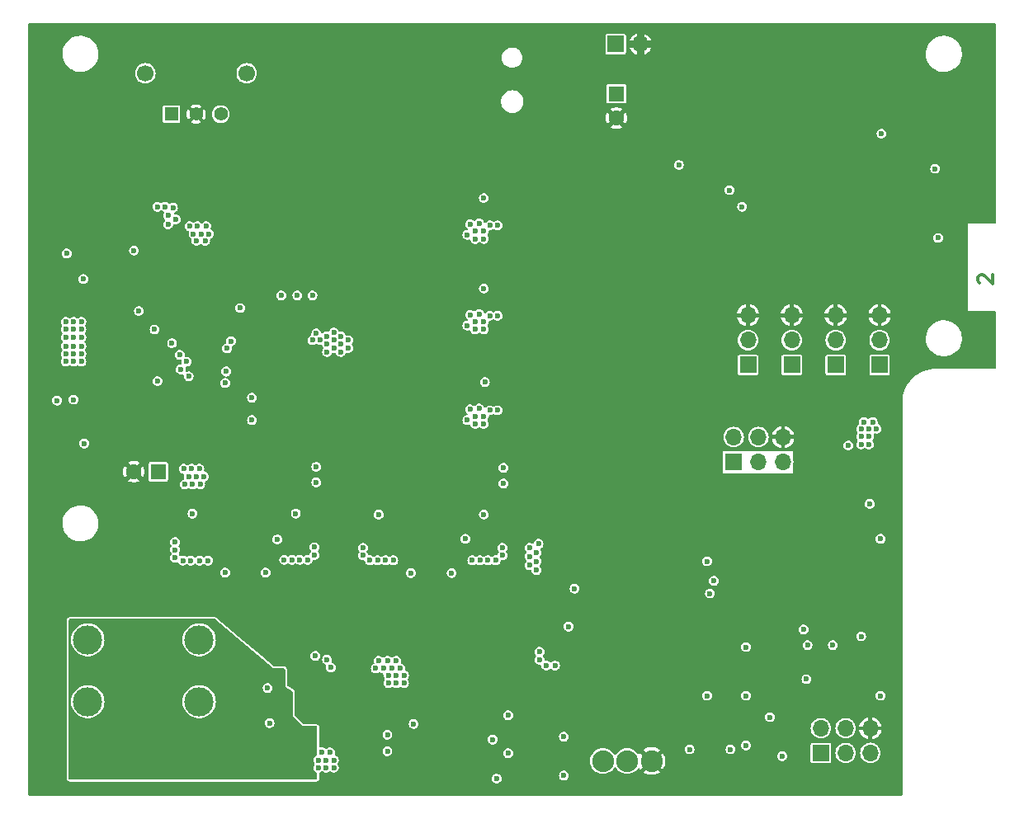
<source format=gbr>
%TF.GenerationSoftware,KiCad,Pcbnew,7.0.4*%
%TF.CreationDate,2023-07-09T20:25:32+02:00*%
%TF.ProjectId,ample,616d706c-652e-46b6-9963-61645f706362,rev?*%
%TF.SameCoordinates,Original*%
%TF.FileFunction,Copper,L2,Inr*%
%TF.FilePolarity,Positive*%
%FSLAX46Y46*%
G04 Gerber Fmt 4.6, Leading zero omitted, Abs format (unit mm)*
G04 Created by KiCad (PCBNEW 7.0.4) date 2023-07-09 20:25:32*
%MOMM*%
%LPD*%
G01*
G04 APERTURE LIST*
%ADD10C,0.300000*%
%TA.AperFunction,NonConductor*%
%ADD11C,0.300000*%
%TD*%
%TA.AperFunction,ComponentPad*%
%ADD12R,1.700000X1.700000*%
%TD*%
%TA.AperFunction,ComponentPad*%
%ADD13O,1.700000X1.700000*%
%TD*%
%TA.AperFunction,ComponentPad*%
%ADD14C,3.000000*%
%TD*%
%TA.AperFunction,ComponentPad*%
%ADD15R,1.600000X1.600000*%
%TD*%
%TA.AperFunction,ComponentPad*%
%ADD16C,1.600000*%
%TD*%
%TA.AperFunction,ComponentPad*%
%ADD17C,2.240000*%
%TD*%
%TA.AperFunction,ComponentPad*%
%ADD18R,1.400000X1.400000*%
%TD*%
%TA.AperFunction,ComponentPad*%
%ADD19C,1.400000*%
%TD*%
%TA.AperFunction,ComponentPad*%
%ADD20C,1.700000*%
%TD*%
%TA.AperFunction,ViaPad*%
%ADD21C,0.600000*%
%TD*%
%TA.AperFunction,Conductor*%
%ADD22C,0.800000*%
%TD*%
G04 APERTURE END LIST*
D10*
D11*
X197943685Y-77016918D02*
X197872257Y-76945490D01*
X197872257Y-76945490D02*
X197800828Y-76802633D01*
X197800828Y-76802633D02*
X197800828Y-76445490D01*
X197800828Y-76445490D02*
X197872257Y-76302633D01*
X197872257Y-76302633D02*
X197943685Y-76231204D01*
X197943685Y-76231204D02*
X198086542Y-76159775D01*
X198086542Y-76159775D02*
X198229400Y-76159775D01*
X198229400Y-76159775D02*
X198443685Y-76231204D01*
X198443685Y-76231204D02*
X199300828Y-77088347D01*
X199300828Y-77088347D02*
X199300828Y-76159775D01*
D12*
%TO.N,+3V3*%
%TO.C,J4*%
X181675000Y-125275000D03*
D13*
%TO.N,/Microcontroller/ESP32_EN*%
X181675000Y-122735000D03*
%TO.N,/Microcontroller/ESP32_TXD0*%
X184215000Y-125275000D03*
%TO.N,/Microcontroller/ESP32_RXD0*%
X184215000Y-122735000D03*
%TO.N,/Microcontroller/ESP32_BOOT*%
X186755000Y-125275000D03*
%TO.N,GND*%
X186755000Y-122735000D03*
%TD*%
D12*
%TO.N,/Control/TOUCH_1*%
%TO.C,J9*%
X172720000Y-95375000D03*
D13*
%TO.N,+3V3*%
X172720000Y-92835000D03*
%TO.N,unconnected-(J9-Pin_3-Pad3)*%
X175260000Y-95375000D03*
%TO.N,/Control/~{MUTE}*%
X175260000Y-92835000D03*
%TO.N,/Control/TOUCH_0*%
X177800000Y-95375000D03*
%TO.N,GND*%
X177800000Y-92835000D03*
%TD*%
D14*
%TO.N,/Amplifier/HP_R_0*%
%TO.C,J3*%
X117885000Y-120000000D03*
%TO.N,unconnected-(J3-PadRN)*%
X106455000Y-120000000D03*
%TO.N,GND2*%
X117885000Y-126350000D03*
X106455000Y-126350000D03*
%TO.N,/Amplifier/HP_L_0*%
X117885000Y-113650000D03*
%TO.N,unconnected-(J3-PadTN)*%
X106455000Y-113650000D03*
%TD*%
D15*
%TO.N,VIN*%
%TO.C,C5*%
X160700000Y-57600000D03*
D16*
%TO.N,GND*%
X160700000Y-60100000D03*
%TD*%
D17*
%TO.N,GND*%
%TO.C,RV1*%
X164300000Y-126100000D03*
%TO.N,/Control/POT_VOLTAGE*%
X161800000Y-126100000D03*
%TO.N,+3V3*%
X159300000Y-126100000D03*
%TD*%
D12*
%TO.N,+3V3*%
%TO.C,J5*%
X183200000Y-85425000D03*
D13*
%TO.N,/Microcontroller/F_SEL_1*%
X183200000Y-82885000D03*
%TO.N,GND*%
X183200000Y-80345000D03*
%TD*%
D12*
%TO.N,VIN*%
%TO.C,J2*%
X160625000Y-52500000D03*
D13*
%TO.N,GND*%
X163165000Y-52500000D03*
%TD*%
D15*
%TO.N,/Codec/FILT+*%
%TO.C,C53*%
X113682380Y-96400000D03*
D16*
%TO.N,GND*%
X111182380Y-96400000D03*
%TD*%
D12*
%TO.N,+3V3*%
%TO.C,J7*%
X178700000Y-85425000D03*
D13*
%TO.N,/Microcontroller/FILTER_SEL*%
X178700000Y-82885000D03*
%TO.N,GND*%
X178700000Y-80345000D03*
%TD*%
D18*
%TO.N,Net-(U7-OUT)*%
%TO.C,U7*%
X115020000Y-59700000D03*
D19*
%TO.N,GND*%
X117560000Y-59700000D03*
%TO.N,/Input/OPT_VCC*%
X120100000Y-59700000D03*
D20*
%TO.N,unconnected-(U7-NC-Pad4)*%
X112360000Y-55500000D03*
%TO.N,unconnected-(U7-NC-Pad5)*%
X122760000Y-55500000D03*
%TD*%
D12*
%TO.N,+3V3*%
%TO.C,J6*%
X187700000Y-85425000D03*
D13*
%TO.N,/Microcontroller/F_SEL_0*%
X187700000Y-82885000D03*
%TO.N,GND*%
X187700000Y-80345000D03*
%TD*%
D12*
%TO.N,+3V3*%
%TO.C,J8*%
X174200000Y-85425000D03*
D13*
%TO.N,/Microcontroller/POT_SEL*%
X174200000Y-82885000D03*
%TO.N,GND*%
X174200000Y-80345000D03*
%TD*%
D21*
%TO.N,GND*%
X190400000Y-50800000D03*
X186800000Y-53200000D03*
X171000000Y-50800000D03*
X180000000Y-50800000D03*
X190400000Y-53200000D03*
X186800000Y-50800000D03*
%TO.N,+5V5*%
X172300000Y-67500000D03*
X173600000Y-69200000D03*
X167100000Y-64912500D03*
X193400000Y-65300000D03*
%TO.N,+5V*%
X145700000Y-80300000D03*
X147700000Y-80400000D03*
X153500000Y-116300000D03*
X104200000Y-81000000D03*
X147100000Y-77600000D03*
X104200000Y-81800000D03*
X105000000Y-81000000D03*
X152800000Y-114900000D03*
X104200000Y-82600000D03*
X145400000Y-81400000D03*
X147100000Y-81800000D03*
X149600000Y-125300000D03*
X146200000Y-81000000D03*
X152800000Y-115700000D03*
X105000000Y-82600000D03*
X105800000Y-81800000D03*
X146600000Y-80200000D03*
X105800000Y-82600000D03*
X147100000Y-81000000D03*
X105000000Y-81800000D03*
X148500000Y-80400000D03*
X105800000Y-81000000D03*
X154400000Y-116300000D03*
X149600000Y-121400000D03*
X146200000Y-81800000D03*
%TO.N,GND*%
X152600000Y-74500000D03*
X119700000Y-106100000D03*
X174400000Y-64100000D03*
X104600000Y-70400000D03*
X198600000Y-84800000D03*
X150300000Y-74700000D03*
X171350000Y-108500000D03*
X172000000Y-65300000D03*
X114900000Y-82100000D03*
X162500000Y-59800000D03*
X156200000Y-70000000D03*
X120400000Y-94100000D03*
X104300000Y-63600000D03*
X112300000Y-76300000D03*
X134700000Y-101900000D03*
X196200000Y-64300000D03*
X108700000Y-79000000D03*
X137900000Y-120500000D03*
X152700000Y-65200000D03*
X188900000Y-91400000D03*
X108300000Y-78300000D03*
X147900000Y-101900000D03*
X111100000Y-69200000D03*
X119600000Y-94500000D03*
X181500000Y-105500000D03*
X143000000Y-60100000D03*
X154400000Y-82500000D03*
X133400000Y-120900000D03*
X122400000Y-89300000D03*
X128700000Y-82000000D03*
X111300000Y-74500000D03*
X102800000Y-117300000D03*
X106300000Y-87600000D03*
X104445000Y-65000000D03*
X115800000Y-73600000D03*
X104800000Y-59100000D03*
X124600000Y-111700000D03*
X182891076Y-64684804D03*
X194200000Y-66100000D03*
X112300000Y-92900000D03*
X175200000Y-64100000D03*
X127100000Y-80400000D03*
X106000000Y-86800000D03*
X145250000Y-52400000D03*
X148050000Y-100800000D03*
X131700000Y-53900000D03*
X120400000Y-95700000D03*
X118100000Y-80700000D03*
X114000000Y-88800000D03*
X154300000Y-92200000D03*
X130600000Y-87200000D03*
X143000000Y-53900000D03*
X145250000Y-58600000D03*
X146900000Y-101900000D03*
X119600000Y-95300000D03*
X182900000Y-62900000D03*
X145250000Y-61600000D03*
X147800000Y-74700000D03*
X159800000Y-87900000D03*
X126300000Y-80400000D03*
X159800000Y-88900000D03*
X133400000Y-123500000D03*
X192600000Y-68600000D03*
X160100000Y-104435000D03*
X137200000Y-126800000D03*
X132300000Y-86800000D03*
X149500000Y-84000000D03*
X109000000Y-87700000D03*
X130200000Y-86400000D03*
X178400000Y-65300000D03*
X106700000Y-74600000D03*
X146850000Y-119050000D03*
X161800000Y-61600000D03*
X128850000Y-100650000D03*
X159300000Y-103835000D03*
X136000000Y-121800000D03*
X115000000Y-75000000D03*
X119600000Y-96100000D03*
X192600000Y-69500000D03*
X159900000Y-78400000D03*
X181800000Y-59850000D03*
X154400000Y-87000000D03*
X143750000Y-58600000D03*
X154400000Y-79700000D03*
X146000000Y-60850000D03*
X146000000Y-54650000D03*
X184000000Y-104000000D03*
X118112500Y-101825000D03*
X156200000Y-69000000D03*
X133000000Y-125100000D03*
X156100000Y-88900000D03*
X131100000Y-86400000D03*
X130112500Y-103350000D03*
X143750000Y-55400000D03*
X131800000Y-85100000D03*
X110300000Y-69600000D03*
X194400000Y-68500000D03*
X153500000Y-84200000D03*
X123100000Y-61200000D03*
X158900000Y-69000000D03*
X108800000Y-60600000D03*
X182350000Y-52200000D03*
X197000000Y-70000000D03*
X104600000Y-72000000D03*
X121800000Y-84500000D03*
X106100000Y-91700000D03*
X106200000Y-67800000D03*
X182800000Y-103000000D03*
X102900000Y-61800000D03*
X149200000Y-102700000D03*
X154300000Y-65200000D03*
X189600000Y-117400000D03*
X107300000Y-87700000D03*
X158800000Y-60600000D03*
X136400000Y-62200000D03*
X111200000Y-92900000D03*
X121200000Y-81900000D03*
X187500000Y-90600000D03*
X143000000Y-54650000D03*
X116550000Y-61100000D03*
X182900000Y-108200000D03*
X157100000Y-78400000D03*
X102100000Y-91700000D03*
X126700000Y-81200000D03*
X134800000Y-79000000D03*
X183700000Y-61300000D03*
X133400000Y-124400000D03*
X170000000Y-118400000D03*
X105500000Y-73500000D03*
X177900000Y-65900000D03*
X107300000Y-73000000D03*
X108600000Y-87000000D03*
X152700000Y-70400000D03*
X141750000Y-112150000D03*
X134200000Y-123000000D03*
X156100000Y-103800000D03*
X144500000Y-106100000D03*
X189200000Y-90600000D03*
X146000000Y-53900000D03*
X160600000Y-61600000D03*
X184000000Y-64700000D03*
X105500000Y-79100000D03*
X153100000Y-102000000D03*
X181400000Y-103000000D03*
X118600000Y-61100000D03*
X102800000Y-124500000D03*
X103600000Y-66600000D03*
X109900000Y-78300000D03*
X101200000Y-128800000D03*
X134100000Y-111700000D03*
X129100000Y-113700000D03*
X148700000Y-74700000D03*
X188500000Y-92100000D03*
X147100000Y-66600000D03*
X110300000Y-58800000D03*
X178800000Y-123000000D03*
X120700000Y-71800000D03*
X157900000Y-87900000D03*
X110200000Y-75900000D03*
X129700000Y-87200000D03*
X193700000Y-70800000D03*
X159900000Y-79400000D03*
X111300000Y-75300000D03*
X109900000Y-97300000D03*
X152600000Y-73300000D03*
X185200000Y-65600000D03*
X111100000Y-71900000D03*
X158700000Y-86700000D03*
X152600000Y-82500000D03*
X159400000Y-111000000D03*
X172800000Y-64900000D03*
X133000000Y-93200000D03*
X129300000Y-86400000D03*
X118700000Y-96100000D03*
X106000000Y-58500000D03*
X153500000Y-82500000D03*
X107800000Y-87000000D03*
X128612500Y-101850000D03*
X180100000Y-108300000D03*
X105000000Y-86600000D03*
X131900000Y-86000000D03*
X110000000Y-92900000D03*
X110600000Y-87700000D03*
X139100000Y-93300000D03*
X110200000Y-87000000D03*
X127900000Y-80400000D03*
X152500000Y-92200000D03*
X183700000Y-63700000D03*
X119100000Y-80200000D03*
X106300000Y-79000000D03*
X130850000Y-60550000D03*
X188600000Y-117400000D03*
X127612500Y-101850000D03*
X142700000Y-102200000D03*
X137000000Y-120500000D03*
X131500000Y-87200000D03*
X182900000Y-60500000D03*
X144500000Y-52400000D03*
X143750000Y-61600000D03*
X150000000Y-104800000D03*
X119400000Y-71000000D03*
X109700000Y-95550000D03*
X154400000Y-73300000D03*
X159900000Y-69000000D03*
X107900000Y-79000000D03*
X186400000Y-66700000D03*
X107200000Y-61400000D03*
X152700000Y-68000000D03*
X156100000Y-105800000D03*
X128000000Y-87200000D03*
X137400000Y-61300000D03*
X133500000Y-120100000D03*
X175200000Y-64900000D03*
X180700000Y-52800000D03*
X116200000Y-100650000D03*
X152500000Y-89400000D03*
X134200000Y-121100000D03*
X184700000Y-58600000D03*
X121700000Y-111400000D03*
X116800000Y-72700000D03*
X178400000Y-64500000D03*
X146000000Y-101900000D03*
X188700000Y-114200000D03*
X170900000Y-64800000D03*
X121500000Y-102050000D03*
X126800000Y-114350000D03*
X119700000Y-71800000D03*
X130850000Y-62050000D03*
X115712500Y-101825000D03*
X109445000Y-64400000D03*
X105400000Y-87300000D03*
X111800000Y-60600000D03*
X150300000Y-84000000D03*
X152600000Y-84200000D03*
X180000000Y-102900000D03*
X157000000Y-87900000D03*
X147200000Y-99850000D03*
X119900000Y-70300000D03*
X176800000Y-64100001D03*
X181350000Y-61600000D03*
X158100000Y-96800000D03*
X147800000Y-84000000D03*
X122500000Y-102050000D03*
X147000000Y-92600000D03*
X106900000Y-87000000D03*
X147000000Y-73700000D03*
X115300000Y-94100000D03*
X110300000Y-70500000D03*
X141700000Y-102200000D03*
X104600000Y-69100000D03*
X181450000Y-52200000D03*
X186400000Y-65600000D03*
X137200000Y-60500000D03*
X193800000Y-77200000D03*
X135100000Y-121000000D03*
X102800000Y-110000000D03*
X144500000Y-58600000D03*
X149500000Y-74700000D03*
X182300000Y-71300000D03*
X109100000Y-78300000D03*
X172500000Y-65900000D03*
X134200000Y-124100000D03*
X117312500Y-101825000D03*
X183700000Y-62900000D03*
X127800000Y-82000000D03*
X147000000Y-93400000D03*
X136200000Y-120200000D03*
X150300000Y-93600000D03*
X174400000Y-64900000D03*
X122200000Y-78700000D03*
X147000000Y-83000000D03*
X134700000Y-102900000D03*
X149500000Y-93600000D03*
X159900000Y-70000000D03*
X112400000Y-78100000D03*
X148800000Y-112800000D03*
X188400000Y-90600000D03*
X118600000Y-58400000D03*
X106200000Y-69100000D03*
X115600000Y-88800000D03*
X142000000Y-126900000D03*
X137300000Y-118900000D03*
X105600000Y-86100000D03*
X123100000Y-62000000D03*
X133400000Y-121700000D03*
X158000000Y-78400000D03*
X139050000Y-111700000D03*
X103500000Y-60500000D03*
X114000000Y-83000000D03*
X102800000Y-104600000D03*
X195100000Y-58900000D03*
X120200000Y-72600000D03*
X111700000Y-93650000D03*
X129712500Y-102650000D03*
X111100000Y-70100000D03*
X137200000Y-62050000D03*
X153500000Y-70400000D03*
X149700000Y-103400000D03*
X146000000Y-59350000D03*
X140700000Y-102200000D03*
X142400000Y-92000000D03*
X112800000Y-69200000D03*
X146000000Y-53150000D03*
X188000000Y-91400000D03*
X117050000Y-99750000D03*
X184700000Y-63900000D03*
X166650000Y-59600000D03*
X111100000Y-72800000D03*
X154300000Y-68000000D03*
X192100000Y-66700000D03*
X157100000Y-69000000D03*
X111500000Y-76100000D03*
X181000000Y-59650000D03*
X122400000Y-61600000D03*
X113400000Y-60600000D03*
X106200000Y-70400000D03*
X111300000Y-79100000D03*
X176000001Y-64900000D03*
X151150000Y-125150000D03*
X125100000Y-81200000D03*
X112000000Y-69200000D03*
X189600000Y-114200000D03*
X125150000Y-107550000D03*
X110700000Y-97850000D03*
X119400000Y-72700000D03*
X128400000Y-86400000D03*
X152600000Y-77300000D03*
X194200000Y-58700000D03*
X136700000Y-101900000D03*
X133400000Y-122600000D03*
X182900000Y-66700000D03*
X134200000Y-122000000D03*
X107245000Y-65000000D03*
X183300000Y-96400000D03*
X183200000Y-53250000D03*
X123300000Y-92100000D03*
X143000000Y-60850000D03*
X108800000Y-58800000D03*
X153500000Y-73300000D03*
X144600000Y-128000000D03*
X162500000Y-60900000D03*
X150900000Y-82900000D03*
X127500000Y-81200000D03*
X110300000Y-79000000D03*
X119800000Y-82100000D03*
X132600000Y-125900000D03*
X178700000Y-104000000D03*
X136800000Y-121400000D03*
X127850000Y-99700000D03*
X156500000Y-129000000D03*
X121500000Y-105350000D03*
X152600000Y-79700000D03*
X142700000Y-105400000D03*
X153500000Y-68000000D03*
X148100000Y-65500000D03*
X187500000Y-65600000D03*
X178800000Y-105500000D03*
X182900000Y-59700000D03*
X135700000Y-101900000D03*
X119600000Y-93700000D03*
X116300000Y-71900000D03*
X129500000Y-114337500D03*
X141600000Y-83800000D03*
X154300000Y-70400000D03*
X194000000Y-67200000D03*
X102900000Y-65000000D03*
X189500000Y-58800000D03*
X198600000Y-51200000D03*
X153500000Y-77300000D03*
X153500000Y-79700000D03*
X106700000Y-78300000D03*
X176800000Y-64900000D03*
X153500000Y-74500000D03*
X109100000Y-77000000D03*
X181500000Y-108300000D03*
X189400000Y-92100000D03*
X172799999Y-64100000D03*
X113300000Y-82600000D03*
X148050000Y-125750000D03*
X156200000Y-79400000D03*
X132200000Y-125200000D03*
X145250000Y-55400000D03*
X106020000Y-64930000D03*
X126712500Y-101850000D03*
X147000000Y-74500000D03*
X125400000Y-106100000D03*
X109600000Y-96450000D03*
X122500000Y-105350000D03*
X109500000Y-79000000D03*
X184100000Y-66700000D03*
X162300000Y-98500000D03*
X138100000Y-118900000D03*
X125300000Y-61200000D03*
X177700000Y-124100000D03*
X107100000Y-79000000D03*
X186200000Y-77200000D03*
X125950000Y-61600000D03*
X156100000Y-104800000D03*
X128700000Y-114337500D03*
X166050000Y-60950000D03*
X153400000Y-92200000D03*
X119800000Y-80200000D03*
X153500000Y-87000000D03*
X106200000Y-71900000D03*
X178900000Y-118600000D03*
X118100000Y-82100000D03*
X133700000Y-125700000D03*
X129612500Y-101850000D03*
X125500000Y-80400000D03*
X104800000Y-60200000D03*
X164200000Y-60900000D03*
X183150000Y-52350000D03*
X172300000Y-122100000D03*
X102800000Y-97900000D03*
X143100000Y-115450000D03*
X109000000Y-74700000D03*
X182900000Y-63700000D03*
X131100000Y-85600000D03*
X115412500Y-102825000D03*
X148700000Y-84000000D03*
X115000000Y-73100000D03*
X187500000Y-66700000D03*
X150000000Y-51200000D03*
X173600000Y-64100000D03*
X102900000Y-63600000D03*
X101200000Y-51200000D03*
X153500000Y-65200000D03*
X156100000Y-87900000D03*
X176000000Y-64100000D03*
X117600000Y-61300000D03*
X135100000Y-121800000D03*
X136400000Y-60250000D03*
X194800000Y-65400000D03*
X124200000Y-89300000D03*
X107700000Y-75600000D03*
X115200000Y-71900000D03*
X154400000Y-84200000D03*
X128300000Y-81200000D03*
X144500000Y-55400000D03*
X154400000Y-74500000D03*
X120400000Y-94900000D03*
X107500000Y-78300000D03*
X135350000Y-100700000D03*
X182900000Y-62100000D03*
X178800000Y-106900000D03*
X116500000Y-80700000D03*
X163100000Y-98100000D03*
X113400000Y-58800000D03*
X153400000Y-89400000D03*
X110300000Y-60600000D03*
X130650000Y-61300000D03*
X120500000Y-80200000D03*
X166100000Y-122100000D03*
X136200000Y-99850000D03*
X111800000Y-58800000D03*
X128700000Y-80400000D03*
X109000000Y-92600000D03*
X108900000Y-91600000D03*
X193500000Y-69100000D03*
X159100000Y-95700000D03*
X127400000Y-112000000D03*
X116550000Y-58400000D03*
X189700000Y-91300000D03*
X117600000Y-58150000D03*
X154400000Y-107500000D03*
X182900000Y-65600000D03*
X110300000Y-71400000D03*
X119200000Y-96900000D03*
X144500000Y-61600000D03*
X105800000Y-79800000D03*
X193500000Y-68100000D03*
X192100000Y-65600000D03*
X189500000Y-72400000D03*
X147100000Y-75900000D03*
X137300000Y-119700000D03*
X155700000Y-116300000D03*
X135300000Y-120200000D03*
X154400000Y-77300000D03*
X123500000Y-105350000D03*
X148700000Y-93600000D03*
X148900000Y-101900000D03*
X109800000Y-87700000D03*
X177400000Y-129000000D03*
X119600000Y-92800000D03*
X160400000Y-111000000D03*
X115800000Y-74600000D03*
X147100000Y-85500000D03*
X143000000Y-53150000D03*
X177600000Y-64100001D03*
X134150000Y-115150000D03*
X137700000Y-101900000D03*
X114800000Y-88800000D03*
X107400000Y-58500000D03*
X110045000Y-64800000D03*
X156100000Y-106800000D03*
X185200000Y-66700000D03*
X182900000Y-61300000D03*
X156200000Y-78400000D03*
X118900000Y-101800000D03*
X128700000Y-82800000D03*
X133000000Y-90800000D03*
X120400000Y-93200000D03*
X120150000Y-107550000D03*
X150900000Y-73600000D03*
X158000000Y-69000000D03*
X138900000Y-106100000D03*
X119600000Y-91900000D03*
X143750000Y-52400000D03*
X158400000Y-103635000D03*
X147800000Y-93600000D03*
X115700000Y-93300000D03*
X120400000Y-92300000D03*
X173600000Y-64900000D03*
X116500000Y-82100000D03*
X152600000Y-87000000D03*
X183700000Y-62100000D03*
X158800000Y-87900000D03*
X184100000Y-65600000D03*
X116512500Y-101825000D03*
X174200000Y-89000000D03*
X158800000Y-77000000D03*
X183700000Y-58600000D03*
X180400000Y-58850000D03*
X109445000Y-65400000D03*
X111300000Y-77000000D03*
X101200000Y-73800000D03*
X141700000Y-105400000D03*
X184100000Y-105500000D03*
X108200000Y-87700000D03*
X172000000Y-64500000D03*
X162900000Y-112900000D03*
X134400000Y-120200000D03*
X167200000Y-96200000D03*
X114800000Y-93300000D03*
X183700000Y-59700000D03*
X138100000Y-119700000D03*
X159600000Y-61400000D03*
X125900000Y-81200000D03*
X108200000Y-73900000D03*
X156800000Y-115300000D03*
X132200000Y-100000000D03*
X161800000Y-109400000D03*
X189400000Y-129100000D03*
X120300000Y-71100000D03*
X158900000Y-78400000D03*
X177600000Y-64900000D03*
X134100000Y-125000000D03*
X128800000Y-87200000D03*
X143000000Y-59350000D03*
X115800000Y-75500000D03*
X104600000Y-67800000D03*
X111100000Y-71000000D03*
X155300000Y-107500000D03*
X163800000Y-59700000D03*
X170900000Y-106400000D03*
X111750000Y-97900000D03*
X193100000Y-66800000D03*
X122300000Y-90800000D03*
X140700000Y-105400000D03*
X183700000Y-60500000D03*
X123500000Y-102050000D03*
X121800000Y-85300000D03*
X102100000Y-95200000D03*
X115000000Y-74000000D03*
X115800000Y-72700000D03*
X146000000Y-60100000D03*
X192600000Y-67600000D03*
X136000000Y-121000000D03*
X195300000Y-59700000D03*
X174200000Y-77200000D03*
X184200000Y-107000000D03*
X131700000Y-60250000D03*
X125300000Y-62000000D03*
X154300000Y-89400000D03*
X163000000Y-97300000D03*
X178800000Y-77200000D03*
X147000000Y-83800000D03*
X158800000Y-67700000D03*
X110700000Y-101600000D03*
X121100000Y-84900000D03*
X125150000Y-115600000D03*
X114900000Y-80700000D03*
X127800000Y-82800000D03*
X109400000Y-87000000D03*
%TO.N,+3V3*%
X187000000Y-91300000D03*
X118100000Y-72000000D03*
X104200000Y-83500000D03*
X185800000Y-93600000D03*
X180200000Y-117700000D03*
X105800000Y-84300000D03*
X114700000Y-71000000D03*
X147100000Y-71700000D03*
X146600000Y-70900000D03*
X145400000Y-72100000D03*
X176450000Y-121600000D03*
X115200000Y-69300000D03*
X104300000Y-74000000D03*
X185800000Y-92000000D03*
X155300000Y-127600000D03*
X187800000Y-119400000D03*
X186100000Y-91300000D03*
X147100000Y-72500000D03*
X187400000Y-92000000D03*
X118900000Y-72000000D03*
X118500000Y-72700000D03*
X186600000Y-93600000D03*
X104200000Y-84300000D03*
X185800000Y-92800000D03*
X148500000Y-71100000D03*
X145700000Y-71000000D03*
X146200000Y-71700000D03*
X177700000Y-125600000D03*
X117300000Y-72000000D03*
X147700000Y-71100000D03*
X117600000Y-72700000D03*
X116900000Y-71200000D03*
X105000000Y-83500000D03*
X105800000Y-85100000D03*
X168200000Y-124900000D03*
X115500000Y-70500000D03*
X105000000Y-85100000D03*
X104200000Y-85100000D03*
X114700000Y-70100000D03*
X105000000Y-84300000D03*
X170000000Y-119400000D03*
X117700000Y-71200000D03*
X186600000Y-92000000D03*
X118600000Y-71200000D03*
X146200000Y-72500000D03*
X114400000Y-69200000D03*
X105800000Y-83500000D03*
X186600000Y-92800000D03*
X147100000Y-68300000D03*
X155300000Y-123600000D03*
X113600000Y-69200000D03*
%TO.N,+5VA*%
X130900000Y-126800000D03*
X115412500Y-104425000D03*
X146200000Y-90700000D03*
X148500000Y-90100000D03*
X147100000Y-90700000D03*
X130300000Y-82900000D03*
X146600000Y-89900000D03*
X129500000Y-82900000D03*
X116400000Y-97700000D03*
X138900000Y-117300000D03*
X136000000Y-116600000D03*
X117600000Y-96900000D03*
X118400000Y-96900000D03*
X131700000Y-82900000D03*
X134700000Y-105000000D03*
X116800000Y-96900000D03*
X117900000Y-96100000D03*
X129900000Y-82200000D03*
X132400000Y-83300000D03*
X133200000Y-83700000D03*
X115412500Y-103625000D03*
X145400000Y-91100000D03*
X147200000Y-87200000D03*
X149100000Y-96000000D03*
X129900000Y-95900000D03*
X115412500Y-105225000D03*
X137200000Y-115800000D03*
X131000001Y-84100000D03*
X118812500Y-105525000D03*
X131300000Y-125200000D03*
X130100000Y-126800000D03*
X117912500Y-105525000D03*
X131000000Y-82500000D03*
X118000000Y-97700000D03*
X138100000Y-118100000D03*
X136200000Y-105500000D03*
X145700000Y-90000000D03*
X130500000Y-125200000D03*
X135400000Y-105500000D03*
X136300000Y-115800000D03*
X133200000Y-82900000D03*
X147700000Y-90100000D03*
X138100000Y-117300000D03*
X138100000Y-115800000D03*
X137700000Y-116600000D03*
X147100000Y-91500000D03*
X137200000Y-123400000D03*
X117100000Y-96100000D03*
X137000000Y-105500000D03*
X131700000Y-126000000D03*
X137300000Y-117300000D03*
X130900000Y-126000000D03*
X131000000Y-83300000D03*
X138900000Y-118100000D03*
X116300000Y-96100000D03*
X130100000Y-126000000D03*
X131700000Y-126800000D03*
X132400000Y-82500000D03*
X136800000Y-116600000D03*
X138500000Y-116600000D03*
X137300000Y-118100000D03*
X137800000Y-105500000D03*
X131700000Y-83700000D03*
X132400000Y-84100000D03*
X134700000Y-104200000D03*
X131700000Y-82100000D03*
X116212500Y-105525000D03*
X117012500Y-105525000D03*
X146200000Y-91500000D03*
X117200000Y-97700000D03*
%TO.N,OP_VCC-*%
X152500000Y-104700000D03*
X149000000Y-105000000D03*
X151800000Y-105100000D03*
X151800000Y-104200000D03*
X152700000Y-103800000D03*
X126612500Y-105450000D03*
X145900000Y-105500000D03*
X146700000Y-105500000D03*
X129012500Y-105450000D03*
X128212500Y-105450000D03*
X148300000Y-105500000D03*
X147500000Y-105500000D03*
X149000000Y-104200000D03*
X151800000Y-106000000D03*
X152500000Y-105600000D03*
X129712500Y-104950000D03*
X152500000Y-106500000D03*
X129712500Y-104150000D03*
X127412500Y-105450000D03*
%TO.N,/Supply/DCDC_IN*%
X193700000Y-72400000D03*
X187900000Y-61700000D03*
%TO.N,/Codec/CS_AD1*%
X116000000Y-85900000D03*
X105000000Y-89000000D03*
%TO.N,/Codec/CS_AD0*%
X103300000Y-89100000D03*
X116800000Y-86600000D03*
%TO.N,/Codec/~{RST}*%
X174000000Y-114400000D03*
X113600000Y-87100000D03*
X106100000Y-93500000D03*
%TO.N,Net-(U9-RXP3{slash}GPO3)*%
X126300000Y-78300000D03*
X122100000Y-79600000D03*
%TO.N,Net-(U9-RXP4{slash}GPO4)*%
X127950000Y-78300000D03*
X121150000Y-83000000D03*
%TO.N,Net-(U9-RXP5{slash}GPO5)*%
X129500000Y-78300000D03*
X120750000Y-83750000D03*
%TO.N,Net-(U10-CPN)*%
X125100000Y-122200000D03*
X124900000Y-118600000D03*
%TO.N,/Codec/AOUTA-*%
X123300000Y-88800000D03*
X123300000Y-91100000D03*
%TO.N,/Microcontroller/ESP32_BOOT*%
X174000000Y-124500000D03*
X174000000Y-119400000D03*
%TO.N,/Microcontroller/ESP32_EN*%
X186700000Y-99700000D03*
%TO.N,Net-(C94-Pad2)*%
X143800000Y-106800000D03*
X147100000Y-100800000D03*
%TO.N,Net-(C95-Pad2)*%
X139600000Y-106800000D03*
X136300000Y-100800000D03*
%TO.N,Net-(C96-Pad2)*%
X127800000Y-100700000D03*
X124700000Y-106750000D03*
%TO.N,Net-(C97-Pad2)*%
X117200000Y-100700000D03*
X120550000Y-106750000D03*
%TO.N,/Microcontroller/LED_1*%
X172400000Y-124900000D03*
X180300000Y-114200000D03*
%TO.N,/Control/~{MUTE}*%
X184500000Y-93700000D03*
%TO.N,/Amplifier/MUTEC*%
X120650000Y-86100000D03*
X137200000Y-125100000D03*
%TO.N,Net-(Q2-D)*%
X131000000Y-115700000D03*
X148000000Y-123900000D03*
%TO.N,Net-(Q3-D)*%
X148400000Y-127900000D03*
X131400000Y-116500000D03*
%TO.N,Net-(U2-FC)*%
X156400000Y-108400000D03*
X155800000Y-112300000D03*
%TO.N,Net-(X1-Tri-State)*%
X106000000Y-76625000D03*
X111200000Y-73700000D03*
%TO.N,/Amplifier/AMP_EN*%
X129800000Y-115300000D03*
X139900000Y-122300000D03*
%TO.N,/Codec/CX_SDIN1*%
X170000000Y-105600000D03*
X111700000Y-79900000D03*
%TO.N,/Codec/CX_LRCK*%
X113300000Y-81800000D03*
X170700000Y-107600000D03*
%TO.N,/Codec/CX_SCLK*%
X170300000Y-108900000D03*
X115100000Y-83200000D03*
%TO.N,/DAC_Filter/OPA1_EN*%
X149100000Y-97600000D03*
X145200000Y-103300000D03*
%TO.N,/DAC_Filter/OPA2_EN*%
X129900000Y-97500000D03*
X125912500Y-103350000D03*
%TO.N,/Codec/CODEC_INT*%
X179900000Y-112600000D03*
X120550000Y-87300000D03*
%TO.N,/Control/POT_VOLTAGE*%
X187800000Y-103300000D03*
%TO.N,/Amplifier/SDA_1*%
X182900000Y-114200000D03*
X116600000Y-85100000D03*
%TO.N,/Amplifier/SCL_1*%
X185800000Y-113300000D03*
X115900000Y-84400000D03*
%TO.N,GND2*%
X106400000Y-123200000D03*
X129200000Y-124200000D03*
X125900000Y-119000000D03*
X122300000Y-114800000D03*
X122300000Y-118900000D03*
X106400000Y-116800000D03*
X122800000Y-121100000D03*
X126300000Y-119700000D03*
X117900000Y-123200000D03*
X112100000Y-127600000D03*
X129000000Y-127300000D03*
X122800000Y-120200000D03*
X112100000Y-120000000D03*
X125400000Y-119700000D03*
X117900000Y-116800000D03*
X112100000Y-113700000D03*
X122300000Y-117000000D03*
X123800000Y-121125000D03*
X128200000Y-123300000D03*
X128200000Y-124200000D03*
%TD*%
D22*
%TO.N,GND2*%
X117885000Y-126350000D02*
X123110000Y-121125000D01*
X123975000Y-121125000D02*
X125400000Y-119700000D01*
X123110000Y-121125000D02*
X123800000Y-121125000D01*
X125400000Y-119700000D02*
X126300000Y-119700000D01*
X123800000Y-121125000D02*
X123975000Y-121125000D01*
X117885000Y-126350000D02*
X106455000Y-126350000D01*
%TD*%
%TA.AperFunction,Conductor*%
%TO.N,GND*%
G36*
X199592539Y-50370185D02*
G01*
X199638294Y-50422989D01*
X199649500Y-50474500D01*
X199649500Y-70776000D01*
X199629815Y-70843039D01*
X199577011Y-70888794D01*
X199525500Y-70900000D01*
X196800000Y-70900000D01*
X196800000Y-79900000D01*
X199525500Y-79900000D01*
X199592539Y-79919685D01*
X199638294Y-79972489D01*
X199649500Y-80024000D01*
X199649500Y-85725500D01*
X199629815Y-85792539D01*
X199577011Y-85838294D01*
X199525500Y-85849500D01*
X193455514Y-85849500D01*
X193400000Y-85849500D01*
X193224408Y-85849500D01*
X192875147Y-85886209D01*
X192875143Y-85886209D01*
X192875141Y-85886210D01*
X192531641Y-85959222D01*
X192531640Y-85959223D01*
X192197647Y-86067743D01*
X191876816Y-86210586D01*
X191876810Y-86210589D01*
X191572686Y-86386175D01*
X191572681Y-86386178D01*
X191288574Y-86592593D01*
X191288565Y-86592600D01*
X191027587Y-86827587D01*
X190792600Y-87088565D01*
X190792593Y-87088574D01*
X190586178Y-87372681D01*
X190586175Y-87372686D01*
X190410589Y-87676810D01*
X190410586Y-87676816D01*
X190267743Y-87997647D01*
X190159223Y-88331640D01*
X190159222Y-88331641D01*
X190089951Y-88657543D01*
X190086209Y-88675147D01*
X190052066Y-89000000D01*
X190049500Y-89024412D01*
X190049500Y-129525500D01*
X190029815Y-129592539D01*
X189977011Y-129638294D01*
X189925500Y-129649500D01*
X100474500Y-129649500D01*
X100407461Y-129629815D01*
X100361706Y-129577011D01*
X100350500Y-129525500D01*
X100350500Y-127876007D01*
X104294500Y-127876007D01*
X104299196Y-127919682D01*
X104310403Y-127971197D01*
X104312890Y-127981372D01*
X104312891Y-127981375D01*
X104355899Y-128062083D01*
X104355901Y-128062086D01*
X104401660Y-128114895D01*
X104419242Y-128132839D01*
X104419246Y-128132843D01*
X104419247Y-128132844D01*
X104419249Y-128132845D01*
X104499059Y-128177488D01*
X104499063Y-128177490D01*
X104566102Y-128197175D01*
X104624000Y-128205500D01*
X104624004Y-128205500D01*
X129875991Y-128205500D01*
X129876000Y-128205500D01*
X129919683Y-128200803D01*
X129953247Y-128193501D01*
X129971178Y-128189601D01*
X129971183Y-128189600D01*
X129972428Y-128189295D01*
X129981374Y-128187110D01*
X130062086Y-128144100D01*
X130114890Y-128098345D01*
X130132846Y-128080752D01*
X130177492Y-128000934D01*
X130197176Y-127933895D01*
X130202049Y-127899999D01*
X147894353Y-127899999D01*
X147914834Y-128042456D01*
X147956113Y-128132843D01*
X147974623Y-128173373D01*
X148068872Y-128282143D01*
X148189947Y-128359953D01*
X148189950Y-128359954D01*
X148189949Y-128359954D01*
X148328036Y-128400499D01*
X148328038Y-128400500D01*
X148328039Y-128400500D01*
X148471962Y-128400500D01*
X148471962Y-128400499D01*
X148610053Y-128359953D01*
X148731128Y-128282143D01*
X148825377Y-128173373D01*
X148885165Y-128042457D01*
X148905647Y-127900000D01*
X148885165Y-127757543D01*
X148825377Y-127626627D01*
X148802305Y-127600000D01*
X154794353Y-127600000D01*
X154814834Y-127742456D01*
X154874622Y-127873371D01*
X154874623Y-127873373D01*
X154968872Y-127982143D01*
X155089947Y-128059953D01*
X155089950Y-128059954D01*
X155089949Y-128059954D01*
X155160786Y-128080753D01*
X155220679Y-128098339D01*
X155228036Y-128100499D01*
X155228038Y-128100500D01*
X155228039Y-128100500D01*
X155371962Y-128100500D01*
X155371962Y-128100499D01*
X155510053Y-128059953D01*
X155631128Y-127982143D01*
X155725377Y-127873373D01*
X155785165Y-127742457D01*
X155805647Y-127600000D01*
X155785165Y-127457543D01*
X155725377Y-127326627D01*
X155631128Y-127217857D01*
X155510053Y-127140047D01*
X155510051Y-127140046D01*
X155510049Y-127140045D01*
X155510050Y-127140045D01*
X155371963Y-127099500D01*
X155371961Y-127099500D01*
X155228039Y-127099500D01*
X155228036Y-127099500D01*
X155089949Y-127140045D01*
X154968873Y-127217856D01*
X154874623Y-127326626D01*
X154874622Y-127326628D01*
X154814834Y-127457543D01*
X154794353Y-127600000D01*
X148802305Y-127600000D01*
X148731128Y-127517857D01*
X148610053Y-127440047D01*
X148610051Y-127440046D01*
X148610049Y-127440045D01*
X148610050Y-127440045D01*
X148471963Y-127399500D01*
X148471961Y-127399500D01*
X148328039Y-127399500D01*
X148328036Y-127399500D01*
X148189949Y-127440045D01*
X148068873Y-127517856D01*
X147974623Y-127626626D01*
X147974622Y-127626628D01*
X147914834Y-127757543D01*
X147894353Y-127899999D01*
X130202049Y-127899999D01*
X130205500Y-127876000D01*
X130205499Y-127383477D01*
X130225183Y-127316439D01*
X130277987Y-127270684D01*
X130294562Y-127264501D01*
X130310053Y-127259953D01*
X130431128Y-127182143D01*
X130431130Y-127182140D01*
X130432959Y-127180965D01*
X130499999Y-127161280D01*
X130567038Y-127180964D01*
X130567038Y-127180965D01*
X130689944Y-127259952D01*
X130689949Y-127259954D01*
X130828036Y-127300499D01*
X130828038Y-127300500D01*
X130828039Y-127300500D01*
X130971962Y-127300500D01*
X130971962Y-127300499D01*
X131110050Y-127259954D01*
X131110051Y-127259954D01*
X131110053Y-127259953D01*
X131231128Y-127182143D01*
X131231130Y-127182140D01*
X131232959Y-127180965D01*
X131299998Y-127161280D01*
X131367038Y-127180964D01*
X131367038Y-127180965D01*
X131489944Y-127259952D01*
X131489949Y-127259954D01*
X131628036Y-127300499D01*
X131628038Y-127300500D01*
X131628039Y-127300500D01*
X131771962Y-127300500D01*
X131771962Y-127300499D01*
X131910053Y-127259953D01*
X132031128Y-127182143D01*
X132125377Y-127073373D01*
X132185165Y-126942457D01*
X132205647Y-126800000D01*
X132185165Y-126657543D01*
X132125377Y-126526627D01*
X132125375Y-126526625D01*
X132125374Y-126526622D01*
X132086017Y-126481203D01*
X132056991Y-126417648D01*
X132066934Y-126348489D01*
X132086017Y-126318797D01*
X132125374Y-126273377D01*
X132125374Y-126273375D01*
X132125377Y-126273373D01*
X132185165Y-126142457D01*
X132191269Y-126100001D01*
X157974456Y-126100001D01*
X157994593Y-126330172D01*
X157994595Y-126330183D01*
X158054393Y-126553355D01*
X158054395Y-126553359D01*
X158054396Y-126553363D01*
X158142734Y-126742805D01*
X158152045Y-126762772D01*
X158152047Y-126762776D01*
X158284570Y-126952038D01*
X158284575Y-126952044D01*
X158447955Y-127115424D01*
X158447961Y-127115429D01*
X158637223Y-127247952D01*
X158637225Y-127247953D01*
X158637228Y-127247955D01*
X158846637Y-127345604D01*
X159069822Y-127405406D01*
X159234234Y-127419790D01*
X159299998Y-127425544D01*
X159300000Y-127425544D01*
X159300002Y-127425544D01*
X159357544Y-127420509D01*
X159530178Y-127405406D01*
X159753363Y-127345604D01*
X159962772Y-127247955D01*
X160152043Y-127115426D01*
X160315426Y-126952043D01*
X160447955Y-126762772D01*
X160447954Y-126762772D01*
X160448425Y-126762101D01*
X160503002Y-126718476D01*
X160572500Y-126711282D01*
X160634855Y-126742805D01*
X160651575Y-126762101D01*
X160784570Y-126952038D01*
X160784575Y-126952044D01*
X160947955Y-127115424D01*
X160947961Y-127115429D01*
X161137223Y-127247952D01*
X161137225Y-127247953D01*
X161137228Y-127247955D01*
X161346637Y-127345604D01*
X161569822Y-127405406D01*
X161734234Y-127419790D01*
X161799998Y-127425544D01*
X161800000Y-127425544D01*
X161800002Y-127425544D01*
X161857544Y-127420509D01*
X162030178Y-127405406D01*
X162253363Y-127345604D01*
X162462772Y-127247955D01*
X162652043Y-127115426D01*
X162815426Y-126952043D01*
X162888790Y-126847267D01*
X162943367Y-126803643D01*
X163012865Y-126796449D01*
X163075220Y-126827972D01*
X163094173Y-126850569D01*
X163162305Y-126954852D01*
X163757937Y-126359219D01*
X163775901Y-126402588D01*
X163872075Y-126527925D01*
X163997412Y-126624099D01*
X164040779Y-126642062D01*
X163447186Y-127235654D01*
X163447186Y-127235655D01*
X163520670Y-127292849D01*
X163727635Y-127404854D01*
X163727640Y-127404856D01*
X163950212Y-127481265D01*
X164182336Y-127520000D01*
X164417664Y-127520000D01*
X164649787Y-127481265D01*
X164872359Y-127404856D01*
X164872364Y-127404854D01*
X165079326Y-127292851D01*
X165152812Y-127235654D01*
X164559220Y-126642062D01*
X164602588Y-126624099D01*
X164727925Y-126527925D01*
X164824099Y-126402589D01*
X164842062Y-126359220D01*
X165437693Y-126954852D01*
X165553130Y-126778165D01*
X165553135Y-126778157D01*
X165647663Y-126562654D01*
X165705434Y-126334521D01*
X165721159Y-126144752D01*
X180624500Y-126144752D01*
X180636131Y-126203229D01*
X180636132Y-126203230D01*
X180680447Y-126269552D01*
X180746769Y-126313867D01*
X180746770Y-126313868D01*
X180805247Y-126325499D01*
X180805250Y-126325500D01*
X180805252Y-126325500D01*
X182544750Y-126325500D01*
X182544751Y-126325499D01*
X182559568Y-126322552D01*
X182603229Y-126313868D01*
X182603229Y-126313867D01*
X182603231Y-126313867D01*
X182669552Y-126269552D01*
X182713867Y-126203231D01*
X182713867Y-126203229D01*
X182713868Y-126203229D01*
X182725499Y-126144752D01*
X182725500Y-126144750D01*
X182725500Y-125275000D01*
X183159417Y-125275000D01*
X183179699Y-125480932D01*
X183203670Y-125559953D01*
X183239768Y-125678954D01*
X183337315Y-125861450D01*
X183347100Y-125873373D01*
X183468589Y-126021410D01*
X183515555Y-126059953D01*
X183628550Y-126152685D01*
X183811046Y-126250232D01*
X184009066Y-126310300D01*
X184009065Y-126310300D01*
X184029347Y-126312297D01*
X184215000Y-126330583D01*
X184420934Y-126310300D01*
X184618954Y-126250232D01*
X184801450Y-126152685D01*
X184961410Y-126021410D01*
X185092685Y-125861450D01*
X185190232Y-125678954D01*
X185250300Y-125480934D01*
X185270583Y-125275000D01*
X185699417Y-125275000D01*
X185719699Y-125480932D01*
X185743670Y-125559953D01*
X185779768Y-125678954D01*
X185877315Y-125861450D01*
X185887100Y-125873373D01*
X186008589Y-126021410D01*
X186055555Y-126059953D01*
X186168550Y-126152685D01*
X186351046Y-126250232D01*
X186549066Y-126310300D01*
X186549065Y-126310300D01*
X186567529Y-126312118D01*
X186755000Y-126330583D01*
X186960934Y-126310300D01*
X187158954Y-126250232D01*
X187341450Y-126152685D01*
X187501410Y-126021410D01*
X187632685Y-125861450D01*
X187730232Y-125678954D01*
X187790300Y-125480934D01*
X187810583Y-125275000D01*
X187790300Y-125069066D01*
X187730232Y-124871046D01*
X187632685Y-124688550D01*
X187559356Y-124599198D01*
X187501410Y-124528589D01*
X187351121Y-124405252D01*
X187341450Y-124397315D01*
X187158954Y-124299768D01*
X186960934Y-124239700D01*
X186960932Y-124239699D01*
X186960934Y-124239699D01*
X186755000Y-124219417D01*
X186549067Y-124239699D01*
X186351043Y-124299769D01*
X186263114Y-124346769D01*
X186168550Y-124397315D01*
X186168548Y-124397316D01*
X186168547Y-124397317D01*
X186008589Y-124528589D01*
X185884003Y-124680400D01*
X185877315Y-124688550D01*
X185861181Y-124718734D01*
X185779769Y-124871043D01*
X185719699Y-125069067D01*
X185699417Y-125275000D01*
X185270583Y-125275000D01*
X185250300Y-125069066D01*
X185190232Y-124871046D01*
X185092685Y-124688550D01*
X185019356Y-124599198D01*
X184961410Y-124528589D01*
X184811121Y-124405252D01*
X184801450Y-124397315D01*
X184618954Y-124299768D01*
X184420934Y-124239700D01*
X184420932Y-124239699D01*
X184420934Y-124239699D01*
X184233463Y-124221235D01*
X184215000Y-124219417D01*
X184214999Y-124219417D01*
X184009067Y-124239699D01*
X183811043Y-124299769D01*
X183723114Y-124346769D01*
X183628550Y-124397315D01*
X183628548Y-124397316D01*
X183628547Y-124397317D01*
X183468589Y-124528589D01*
X183344003Y-124680400D01*
X183337315Y-124688550D01*
X183321181Y-124718734D01*
X183239769Y-124871043D01*
X183179699Y-125069067D01*
X183159417Y-125275000D01*
X182725500Y-125275000D01*
X182725500Y-124405249D01*
X182725499Y-124405247D01*
X182713868Y-124346770D01*
X182713867Y-124346769D01*
X182669552Y-124280447D01*
X182603230Y-124236132D01*
X182603229Y-124236131D01*
X182544752Y-124224500D01*
X182544748Y-124224500D01*
X180805252Y-124224500D01*
X180805247Y-124224500D01*
X180746770Y-124236131D01*
X180746769Y-124236132D01*
X180680447Y-124280447D01*
X180636132Y-124346769D01*
X180636131Y-124346770D01*
X180624500Y-124405247D01*
X180624500Y-126144752D01*
X165721159Y-126144752D01*
X165724867Y-126100005D01*
X165724867Y-126099994D01*
X165705434Y-125865478D01*
X165647663Y-125637345D01*
X165631282Y-125600000D01*
X177194353Y-125600000D01*
X177214834Y-125742456D01*
X177274622Y-125873371D01*
X177274623Y-125873373D01*
X177368872Y-125982143D01*
X177489947Y-126059953D01*
X177489950Y-126059954D01*
X177489949Y-126059954D01*
X177597107Y-126091417D01*
X177626353Y-126100005D01*
X177628036Y-126100499D01*
X177628038Y-126100500D01*
X177628039Y-126100500D01*
X177771962Y-126100500D01*
X177771962Y-126100499D01*
X177910053Y-126059953D01*
X178031128Y-125982143D01*
X178125377Y-125873373D01*
X178185165Y-125742457D01*
X178205647Y-125600000D01*
X178185165Y-125457543D01*
X178125377Y-125326627D01*
X178031128Y-125217857D01*
X177910053Y-125140047D01*
X177910051Y-125140046D01*
X177910049Y-125140045D01*
X177910050Y-125140045D01*
X177771963Y-125099500D01*
X177771961Y-125099500D01*
X177628039Y-125099500D01*
X177628036Y-125099500D01*
X177489949Y-125140045D01*
X177368873Y-125217856D01*
X177274623Y-125326626D01*
X177274622Y-125326628D01*
X177214834Y-125457543D01*
X177194353Y-125600000D01*
X165631282Y-125600000D01*
X165553132Y-125421836D01*
X165437693Y-125245146D01*
X164842061Y-125840778D01*
X164824099Y-125797412D01*
X164727925Y-125672075D01*
X164602588Y-125575901D01*
X164559218Y-125557937D01*
X165152812Y-124964344D01*
X165152812Y-124964343D01*
X165079329Y-124907150D01*
X165066117Y-124900000D01*
X167694353Y-124900000D01*
X167714834Y-125042456D01*
X167774622Y-125173371D01*
X167774623Y-125173373D01*
X167868872Y-125282143D01*
X167989947Y-125359953D01*
X167989950Y-125359954D01*
X167989949Y-125359954D01*
X168128036Y-125400499D01*
X168128038Y-125400500D01*
X168128039Y-125400500D01*
X168271962Y-125400500D01*
X168271962Y-125400499D01*
X168410053Y-125359953D01*
X168531128Y-125282143D01*
X168625377Y-125173373D01*
X168685165Y-125042457D01*
X168705647Y-124900000D01*
X171894353Y-124900000D01*
X171914834Y-125042456D01*
X171974622Y-125173371D01*
X171974623Y-125173373D01*
X172068872Y-125282143D01*
X172189947Y-125359953D01*
X172189950Y-125359954D01*
X172189949Y-125359954D01*
X172328036Y-125400499D01*
X172328038Y-125400500D01*
X172328039Y-125400500D01*
X172471962Y-125400500D01*
X172471962Y-125400499D01*
X172610053Y-125359953D01*
X172731128Y-125282143D01*
X172825377Y-125173373D01*
X172885165Y-125042457D01*
X172905647Y-124900000D01*
X172885165Y-124757543D01*
X172825377Y-124626627D01*
X172731128Y-124517857D01*
X172703342Y-124500000D01*
X173494353Y-124500000D01*
X173514834Y-124642456D01*
X173574622Y-124773371D01*
X173574623Y-124773373D01*
X173668872Y-124882143D01*
X173789947Y-124959953D01*
X173789950Y-124959954D01*
X173789949Y-124959954D01*
X173928036Y-125000499D01*
X173928038Y-125000500D01*
X173928039Y-125000500D01*
X174071962Y-125000500D01*
X174071962Y-125000499D01*
X174179121Y-124969035D01*
X174210050Y-124959954D01*
X174210050Y-124959953D01*
X174210053Y-124959953D01*
X174331128Y-124882143D01*
X174425377Y-124773373D01*
X174485165Y-124642457D01*
X174505647Y-124500000D01*
X174485165Y-124357543D01*
X174425377Y-124226627D01*
X174331128Y-124117857D01*
X174210053Y-124040047D01*
X174210051Y-124040046D01*
X174210049Y-124040045D01*
X174210050Y-124040045D01*
X174071963Y-123999500D01*
X174071961Y-123999500D01*
X173928039Y-123999500D01*
X173928036Y-123999500D01*
X173789949Y-124040045D01*
X173668873Y-124117856D01*
X173574623Y-124226626D01*
X173574622Y-124226628D01*
X173514834Y-124357543D01*
X173494353Y-124500000D01*
X172703342Y-124500000D01*
X172610053Y-124440047D01*
X172610051Y-124440046D01*
X172610049Y-124440045D01*
X172610050Y-124440045D01*
X172471963Y-124399500D01*
X172471961Y-124399500D01*
X172328039Y-124399500D01*
X172328036Y-124399500D01*
X172189949Y-124440045D01*
X172068873Y-124517856D01*
X171974623Y-124626626D01*
X171974622Y-124626628D01*
X171914834Y-124757543D01*
X171894353Y-124900000D01*
X168705647Y-124900000D01*
X168685165Y-124757543D01*
X168625377Y-124626627D01*
X168531128Y-124517857D01*
X168410053Y-124440047D01*
X168410051Y-124440046D01*
X168410049Y-124440045D01*
X168410050Y-124440045D01*
X168271963Y-124399500D01*
X168271961Y-124399500D01*
X168128039Y-124399500D01*
X168128036Y-124399500D01*
X167989949Y-124440045D01*
X167868873Y-124517856D01*
X167774623Y-124626626D01*
X167774622Y-124626628D01*
X167714834Y-124757543D01*
X167694353Y-124900000D01*
X165066117Y-124900000D01*
X164872364Y-124795145D01*
X164872359Y-124795143D01*
X164649787Y-124718734D01*
X164417664Y-124680000D01*
X164182336Y-124680000D01*
X163950212Y-124718734D01*
X163727640Y-124795143D01*
X163727635Y-124795145D01*
X163520674Y-124907148D01*
X163447186Y-124964344D01*
X163447185Y-124964344D01*
X164040779Y-125557937D01*
X163997412Y-125575901D01*
X163872075Y-125672075D01*
X163775901Y-125797411D01*
X163757937Y-125840778D01*
X163162305Y-125245146D01*
X163162304Y-125245146D01*
X163094172Y-125349430D01*
X163041026Y-125394787D01*
X162971794Y-125404210D01*
X162908459Y-125374708D01*
X162888791Y-125352733D01*
X162815426Y-125247957D01*
X162652043Y-125084574D01*
X162652041Y-125084573D01*
X162652038Y-125084570D01*
X162462776Y-124952047D01*
X162462772Y-124952045D01*
X162408263Y-124926627D01*
X162253363Y-124854396D01*
X162253359Y-124854395D01*
X162253355Y-124854393D01*
X162030183Y-124794595D01*
X162030179Y-124794594D01*
X162030178Y-124794594D01*
X162030177Y-124794593D01*
X162030172Y-124794593D01*
X161800002Y-124774456D01*
X161799998Y-124774456D01*
X161569827Y-124794593D01*
X161569816Y-124794595D01*
X161346644Y-124854393D01*
X161346635Y-124854397D01*
X161137227Y-124952045D01*
X161137223Y-124952047D01*
X160947961Y-125084570D01*
X160947955Y-125084575D01*
X160784575Y-125247955D01*
X160784574Y-125247957D01*
X160651575Y-125437899D01*
X160596998Y-125481523D01*
X160527499Y-125488716D01*
X160465145Y-125457194D01*
X160448425Y-125437899D01*
X160430013Y-125411604D01*
X160315426Y-125247957D01*
X160152043Y-125084574D01*
X160152041Y-125084573D01*
X160152038Y-125084570D01*
X159962776Y-124952047D01*
X159962772Y-124952045D01*
X159908263Y-124926627D01*
X159753363Y-124854396D01*
X159753359Y-124854395D01*
X159753355Y-124854393D01*
X159530183Y-124794595D01*
X159530179Y-124794594D01*
X159530178Y-124794594D01*
X159530177Y-124794593D01*
X159530172Y-124794593D01*
X159300002Y-124774456D01*
X159299998Y-124774456D01*
X159069827Y-124794593D01*
X159069816Y-124794595D01*
X158846644Y-124854393D01*
X158846635Y-124854397D01*
X158637227Y-124952045D01*
X158637223Y-124952047D01*
X158447961Y-125084570D01*
X158447955Y-125084575D01*
X158284575Y-125247955D01*
X158284570Y-125247961D01*
X158152047Y-125437223D01*
X158152045Y-125437227D01*
X158054397Y-125646635D01*
X158054393Y-125646644D01*
X157994595Y-125869816D01*
X157994593Y-125869827D01*
X157974456Y-126099998D01*
X157974456Y-126100001D01*
X132191269Y-126100001D01*
X132205647Y-126000000D01*
X132185165Y-125857543D01*
X132125377Y-125726627D01*
X132031128Y-125617857D01*
X131910053Y-125540047D01*
X131910051Y-125540046D01*
X131910049Y-125540045D01*
X131910050Y-125540045D01*
X131857672Y-125524666D01*
X131798893Y-125486892D01*
X131769868Y-125423336D01*
X131779810Y-125354181D01*
X131785165Y-125342457D01*
X131805647Y-125200000D01*
X131791269Y-125099999D01*
X136694353Y-125099999D01*
X136714834Y-125242456D01*
X136760504Y-125342457D01*
X136774623Y-125373373D01*
X136868872Y-125482143D01*
X136989947Y-125559953D01*
X136989950Y-125559954D01*
X136989949Y-125559954D01*
X137097107Y-125591417D01*
X137126336Y-125600000D01*
X137128036Y-125600499D01*
X137128038Y-125600500D01*
X137128039Y-125600500D01*
X137271962Y-125600500D01*
X137271962Y-125600499D01*
X137410053Y-125559953D01*
X137531128Y-125482143D01*
X137625377Y-125373373D01*
X137658886Y-125299999D01*
X149094353Y-125299999D01*
X149114834Y-125442456D01*
X149128954Y-125473373D01*
X149174623Y-125573373D01*
X149268872Y-125682143D01*
X149389947Y-125759953D01*
X149389950Y-125759954D01*
X149389949Y-125759954D01*
X149528036Y-125800499D01*
X149528038Y-125800500D01*
X149528039Y-125800500D01*
X149671962Y-125800500D01*
X149671962Y-125800499D01*
X149810053Y-125759953D01*
X149931128Y-125682143D01*
X150025377Y-125573373D01*
X150085165Y-125442457D01*
X150105647Y-125300000D01*
X150085165Y-125157543D01*
X150025377Y-125026627D01*
X149931128Y-124917857D01*
X149810053Y-124840047D01*
X149810051Y-124840046D01*
X149810049Y-124840045D01*
X149810050Y-124840045D01*
X149671963Y-124799500D01*
X149671961Y-124799500D01*
X149528039Y-124799500D01*
X149528036Y-124799500D01*
X149389949Y-124840045D01*
X149268873Y-124917856D01*
X149174623Y-125026626D01*
X149174622Y-125026628D01*
X149114834Y-125157543D01*
X149094353Y-125299999D01*
X137658886Y-125299999D01*
X137685165Y-125242457D01*
X137705647Y-125100000D01*
X137685165Y-124957543D01*
X137625377Y-124826627D01*
X137531128Y-124717857D01*
X137410053Y-124640047D01*
X137410051Y-124640046D01*
X137410049Y-124640045D01*
X137410050Y-124640045D01*
X137271963Y-124599500D01*
X137271961Y-124599500D01*
X137128039Y-124599500D01*
X137128036Y-124599500D01*
X136989949Y-124640045D01*
X136868873Y-124717856D01*
X136868872Y-124717856D01*
X136868872Y-124717857D01*
X136868596Y-124718176D01*
X136774623Y-124826626D01*
X136774622Y-124826628D01*
X136714834Y-124957543D01*
X136694353Y-125099999D01*
X131791269Y-125099999D01*
X131785165Y-125057543D01*
X131725377Y-124926627D01*
X131631128Y-124817857D01*
X131510053Y-124740047D01*
X131510051Y-124740046D01*
X131510049Y-124740045D01*
X131510050Y-124740045D01*
X131371963Y-124699500D01*
X131371961Y-124699500D01*
X131228039Y-124699500D01*
X131228036Y-124699500D01*
X131089949Y-124740045D01*
X130967039Y-124819035D01*
X130900000Y-124838719D01*
X130832961Y-124819035D01*
X130795784Y-124795143D01*
X130710053Y-124740047D01*
X130710051Y-124740046D01*
X130710049Y-124740045D01*
X130710050Y-124740045D01*
X130571963Y-124699500D01*
X130571961Y-124699500D01*
X130428039Y-124699500D01*
X130389452Y-124710829D01*
X130364433Y-124718176D01*
X130294563Y-124718175D01*
X130235785Y-124680400D01*
X130206761Y-124616844D01*
X130205499Y-124599198D01*
X130205499Y-123710230D01*
X130205499Y-123399999D01*
X136694353Y-123399999D01*
X136714834Y-123542456D01*
X136753275Y-123626628D01*
X136774623Y-123673373D01*
X136868872Y-123782143D01*
X136989947Y-123859953D01*
X136989950Y-123859954D01*
X136989949Y-123859954D01*
X137097107Y-123891417D01*
X137126336Y-123900000D01*
X137128036Y-123900499D01*
X137128038Y-123900500D01*
X137128039Y-123900500D01*
X137271962Y-123900500D01*
X137271962Y-123900499D01*
X137273665Y-123899999D01*
X147494353Y-123899999D01*
X147514834Y-124042456D01*
X147549269Y-124117856D01*
X147574623Y-124173373D01*
X147668872Y-124282143D01*
X147789947Y-124359953D01*
X147789950Y-124359954D01*
X147789949Y-124359954D01*
X147897107Y-124391417D01*
X147924633Y-124399500D01*
X147928036Y-124400499D01*
X147928038Y-124400500D01*
X147928039Y-124400500D01*
X148071962Y-124400500D01*
X148071962Y-124400499D01*
X148210053Y-124359953D01*
X148331128Y-124282143D01*
X148425377Y-124173373D01*
X148485165Y-124042457D01*
X148505647Y-123900000D01*
X148485165Y-123757543D01*
X148425377Y-123626627D01*
X148402305Y-123600000D01*
X154794353Y-123600000D01*
X154814834Y-123742456D01*
X154862047Y-123845836D01*
X154874623Y-123873373D01*
X154968872Y-123982143D01*
X155089947Y-124059953D01*
X155089950Y-124059954D01*
X155089949Y-124059954D01*
X155228036Y-124100499D01*
X155228038Y-124100500D01*
X155228039Y-124100500D01*
X155371962Y-124100500D01*
X155371962Y-124100499D01*
X155510053Y-124059953D01*
X155631128Y-123982143D01*
X155725377Y-123873373D01*
X155785165Y-123742457D01*
X155805647Y-123600000D01*
X155785165Y-123457543D01*
X155725377Y-123326627D01*
X155631128Y-123217857D01*
X155510053Y-123140047D01*
X155510051Y-123140046D01*
X155510049Y-123140045D01*
X155510050Y-123140045D01*
X155371963Y-123099500D01*
X155371961Y-123099500D01*
X155228039Y-123099500D01*
X155228036Y-123099500D01*
X155089949Y-123140045D01*
X154968873Y-123217856D01*
X154874623Y-123326626D01*
X154874622Y-123326628D01*
X154814834Y-123457543D01*
X154794353Y-123600000D01*
X148402305Y-123600000D01*
X148331128Y-123517857D01*
X148210053Y-123440047D01*
X148210051Y-123440046D01*
X148210049Y-123440045D01*
X148210050Y-123440045D01*
X148071963Y-123399500D01*
X148071961Y-123399500D01*
X147928039Y-123399500D01*
X147928036Y-123399500D01*
X147789949Y-123440045D01*
X147668873Y-123517856D01*
X147574623Y-123626626D01*
X147574622Y-123626628D01*
X147514834Y-123757543D01*
X147494353Y-123899999D01*
X137273665Y-123899999D01*
X137410053Y-123859953D01*
X137531128Y-123782143D01*
X137625377Y-123673373D01*
X137685165Y-123542457D01*
X137705647Y-123400000D01*
X137685165Y-123257543D01*
X137625377Y-123126627D01*
X137531128Y-123017857D01*
X137410053Y-122940047D01*
X137410051Y-122940046D01*
X137410049Y-122940045D01*
X137410050Y-122940045D01*
X137271963Y-122899500D01*
X137271961Y-122899500D01*
X137128039Y-122899500D01*
X137128036Y-122899500D01*
X136989949Y-122940045D01*
X136868873Y-123017856D01*
X136774623Y-123126626D01*
X136774622Y-123126628D01*
X136714834Y-123257543D01*
X136694353Y-123399999D01*
X130205499Y-123399999D01*
X130205500Y-122624000D01*
X130200803Y-122580316D01*
X130189597Y-122528805D01*
X130187110Y-122518627D01*
X130144100Y-122437915D01*
X130098345Y-122385111D01*
X130098339Y-122385104D01*
X130080757Y-122367160D01*
X130080756Y-122367159D01*
X130080754Y-122367157D01*
X130080752Y-122367156D01*
X130080750Y-122367154D01*
X130000940Y-122322511D01*
X130000935Y-122322509D01*
X129933903Y-122302826D01*
X129933899Y-122302825D01*
X129933898Y-122302825D01*
X129914244Y-122299999D01*
X139394353Y-122299999D01*
X139414834Y-122442456D01*
X139449621Y-122518627D01*
X139474623Y-122573373D01*
X139568872Y-122682143D01*
X139689947Y-122759953D01*
X139689950Y-122759954D01*
X139689949Y-122759954D01*
X139828036Y-122800499D01*
X139828038Y-122800500D01*
X139828039Y-122800500D01*
X139971962Y-122800500D01*
X139971962Y-122800499D01*
X140110053Y-122759953D01*
X140148881Y-122735000D01*
X180619417Y-122735000D01*
X180639699Y-122940932D01*
X180639700Y-122940934D01*
X180699768Y-123138954D01*
X180797315Y-123321450D01*
X180831969Y-123363677D01*
X180928589Y-123481410D01*
X180973001Y-123517857D01*
X181088550Y-123612685D01*
X181271046Y-123710232D01*
X181469066Y-123770300D01*
X181469065Y-123770300D01*
X181487529Y-123772118D01*
X181675000Y-123790583D01*
X181880934Y-123770300D01*
X182078954Y-123710232D01*
X182261450Y-123612685D01*
X182421410Y-123481410D01*
X182552685Y-123321450D01*
X182650232Y-123138954D01*
X182710300Y-122940934D01*
X182730583Y-122735000D01*
X182730583Y-122734999D01*
X183159417Y-122734999D01*
X183179699Y-122940932D01*
X183179700Y-122940934D01*
X183239768Y-123138954D01*
X183337315Y-123321450D01*
X183371969Y-123363677D01*
X183468589Y-123481410D01*
X183513001Y-123517857D01*
X183628550Y-123612685D01*
X183811046Y-123710232D01*
X184009066Y-123770300D01*
X184009065Y-123770300D01*
X184029348Y-123772297D01*
X184215000Y-123790583D01*
X184420934Y-123770300D01*
X184618954Y-123710232D01*
X184801450Y-123612685D01*
X184961410Y-123481410D01*
X185092685Y-123321450D01*
X185190232Y-123138954D01*
X185250300Y-122940934D01*
X185250884Y-122935000D01*
X185618606Y-122935000D01*
X185619738Y-122947218D01*
X185678058Y-123152196D01*
X185678066Y-123152216D01*
X185773059Y-123342989D01*
X185901500Y-123513071D01*
X186059000Y-123656651D01*
X186059002Y-123656653D01*
X186240201Y-123768846D01*
X186240207Y-123768849D01*
X186438936Y-123845836D01*
X186555000Y-123867532D01*
X186555000Y-123193335D01*
X186612685Y-123219680D01*
X186719237Y-123235000D01*
X186790763Y-123235000D01*
X186897315Y-123219680D01*
X186955000Y-123193335D01*
X186955000Y-123867532D01*
X187071063Y-123845836D01*
X187269792Y-123768849D01*
X187269798Y-123768846D01*
X187450997Y-123656653D01*
X187450999Y-123656651D01*
X187608499Y-123513071D01*
X187736940Y-123342989D01*
X187831933Y-123152216D01*
X187831941Y-123152196D01*
X187890261Y-122947218D01*
X187891394Y-122935000D01*
X187217383Y-122935000D01*
X187255000Y-122806889D01*
X187255000Y-122663111D01*
X187217383Y-122535000D01*
X187891394Y-122535000D01*
X187891393Y-122534999D01*
X187890261Y-122522781D01*
X187831941Y-122317803D01*
X187831933Y-122317783D01*
X187736940Y-122127010D01*
X187608499Y-121956928D01*
X187450999Y-121813348D01*
X187450997Y-121813346D01*
X187269798Y-121701153D01*
X187269789Y-121701149D01*
X187071059Y-121624162D01*
X186955000Y-121602466D01*
X186955000Y-122276664D01*
X186897315Y-122250320D01*
X186790763Y-122235000D01*
X186719237Y-122235000D01*
X186612685Y-122250320D01*
X186554999Y-122276664D01*
X186555000Y-121602466D01*
X186438940Y-121624162D01*
X186438939Y-121624162D01*
X186240210Y-121701149D01*
X186240201Y-121701153D01*
X186059002Y-121813346D01*
X186059000Y-121813348D01*
X185901500Y-121956928D01*
X185773059Y-122127010D01*
X185678066Y-122317783D01*
X185678058Y-122317803D01*
X185619738Y-122522781D01*
X185618606Y-122534999D01*
X185618606Y-122535000D01*
X186292617Y-122535000D01*
X186255000Y-122663111D01*
X186255000Y-122806889D01*
X186292617Y-122935000D01*
X185618606Y-122935000D01*
X185250884Y-122935000D01*
X185270583Y-122735000D01*
X185250300Y-122529066D01*
X185190232Y-122331046D01*
X185092685Y-122148550D01*
X184992626Y-122026627D01*
X184961410Y-121988589D01*
X184821014Y-121873371D01*
X184801450Y-121857315D01*
X184618954Y-121759768D01*
X184420934Y-121699700D01*
X184420932Y-121699699D01*
X184420934Y-121699699D01*
X184233463Y-121681235D01*
X184215000Y-121679417D01*
X184214999Y-121679417D01*
X184009067Y-121699699D01*
X183811043Y-121759769D01*
X183736713Y-121799500D01*
X183628550Y-121857315D01*
X183628548Y-121857316D01*
X183628547Y-121857317D01*
X183468589Y-121988589D01*
X183337317Y-122148547D01*
X183239769Y-122331043D01*
X183179699Y-122529067D01*
X183159417Y-122734999D01*
X182730583Y-122734999D01*
X182710300Y-122529066D01*
X182650232Y-122331046D01*
X182552685Y-122148550D01*
X182452626Y-122026627D01*
X182421410Y-121988589D01*
X182281014Y-121873371D01*
X182261450Y-121857315D01*
X182078954Y-121759768D01*
X181880934Y-121699700D01*
X181880932Y-121699699D01*
X181880934Y-121699699D01*
X181693463Y-121681235D01*
X181675000Y-121679417D01*
X181674999Y-121679417D01*
X181469067Y-121699699D01*
X181271043Y-121759769D01*
X181196713Y-121799500D01*
X181088550Y-121857315D01*
X181088548Y-121857316D01*
X181088547Y-121857317D01*
X180928589Y-121988589D01*
X180797317Y-122148547D01*
X180699769Y-122331043D01*
X180639699Y-122529067D01*
X180619417Y-122735000D01*
X140148881Y-122735000D01*
X140231128Y-122682143D01*
X140325377Y-122573373D01*
X140385165Y-122442457D01*
X140405647Y-122300000D01*
X140385165Y-122157543D01*
X140325377Y-122026627D01*
X140231128Y-121917857D01*
X140110053Y-121840047D01*
X140110051Y-121840046D01*
X140110049Y-121840045D01*
X140110050Y-121840045D01*
X139971963Y-121799500D01*
X139971961Y-121799500D01*
X139828039Y-121799500D01*
X139828036Y-121799500D01*
X139689949Y-121840045D01*
X139568873Y-121917856D01*
X139474623Y-122026626D01*
X139474622Y-122026628D01*
X139414834Y-122157543D01*
X139394353Y-122299999D01*
X129914244Y-122299999D01*
X129876000Y-122294500D01*
X129875996Y-122294500D01*
X128636482Y-122294500D01*
X128569443Y-122274815D01*
X128548801Y-122258181D01*
X127741819Y-121451199D01*
X127713862Y-121399999D01*
X149094353Y-121399999D01*
X149114834Y-121542456D01*
X149141114Y-121599999D01*
X149174623Y-121673373D01*
X149268872Y-121782143D01*
X149389947Y-121859953D01*
X149389950Y-121859954D01*
X149389949Y-121859954D01*
X149528036Y-121900499D01*
X149528038Y-121900500D01*
X149528039Y-121900500D01*
X149671962Y-121900500D01*
X149671962Y-121900499D01*
X149810053Y-121859953D01*
X149931128Y-121782143D01*
X150025377Y-121673373D01*
X150058886Y-121599999D01*
X175944353Y-121599999D01*
X175964834Y-121742456D01*
X175972741Y-121759769D01*
X176024623Y-121873373D01*
X176118872Y-121982143D01*
X176239947Y-122059953D01*
X176239950Y-122059954D01*
X176239949Y-122059954D01*
X176378036Y-122100499D01*
X176378038Y-122100500D01*
X176378039Y-122100500D01*
X176521962Y-122100500D01*
X176521962Y-122100499D01*
X176660053Y-122059953D01*
X176781128Y-121982143D01*
X176875377Y-121873373D01*
X176935165Y-121742457D01*
X176955647Y-121600000D01*
X176935165Y-121457543D01*
X176875377Y-121326627D01*
X176781128Y-121217857D01*
X176660053Y-121140047D01*
X176660051Y-121140046D01*
X176660049Y-121140045D01*
X176660050Y-121140045D01*
X176521963Y-121099500D01*
X176521961Y-121099500D01*
X176378039Y-121099500D01*
X176378036Y-121099500D01*
X176239949Y-121140045D01*
X176118873Y-121217856D01*
X176024623Y-121326626D01*
X176024622Y-121326628D01*
X175964834Y-121457543D01*
X175944353Y-121599999D01*
X150058886Y-121599999D01*
X150085165Y-121542457D01*
X150105647Y-121400000D01*
X150085165Y-121257543D01*
X150025377Y-121126627D01*
X149931128Y-121017857D01*
X149810053Y-120940047D01*
X149810051Y-120940046D01*
X149810049Y-120940045D01*
X149810050Y-120940045D01*
X149671963Y-120899500D01*
X149671961Y-120899500D01*
X149528039Y-120899500D01*
X149528036Y-120899500D01*
X149389949Y-120940045D01*
X149268873Y-121017856D01*
X149174623Y-121126626D01*
X149174622Y-121126628D01*
X149114834Y-121257543D01*
X149094353Y-121399999D01*
X127713862Y-121399999D01*
X127708334Y-121389876D01*
X127705500Y-121363518D01*
X127705500Y-119400000D01*
X169494353Y-119400000D01*
X169514834Y-119542456D01*
X169574622Y-119673371D01*
X169574623Y-119673373D01*
X169668872Y-119782143D01*
X169789947Y-119859953D01*
X169789950Y-119859954D01*
X169789949Y-119859954D01*
X169928036Y-119900499D01*
X169928038Y-119900500D01*
X169928039Y-119900500D01*
X170071962Y-119900500D01*
X170071962Y-119900499D01*
X170210053Y-119859953D01*
X170331128Y-119782143D01*
X170425377Y-119673373D01*
X170485165Y-119542457D01*
X170505647Y-119400000D01*
X170505647Y-119399999D01*
X173494353Y-119399999D01*
X173514834Y-119542456D01*
X173574622Y-119673371D01*
X173574623Y-119673373D01*
X173668872Y-119782143D01*
X173789947Y-119859953D01*
X173789950Y-119859954D01*
X173789949Y-119859954D01*
X173928036Y-119900499D01*
X173928038Y-119900500D01*
X173928039Y-119900500D01*
X174071962Y-119900500D01*
X174071962Y-119900499D01*
X174210053Y-119859953D01*
X174331128Y-119782143D01*
X174425377Y-119673373D01*
X174485165Y-119542457D01*
X174505647Y-119400000D01*
X174505647Y-119399999D01*
X187294353Y-119399999D01*
X187314834Y-119542456D01*
X187374622Y-119673371D01*
X187374623Y-119673373D01*
X187468872Y-119782143D01*
X187589947Y-119859953D01*
X187589950Y-119859954D01*
X187589949Y-119859954D01*
X187728036Y-119900499D01*
X187728038Y-119900500D01*
X187728039Y-119900500D01*
X187871962Y-119900500D01*
X187871962Y-119900499D01*
X188010053Y-119859953D01*
X188131128Y-119782143D01*
X188225377Y-119673373D01*
X188285165Y-119542457D01*
X188305647Y-119400000D01*
X188285165Y-119257543D01*
X188225377Y-119126627D01*
X188131128Y-119017857D01*
X188010053Y-118940047D01*
X188010051Y-118940046D01*
X188010049Y-118940045D01*
X188010050Y-118940045D01*
X187871963Y-118899500D01*
X187871961Y-118899500D01*
X187728039Y-118899500D01*
X187728036Y-118899500D01*
X187589949Y-118940045D01*
X187468873Y-119017856D01*
X187374623Y-119126626D01*
X187374622Y-119126628D01*
X187314834Y-119257543D01*
X187294353Y-119399999D01*
X174505647Y-119399999D01*
X174485165Y-119257543D01*
X174425377Y-119126627D01*
X174331128Y-119017857D01*
X174210053Y-118940047D01*
X174210051Y-118940046D01*
X174210049Y-118940045D01*
X174210050Y-118940045D01*
X174071963Y-118899500D01*
X174071961Y-118899500D01*
X173928039Y-118899500D01*
X173928036Y-118899500D01*
X173789949Y-118940045D01*
X173668873Y-119017856D01*
X173574623Y-119126626D01*
X173574622Y-119126628D01*
X173514834Y-119257543D01*
X173494353Y-119399999D01*
X170505647Y-119399999D01*
X170485165Y-119257543D01*
X170425377Y-119126627D01*
X170331128Y-119017857D01*
X170210053Y-118940047D01*
X170210051Y-118940046D01*
X170210049Y-118940045D01*
X170210050Y-118940045D01*
X170071963Y-118899500D01*
X170071961Y-118899500D01*
X169928039Y-118899500D01*
X169928036Y-118899500D01*
X169789949Y-118940045D01*
X169668873Y-119017856D01*
X169574623Y-119126626D01*
X169574622Y-119126628D01*
X169514834Y-119257543D01*
X169494353Y-119400000D01*
X127705500Y-119400000D01*
X127705500Y-119068727D01*
X127700525Y-119023787D01*
X127700524Y-119023785D01*
X127700524Y-119023779D01*
X127688660Y-118970850D01*
X127685757Y-118959440D01*
X127641734Y-118879276D01*
X127595319Y-118827055D01*
X127550636Y-118789312D01*
X126963780Y-118422526D01*
X126917364Y-118370302D01*
X126905500Y-118317374D01*
X126905500Y-116724008D01*
X126905499Y-116723992D01*
X126900803Y-116680317D01*
X126892567Y-116642457D01*
X126889597Y-116628805D01*
X126887110Y-116618627D01*
X126844100Y-116537915D01*
X126798345Y-116485111D01*
X126798339Y-116485104D01*
X126780757Y-116467160D01*
X126780756Y-116467159D01*
X126780754Y-116467157D01*
X126780752Y-116467156D01*
X126780750Y-116467154D01*
X126700940Y-116422511D01*
X126700935Y-116422509D01*
X126633903Y-116402826D01*
X126633899Y-116402825D01*
X126633898Y-116402825D01*
X126576000Y-116394500D01*
X126575996Y-116394500D01*
X125621117Y-116394500D01*
X125554078Y-116374815D01*
X125540809Y-116364980D01*
X124287891Y-115300000D01*
X129294353Y-115300000D01*
X129314834Y-115442456D01*
X129374622Y-115573371D01*
X129374623Y-115573373D01*
X129468872Y-115682143D01*
X129589947Y-115759953D01*
X129589950Y-115759954D01*
X129589949Y-115759954D01*
X129697107Y-115791417D01*
X129726336Y-115800000D01*
X129728036Y-115800499D01*
X129728038Y-115800500D01*
X129728039Y-115800500D01*
X129871962Y-115800500D01*
X129871962Y-115800499D01*
X130010053Y-115759953D01*
X130103343Y-115699999D01*
X130494353Y-115699999D01*
X130514834Y-115842456D01*
X130560504Y-115942457D01*
X130574623Y-115973373D01*
X130668872Y-116082143D01*
X130789947Y-116159953D01*
X130842327Y-116175333D01*
X130901105Y-116213106D01*
X130930131Y-116276661D01*
X130920189Y-116345817D01*
X130914835Y-116357540D01*
X130914834Y-116357542D01*
X130894353Y-116500000D01*
X130914834Y-116642456D01*
X130960504Y-116742457D01*
X130974623Y-116773373D01*
X131068872Y-116882143D01*
X131189947Y-116959953D01*
X131189950Y-116959954D01*
X131189949Y-116959954D01*
X131328036Y-117000499D01*
X131328038Y-117000500D01*
X131328039Y-117000500D01*
X131471962Y-117000500D01*
X131471962Y-117000499D01*
X131610053Y-116959953D01*
X131731128Y-116882143D01*
X131825377Y-116773373D01*
X131885165Y-116642457D01*
X131891269Y-116600000D01*
X135494353Y-116600000D01*
X135514834Y-116742456D01*
X135555353Y-116831179D01*
X135574623Y-116873373D01*
X135668872Y-116982143D01*
X135789947Y-117059953D01*
X135789950Y-117059954D01*
X135789949Y-117059954D01*
X135928036Y-117100499D01*
X135928038Y-117100500D01*
X135928039Y-117100500D01*
X136071962Y-117100500D01*
X136071962Y-117100499D01*
X136210050Y-117059954D01*
X136210051Y-117059954D01*
X136210053Y-117059953D01*
X136331128Y-116982143D01*
X136331129Y-116982141D01*
X136332960Y-116980965D01*
X136400000Y-116961280D01*
X136467039Y-116980964D01*
X136467040Y-116980965D01*
X136468870Y-116982141D01*
X136468872Y-116982143D01*
X136538089Y-117026626D01*
X136589948Y-117059954D01*
X136716093Y-117096993D01*
X136774872Y-117134767D01*
X136803897Y-117198322D01*
X136803897Y-117233616D01*
X136794353Y-117299999D01*
X136814834Y-117442456D01*
X136874622Y-117573371D01*
X136874625Y-117573377D01*
X136913983Y-117618798D01*
X136943008Y-117682353D01*
X136933064Y-117751512D01*
X136913983Y-117781202D01*
X136874625Y-117826622D01*
X136874622Y-117826628D01*
X136814834Y-117957543D01*
X136794353Y-118099999D01*
X136814834Y-118242456D01*
X136874622Y-118373371D01*
X136874623Y-118373373D01*
X136968872Y-118482143D01*
X137089947Y-118559953D01*
X137089950Y-118559954D01*
X137089949Y-118559954D01*
X137228036Y-118600499D01*
X137228038Y-118600500D01*
X137228039Y-118600500D01*
X137371962Y-118600500D01*
X137371962Y-118600499D01*
X137510050Y-118559954D01*
X137510051Y-118559954D01*
X137510053Y-118559953D01*
X137631128Y-118482143D01*
X137631129Y-118482141D01*
X137632960Y-118480965D01*
X137700000Y-118461280D01*
X137767039Y-118480964D01*
X137767040Y-118480965D01*
X137768870Y-118482141D01*
X137768872Y-118482143D01*
X137846251Y-118531871D01*
X137889948Y-118559954D01*
X138028036Y-118600499D01*
X138028038Y-118600500D01*
X138028039Y-118600500D01*
X138171962Y-118600500D01*
X138171962Y-118600499D01*
X138310050Y-118559954D01*
X138310051Y-118559954D01*
X138310053Y-118559953D01*
X138431128Y-118482143D01*
X138431129Y-118482141D01*
X138432960Y-118480965D01*
X138500000Y-118461280D01*
X138567039Y-118480964D01*
X138567040Y-118480965D01*
X138568870Y-118482141D01*
X138568872Y-118482143D01*
X138646251Y-118531871D01*
X138689948Y-118559954D01*
X138828036Y-118600499D01*
X138828038Y-118600500D01*
X138828039Y-118600500D01*
X138971962Y-118600500D01*
X138971962Y-118600499D01*
X139110053Y-118559953D01*
X139231128Y-118482143D01*
X139325377Y-118373373D01*
X139385165Y-118242457D01*
X139405647Y-118100000D01*
X139385165Y-117957543D01*
X139325377Y-117826627D01*
X139325375Y-117826625D01*
X139325374Y-117826622D01*
X139286017Y-117781203D01*
X139256991Y-117717648D01*
X139259528Y-117699999D01*
X179694353Y-117699999D01*
X179714834Y-117842456D01*
X179774622Y-117973371D01*
X179774623Y-117973373D01*
X179868872Y-118082143D01*
X179989947Y-118159953D01*
X179989950Y-118159954D01*
X179989949Y-118159954D01*
X180128036Y-118200499D01*
X180128038Y-118200500D01*
X180128039Y-118200500D01*
X180271962Y-118200500D01*
X180271962Y-118200499D01*
X180410053Y-118159953D01*
X180531128Y-118082143D01*
X180625377Y-117973373D01*
X180685165Y-117842457D01*
X180705647Y-117700000D01*
X180685165Y-117557543D01*
X180625377Y-117426627D01*
X180531128Y-117317857D01*
X180410053Y-117240047D01*
X180410051Y-117240046D01*
X180410049Y-117240045D01*
X180410050Y-117240045D01*
X180271963Y-117199500D01*
X180271961Y-117199500D01*
X180128039Y-117199500D01*
X180128036Y-117199500D01*
X179989949Y-117240045D01*
X179868873Y-117317856D01*
X179774623Y-117426626D01*
X179774622Y-117426628D01*
X179714834Y-117557543D01*
X179694353Y-117699999D01*
X139259528Y-117699999D01*
X139266934Y-117648489D01*
X139286017Y-117618797D01*
X139325374Y-117573377D01*
X139325374Y-117573375D01*
X139325377Y-117573373D01*
X139385165Y-117442457D01*
X139405647Y-117300000D01*
X139385165Y-117157543D01*
X139325377Y-117026627D01*
X139231128Y-116917857D01*
X139175556Y-116882143D01*
X139110052Y-116840046D01*
X139079853Y-116831179D01*
X139021076Y-116793403D01*
X138992052Y-116729847D01*
X138992052Y-116694555D01*
X139005647Y-116600000D01*
X138985165Y-116457543D01*
X138925377Y-116326627D01*
X138831128Y-116217857D01*
X138710053Y-116140047D01*
X138710051Y-116140046D01*
X138710049Y-116140045D01*
X138710050Y-116140045D01*
X138657672Y-116124666D01*
X138598893Y-116086892D01*
X138569868Y-116023336D01*
X138579810Y-115954181D01*
X138585165Y-115942457D01*
X138605647Y-115800000D01*
X138591269Y-115699999D01*
X152294353Y-115699999D01*
X152314834Y-115842456D01*
X152360504Y-115942457D01*
X152374623Y-115973373D01*
X152468872Y-116082143D01*
X152589947Y-116159953D01*
X152589950Y-116159954D01*
X152589949Y-116159954D01*
X152728036Y-116200499D01*
X152728038Y-116200500D01*
X152872600Y-116200500D01*
X152939639Y-116220185D01*
X152985394Y-116272989D01*
X152995338Y-116306853D01*
X153014834Y-116442456D01*
X153058430Y-116537916D01*
X153074623Y-116573373D01*
X153168872Y-116682143D01*
X153289947Y-116759953D01*
X153289950Y-116759954D01*
X153289949Y-116759954D01*
X153397107Y-116791417D01*
X153424633Y-116799500D01*
X153428036Y-116800499D01*
X153428038Y-116800500D01*
X153428039Y-116800500D01*
X153571962Y-116800500D01*
X153571962Y-116800499D01*
X153710053Y-116759953D01*
X153831128Y-116682143D01*
X153856288Y-116653106D01*
X153915065Y-116615333D01*
X153984935Y-116615333D01*
X154043711Y-116653106D01*
X154068872Y-116682143D01*
X154189947Y-116759953D01*
X154189950Y-116759954D01*
X154189949Y-116759954D01*
X154297107Y-116791417D01*
X154324633Y-116799500D01*
X154328036Y-116800499D01*
X154328038Y-116800500D01*
X154328039Y-116800500D01*
X154471962Y-116800500D01*
X154471962Y-116800499D01*
X154610053Y-116759953D01*
X154731128Y-116682143D01*
X154825377Y-116573373D01*
X154885165Y-116442457D01*
X154905647Y-116300000D01*
X154885165Y-116157543D01*
X154825377Y-116026627D01*
X154731128Y-115917857D01*
X154610053Y-115840047D01*
X154610051Y-115840046D01*
X154610049Y-115840045D01*
X154610050Y-115840045D01*
X154471963Y-115799500D01*
X154471961Y-115799500D01*
X154328039Y-115799500D01*
X154328036Y-115799500D01*
X154189949Y-115840045D01*
X154068872Y-115917856D01*
X154043712Y-115946893D01*
X153984933Y-115984667D01*
X153915064Y-115984666D01*
X153856288Y-115946893D01*
X153831127Y-115917856D01*
X153732041Y-115854178D01*
X153710053Y-115840047D01*
X153710051Y-115840046D01*
X153710049Y-115840045D01*
X153710050Y-115840045D01*
X153571963Y-115799500D01*
X153571961Y-115799500D01*
X153428039Y-115799500D01*
X153427400Y-115799500D01*
X153360361Y-115779815D01*
X153314606Y-115727011D01*
X153304662Y-115693147D01*
X153285165Y-115557543D01*
X153271046Y-115526627D01*
X153225377Y-115426627D01*
X153225375Y-115426625D01*
X153225374Y-115426622D01*
X153186017Y-115381203D01*
X153156991Y-115317648D01*
X153166934Y-115248489D01*
X153186017Y-115218797D01*
X153225374Y-115173377D01*
X153225374Y-115173375D01*
X153225377Y-115173373D01*
X153285165Y-115042457D01*
X153305647Y-114900000D01*
X153285165Y-114757543D01*
X153225377Y-114626627D01*
X153131128Y-114517857D01*
X153010053Y-114440047D01*
X153010051Y-114440046D01*
X153010049Y-114440045D01*
X153010050Y-114440045D01*
X152873666Y-114400000D01*
X173494353Y-114400000D01*
X173514834Y-114542456D01*
X173553275Y-114626628D01*
X173574623Y-114673373D01*
X173668872Y-114782143D01*
X173789947Y-114859953D01*
X173789950Y-114859954D01*
X173789949Y-114859954D01*
X173897107Y-114891417D01*
X173926336Y-114900000D01*
X173928036Y-114900499D01*
X173928038Y-114900500D01*
X173928039Y-114900500D01*
X174071962Y-114900500D01*
X174071962Y-114900499D01*
X174210053Y-114859953D01*
X174331128Y-114782143D01*
X174425377Y-114673373D01*
X174485165Y-114542457D01*
X174505647Y-114400000D01*
X174485165Y-114257543D01*
X174458885Y-114199999D01*
X179794353Y-114199999D01*
X179814834Y-114342456D01*
X179840886Y-114399500D01*
X179874623Y-114473373D01*
X179968872Y-114582143D01*
X180089947Y-114659953D01*
X180089950Y-114659954D01*
X180089949Y-114659954D01*
X180228036Y-114700499D01*
X180228038Y-114700500D01*
X180228039Y-114700500D01*
X180371962Y-114700500D01*
X180371962Y-114700499D01*
X180510053Y-114659953D01*
X180631128Y-114582143D01*
X180725377Y-114473373D01*
X180785165Y-114342457D01*
X180805647Y-114200000D01*
X182394353Y-114200000D01*
X182414834Y-114342456D01*
X182440886Y-114399500D01*
X182474623Y-114473373D01*
X182568872Y-114582143D01*
X182689947Y-114659953D01*
X182689950Y-114659954D01*
X182689949Y-114659954D01*
X182828036Y-114700499D01*
X182828038Y-114700500D01*
X182828039Y-114700500D01*
X182971962Y-114700500D01*
X182971962Y-114700499D01*
X183110053Y-114659953D01*
X183231128Y-114582143D01*
X183325377Y-114473373D01*
X183385165Y-114342457D01*
X183405647Y-114200000D01*
X183385165Y-114057543D01*
X183325377Y-113926627D01*
X183231128Y-113817857D01*
X183110053Y-113740047D01*
X183110051Y-113740046D01*
X183110049Y-113740045D01*
X183110050Y-113740045D01*
X182971963Y-113699500D01*
X182971961Y-113699500D01*
X182828039Y-113699500D01*
X182828036Y-113699500D01*
X182689949Y-113740045D01*
X182568873Y-113817856D01*
X182474623Y-113926626D01*
X182474622Y-113926628D01*
X182414834Y-114057543D01*
X182394353Y-114200000D01*
X180805647Y-114200000D01*
X180785165Y-114057543D01*
X180725377Y-113926627D01*
X180631128Y-113817857D01*
X180510053Y-113740047D01*
X180510051Y-113740046D01*
X180510049Y-113740045D01*
X180510050Y-113740045D01*
X180371963Y-113699500D01*
X180371961Y-113699500D01*
X180228039Y-113699500D01*
X180228036Y-113699500D01*
X180089949Y-113740045D01*
X179968873Y-113817856D01*
X179874623Y-113926626D01*
X179874622Y-113926628D01*
X179814834Y-114057543D01*
X179794353Y-114199999D01*
X174458885Y-114199999D01*
X174425377Y-114126627D01*
X174331128Y-114017857D01*
X174210053Y-113940047D01*
X174210051Y-113940046D01*
X174210049Y-113940045D01*
X174210050Y-113940045D01*
X174071963Y-113899500D01*
X174071961Y-113899500D01*
X173928039Y-113899500D01*
X173928036Y-113899500D01*
X173789949Y-113940045D01*
X173668873Y-114017856D01*
X173574623Y-114126626D01*
X173574622Y-114126628D01*
X173514834Y-114257543D01*
X173494353Y-114400000D01*
X152873666Y-114400000D01*
X152871963Y-114399500D01*
X152871961Y-114399500D01*
X152728039Y-114399500D01*
X152728036Y-114399500D01*
X152589949Y-114440045D01*
X152468873Y-114517856D01*
X152374623Y-114626626D01*
X152374622Y-114626628D01*
X152314834Y-114757543D01*
X152294353Y-114899999D01*
X152314834Y-115042456D01*
X152374622Y-115173371D01*
X152374625Y-115173377D01*
X152413983Y-115218798D01*
X152443008Y-115282353D01*
X152433064Y-115351512D01*
X152413983Y-115381202D01*
X152374625Y-115426622D01*
X152374622Y-115426628D01*
X152314834Y-115557543D01*
X152294353Y-115699999D01*
X138591269Y-115699999D01*
X138585165Y-115657543D01*
X138525377Y-115526627D01*
X138431128Y-115417857D01*
X138310053Y-115340047D01*
X138310051Y-115340046D01*
X138310049Y-115340045D01*
X138310050Y-115340045D01*
X138171963Y-115299500D01*
X138171961Y-115299500D01*
X138028039Y-115299500D01*
X138028036Y-115299500D01*
X137889949Y-115340045D01*
X137768872Y-115417856D01*
X137743712Y-115446893D01*
X137684933Y-115484667D01*
X137615064Y-115484666D01*
X137556288Y-115446893D01*
X137531127Y-115417856D01*
X137474093Y-115381203D01*
X137410053Y-115340047D01*
X137410051Y-115340046D01*
X137410049Y-115340045D01*
X137410050Y-115340045D01*
X137271963Y-115299500D01*
X137271961Y-115299500D01*
X137128039Y-115299500D01*
X137128036Y-115299500D01*
X136989949Y-115340045D01*
X136868872Y-115417856D01*
X136843712Y-115446893D01*
X136784933Y-115484667D01*
X136715064Y-115484666D01*
X136656288Y-115446893D01*
X136631127Y-115417856D01*
X136574093Y-115381203D01*
X136510053Y-115340047D01*
X136510051Y-115340046D01*
X136510049Y-115340045D01*
X136510050Y-115340045D01*
X136371963Y-115299500D01*
X136371961Y-115299500D01*
X136228039Y-115299500D01*
X136228036Y-115299500D01*
X136089949Y-115340045D01*
X135968873Y-115417856D01*
X135874623Y-115526626D01*
X135874622Y-115526628D01*
X135814834Y-115657543D01*
X135794353Y-115799999D01*
X135814834Y-115942457D01*
X135814835Y-115942458D01*
X135834314Y-115985111D01*
X135844258Y-116054269D01*
X135815233Y-116117825D01*
X135788560Y-116140937D01*
X135668874Y-116217855D01*
X135574623Y-116326626D01*
X135574622Y-116326628D01*
X135514834Y-116457543D01*
X135494353Y-116600000D01*
X131891269Y-116600000D01*
X131905647Y-116500000D01*
X131885165Y-116357543D01*
X131825377Y-116226627D01*
X131731128Y-116117857D01*
X131610053Y-116040047D01*
X131610051Y-116040046D01*
X131610049Y-116040045D01*
X131610050Y-116040045D01*
X131557672Y-116024666D01*
X131498893Y-115986892D01*
X131469868Y-115923336D01*
X131479810Y-115854181D01*
X131485165Y-115842457D01*
X131505647Y-115700000D01*
X131485165Y-115557543D01*
X131425377Y-115426627D01*
X131331128Y-115317857D01*
X131210053Y-115240047D01*
X131210051Y-115240046D01*
X131210049Y-115240045D01*
X131210050Y-115240045D01*
X131071963Y-115199500D01*
X131071961Y-115199500D01*
X130928039Y-115199500D01*
X130928036Y-115199500D01*
X130789949Y-115240045D01*
X130668873Y-115317856D01*
X130574623Y-115426626D01*
X130574622Y-115426628D01*
X130514834Y-115557543D01*
X130494353Y-115699999D01*
X130103343Y-115699999D01*
X130131128Y-115682143D01*
X130225377Y-115573373D01*
X130285165Y-115442457D01*
X130305647Y-115300000D01*
X130285165Y-115157543D01*
X130225377Y-115026627D01*
X130131128Y-114917857D01*
X130010053Y-114840047D01*
X130010051Y-114840046D01*
X130010049Y-114840045D01*
X130010050Y-114840045D01*
X129871963Y-114799500D01*
X129871961Y-114799500D01*
X129728039Y-114799500D01*
X129728036Y-114799500D01*
X129589949Y-114840045D01*
X129468873Y-114917856D01*
X129374623Y-115026626D01*
X129374622Y-115026628D01*
X129314834Y-115157543D01*
X129294353Y-115300000D01*
X124287891Y-115300000D01*
X121934950Y-113300000D01*
X185294353Y-113300000D01*
X185314834Y-113442456D01*
X185374622Y-113573371D01*
X185374623Y-113573373D01*
X185468872Y-113682143D01*
X185589947Y-113759953D01*
X185589950Y-113759954D01*
X185589949Y-113759954D01*
X185728036Y-113800499D01*
X185728038Y-113800500D01*
X185728039Y-113800500D01*
X185871962Y-113800500D01*
X185871962Y-113800499D01*
X186010053Y-113759953D01*
X186131128Y-113682143D01*
X186225377Y-113573373D01*
X186285165Y-113442457D01*
X186305647Y-113300000D01*
X186285165Y-113157543D01*
X186225377Y-113026627D01*
X186131128Y-112917857D01*
X186010053Y-112840047D01*
X186010051Y-112840046D01*
X186010049Y-112840045D01*
X186010050Y-112840045D01*
X185871963Y-112799500D01*
X185871961Y-112799500D01*
X185728039Y-112799500D01*
X185728036Y-112799500D01*
X185589949Y-112840045D01*
X185468873Y-112917856D01*
X185374623Y-113026626D01*
X185374622Y-113026628D01*
X185314834Y-113157543D01*
X185294353Y-113300000D01*
X121934950Y-113300000D01*
X120758478Y-112299999D01*
X155294353Y-112299999D01*
X155314834Y-112442456D01*
X155374622Y-112573371D01*
X155374623Y-112573373D01*
X155468872Y-112682143D01*
X155589947Y-112759953D01*
X155589950Y-112759954D01*
X155589949Y-112759954D01*
X155697107Y-112791417D01*
X155724633Y-112799500D01*
X155728036Y-112800499D01*
X155728038Y-112800500D01*
X155728039Y-112800500D01*
X155871962Y-112800500D01*
X155871962Y-112800499D01*
X156010053Y-112759953D01*
X156131128Y-112682143D01*
X156202305Y-112600000D01*
X179394353Y-112600000D01*
X179414834Y-112742456D01*
X179459402Y-112840045D01*
X179474623Y-112873373D01*
X179568872Y-112982143D01*
X179689947Y-113059953D01*
X179689950Y-113059954D01*
X179689949Y-113059954D01*
X179828036Y-113100499D01*
X179828038Y-113100500D01*
X179828039Y-113100500D01*
X179971962Y-113100500D01*
X179971962Y-113100499D01*
X180110053Y-113059953D01*
X180231128Y-112982143D01*
X180325377Y-112873373D01*
X180385165Y-112742457D01*
X180405647Y-112600000D01*
X180385165Y-112457543D01*
X180325377Y-112326627D01*
X180231128Y-112217857D01*
X180110053Y-112140047D01*
X180110051Y-112140046D01*
X180110049Y-112140045D01*
X180110050Y-112140045D01*
X179971963Y-112099500D01*
X179971961Y-112099500D01*
X179828039Y-112099500D01*
X179828036Y-112099500D01*
X179689949Y-112140045D01*
X179568873Y-112217856D01*
X179474623Y-112326626D01*
X179474622Y-112326628D01*
X179414834Y-112457543D01*
X179394353Y-112600000D01*
X156202305Y-112600000D01*
X156225377Y-112573373D01*
X156285165Y-112442457D01*
X156305647Y-112300000D01*
X156285165Y-112157543D01*
X156225377Y-112026627D01*
X156131128Y-111917857D01*
X156010053Y-111840047D01*
X156010051Y-111840046D01*
X156010049Y-111840045D01*
X156010050Y-111840045D01*
X155871963Y-111799500D01*
X155871961Y-111799500D01*
X155728039Y-111799500D01*
X155728036Y-111799500D01*
X155589949Y-111840045D01*
X155468873Y-111917856D01*
X155374623Y-112026626D01*
X155374622Y-112026628D01*
X155314834Y-112157543D01*
X155294353Y-112299999D01*
X120758478Y-112299999D01*
X119665256Y-111370760D01*
X119665217Y-111370728D01*
X119659840Y-111366458D01*
X119657800Y-111364946D01*
X119643828Y-111354590D01*
X119579358Y-111322510D01*
X119579353Y-111322508D01*
X119512326Y-111302826D01*
X119511677Y-111302732D01*
X119454421Y-111294500D01*
X104624000Y-111294500D01*
X104623992Y-111294500D01*
X104580317Y-111299196D01*
X104528802Y-111310403D01*
X104518627Y-111312890D01*
X104518624Y-111312891D01*
X104437916Y-111355899D01*
X104437913Y-111355901D01*
X104385104Y-111401660D01*
X104367160Y-111419242D01*
X104367154Y-111419249D01*
X104322511Y-111499059D01*
X104322509Y-111499064D01*
X104302826Y-111566096D01*
X104294500Y-111624003D01*
X104294500Y-127876007D01*
X100350500Y-127876007D01*
X100350500Y-108400000D01*
X155894353Y-108400000D01*
X155914834Y-108542456D01*
X155953275Y-108626628D01*
X155974623Y-108673373D01*
X156068872Y-108782143D01*
X156189947Y-108859953D01*
X156189950Y-108859954D01*
X156189949Y-108859954D01*
X156297107Y-108891417D01*
X156326336Y-108900000D01*
X156328036Y-108900499D01*
X156328038Y-108900500D01*
X156328039Y-108900500D01*
X156471962Y-108900500D01*
X156471962Y-108900499D01*
X156473661Y-108900000D01*
X169794353Y-108900000D01*
X169814834Y-109042456D01*
X169874622Y-109173371D01*
X169874623Y-109173373D01*
X169968872Y-109282143D01*
X170089947Y-109359953D01*
X170089950Y-109359954D01*
X170089949Y-109359954D01*
X170228036Y-109400499D01*
X170228038Y-109400500D01*
X170228039Y-109400500D01*
X170371962Y-109400500D01*
X170371962Y-109400499D01*
X170510053Y-109359953D01*
X170631128Y-109282143D01*
X170725377Y-109173373D01*
X170785165Y-109042457D01*
X170805647Y-108900000D01*
X170785165Y-108757543D01*
X170725377Y-108626627D01*
X170631128Y-108517857D01*
X170510053Y-108440047D01*
X170510051Y-108440046D01*
X170510049Y-108440045D01*
X170510050Y-108440045D01*
X170371963Y-108399500D01*
X170371961Y-108399500D01*
X170228039Y-108399500D01*
X170228036Y-108399500D01*
X170089949Y-108440045D01*
X169968873Y-108517856D01*
X169874623Y-108626626D01*
X169874622Y-108626628D01*
X169814834Y-108757543D01*
X169794353Y-108900000D01*
X156473661Y-108900000D01*
X156610053Y-108859953D01*
X156731128Y-108782143D01*
X156825377Y-108673373D01*
X156885165Y-108542457D01*
X156905647Y-108400000D01*
X156885165Y-108257543D01*
X156825377Y-108126627D01*
X156731128Y-108017857D01*
X156610053Y-107940047D01*
X156610051Y-107940046D01*
X156610049Y-107940045D01*
X156610050Y-107940045D01*
X156471963Y-107899500D01*
X156471961Y-107899500D01*
X156328039Y-107899500D01*
X156328036Y-107899500D01*
X156189949Y-107940045D01*
X156068873Y-108017856D01*
X155974623Y-108126626D01*
X155974622Y-108126628D01*
X155914834Y-108257543D01*
X155894353Y-108400000D01*
X100350500Y-108400000D01*
X100350500Y-107599999D01*
X170194353Y-107599999D01*
X170214834Y-107742456D01*
X170274622Y-107873371D01*
X170274623Y-107873373D01*
X170368872Y-107982143D01*
X170489947Y-108059953D01*
X170489950Y-108059954D01*
X170489949Y-108059954D01*
X170628036Y-108100499D01*
X170628038Y-108100500D01*
X170628039Y-108100500D01*
X170771962Y-108100500D01*
X170771962Y-108100499D01*
X170910053Y-108059953D01*
X171031128Y-107982143D01*
X171125377Y-107873373D01*
X171185165Y-107742457D01*
X171205647Y-107600000D01*
X171185165Y-107457543D01*
X171125377Y-107326627D01*
X171031128Y-107217857D01*
X170910053Y-107140047D01*
X170910051Y-107140046D01*
X170910049Y-107140045D01*
X170910050Y-107140045D01*
X170771963Y-107099500D01*
X170771961Y-107099500D01*
X170628039Y-107099500D01*
X170628036Y-107099500D01*
X170489949Y-107140045D01*
X170368873Y-107217856D01*
X170274623Y-107326626D01*
X170274622Y-107326628D01*
X170214834Y-107457543D01*
X170194353Y-107599999D01*
X100350500Y-107599999D01*
X100350500Y-106749999D01*
X120044353Y-106749999D01*
X120064834Y-106892456D01*
X120095660Y-106959954D01*
X120124623Y-107023373D01*
X120218872Y-107132143D01*
X120339947Y-107209953D01*
X120339950Y-107209954D01*
X120339949Y-107209954D01*
X120478036Y-107250499D01*
X120478038Y-107250500D01*
X120478039Y-107250500D01*
X120621962Y-107250500D01*
X120621962Y-107250499D01*
X120760053Y-107209953D01*
X120881128Y-107132143D01*
X120975377Y-107023373D01*
X121035165Y-106892457D01*
X121055647Y-106750000D01*
X121055647Y-106749999D01*
X124194353Y-106749999D01*
X124214834Y-106892456D01*
X124245660Y-106959954D01*
X124274623Y-107023373D01*
X124368872Y-107132143D01*
X124489947Y-107209953D01*
X124489950Y-107209954D01*
X124489949Y-107209954D01*
X124628036Y-107250499D01*
X124628038Y-107250500D01*
X124628039Y-107250500D01*
X124771962Y-107250500D01*
X124771962Y-107250499D01*
X124910053Y-107209953D01*
X125031128Y-107132143D01*
X125125377Y-107023373D01*
X125185165Y-106892457D01*
X125198458Y-106800000D01*
X139094353Y-106800000D01*
X139114834Y-106942456D01*
X139174622Y-107073371D01*
X139174623Y-107073373D01*
X139268872Y-107182143D01*
X139389947Y-107259953D01*
X139389950Y-107259954D01*
X139389949Y-107259954D01*
X139528036Y-107300499D01*
X139528038Y-107300500D01*
X139528039Y-107300500D01*
X139671962Y-107300500D01*
X139671962Y-107300499D01*
X139810053Y-107259953D01*
X139931128Y-107182143D01*
X140025377Y-107073373D01*
X140085165Y-106942457D01*
X140105647Y-106800000D01*
X143294353Y-106800000D01*
X143314834Y-106942456D01*
X143374622Y-107073371D01*
X143374623Y-107073373D01*
X143468872Y-107182143D01*
X143589947Y-107259953D01*
X143589950Y-107259954D01*
X143589949Y-107259954D01*
X143728036Y-107300499D01*
X143728038Y-107300500D01*
X143728039Y-107300500D01*
X143871962Y-107300500D01*
X143871962Y-107300499D01*
X144010053Y-107259953D01*
X144131128Y-107182143D01*
X144225377Y-107073373D01*
X144285165Y-106942457D01*
X144305647Y-106800000D01*
X144285165Y-106657543D01*
X144225377Y-106526627D01*
X144131128Y-106417857D01*
X144010053Y-106340047D01*
X144010051Y-106340046D01*
X144010049Y-106340045D01*
X144010050Y-106340045D01*
X143871963Y-106299500D01*
X143871961Y-106299500D01*
X143728039Y-106299500D01*
X143728036Y-106299500D01*
X143589949Y-106340045D01*
X143468873Y-106417856D01*
X143374623Y-106526626D01*
X143374622Y-106526628D01*
X143314834Y-106657543D01*
X143294353Y-106800000D01*
X140105647Y-106800000D01*
X140085165Y-106657543D01*
X140025377Y-106526627D01*
X139931128Y-106417857D01*
X139810053Y-106340047D01*
X139810051Y-106340046D01*
X139810049Y-106340045D01*
X139810050Y-106340045D01*
X139671963Y-106299500D01*
X139671961Y-106299500D01*
X139528039Y-106299500D01*
X139528036Y-106299500D01*
X139389949Y-106340045D01*
X139268873Y-106417856D01*
X139174623Y-106526626D01*
X139174622Y-106526628D01*
X139114834Y-106657543D01*
X139094353Y-106800000D01*
X125198458Y-106800000D01*
X125205647Y-106750000D01*
X125185165Y-106607543D01*
X125125377Y-106476627D01*
X125031128Y-106367857D01*
X124910053Y-106290047D01*
X124910051Y-106290046D01*
X124910049Y-106290045D01*
X124910050Y-106290045D01*
X124771963Y-106249500D01*
X124771961Y-106249500D01*
X124628039Y-106249500D01*
X124628036Y-106249500D01*
X124489949Y-106290045D01*
X124368873Y-106367856D01*
X124274623Y-106476626D01*
X124274622Y-106476628D01*
X124214834Y-106607543D01*
X124194353Y-106749999D01*
X121055647Y-106749999D01*
X121035165Y-106607543D01*
X120975377Y-106476627D01*
X120881128Y-106367857D01*
X120760053Y-106290047D01*
X120760051Y-106290046D01*
X120760049Y-106290045D01*
X120760050Y-106290045D01*
X120621963Y-106249500D01*
X120621961Y-106249500D01*
X120478039Y-106249500D01*
X120478036Y-106249500D01*
X120339949Y-106290045D01*
X120218873Y-106367856D01*
X120124623Y-106476626D01*
X120124622Y-106476628D01*
X120064834Y-106607543D01*
X120044353Y-106749999D01*
X100350500Y-106749999D01*
X100350500Y-105225000D01*
X114906853Y-105225000D01*
X114927334Y-105367456D01*
X114973616Y-105468797D01*
X114987123Y-105498373D01*
X115081372Y-105607143D01*
X115202447Y-105684953D01*
X115202450Y-105684954D01*
X115202449Y-105684954D01*
X115309607Y-105716417D01*
X115334749Y-105723800D01*
X115340536Y-105725499D01*
X115340538Y-105725500D01*
X115340539Y-105725500D01*
X115484461Y-105725500D01*
X115618899Y-105686026D01*
X115688767Y-105686026D01*
X115747545Y-105723800D01*
X115766626Y-105753492D01*
X115787120Y-105798369D01*
X115787123Y-105798373D01*
X115881372Y-105907143D01*
X116002447Y-105984953D01*
X116002450Y-105984954D01*
X116002449Y-105984954D01*
X116140536Y-106025499D01*
X116140538Y-106025500D01*
X116140539Y-106025500D01*
X116284462Y-106025500D01*
X116284462Y-106025499D01*
X116422550Y-105984954D01*
X116422551Y-105984954D01*
X116422553Y-105984953D01*
X116543628Y-105907143D01*
X116543630Y-105907140D01*
X116545459Y-105905965D01*
X116612498Y-105886280D01*
X116679538Y-105905964D01*
X116679538Y-105905965D01*
X116802444Y-105984952D01*
X116802449Y-105984954D01*
X116940536Y-106025499D01*
X116940538Y-106025500D01*
X116940539Y-106025500D01*
X117084462Y-106025500D01*
X117084462Y-106025499D01*
X117222553Y-105984953D01*
X117343628Y-105907143D01*
X117368788Y-105878106D01*
X117427565Y-105840333D01*
X117497435Y-105840333D01*
X117556211Y-105878106D01*
X117581372Y-105907143D01*
X117702447Y-105984953D01*
X117702450Y-105984954D01*
X117702449Y-105984954D01*
X117840536Y-106025499D01*
X117840538Y-106025500D01*
X117840539Y-106025500D01*
X117984462Y-106025500D01*
X117984462Y-106025499D01*
X118122553Y-105984953D01*
X118243628Y-105907143D01*
X118268788Y-105878106D01*
X118327565Y-105840333D01*
X118397435Y-105840333D01*
X118456211Y-105878106D01*
X118481372Y-105907143D01*
X118602447Y-105984953D01*
X118602450Y-105984954D01*
X118602449Y-105984954D01*
X118740536Y-106025499D01*
X118740538Y-106025500D01*
X118740539Y-106025500D01*
X118884462Y-106025500D01*
X118884462Y-106025499D01*
X119022553Y-105984953D01*
X119143628Y-105907143D01*
X119237877Y-105798373D01*
X119297665Y-105667457D01*
X119318147Y-105525000D01*
X119307364Y-105449999D01*
X126106853Y-105449999D01*
X126127334Y-105592456D01*
X126169577Y-105684953D01*
X126187123Y-105723373D01*
X126281372Y-105832143D01*
X126402447Y-105909953D01*
X126402450Y-105909954D01*
X126402449Y-105909954D01*
X126540536Y-105950499D01*
X126540538Y-105950500D01*
X126540539Y-105950500D01*
X126684462Y-105950500D01*
X126684462Y-105950499D01*
X126822550Y-105909954D01*
X126822551Y-105909954D01*
X126828760Y-105905964D01*
X126943628Y-105832143D01*
X126943629Y-105832141D01*
X126945460Y-105830965D01*
X127012500Y-105811280D01*
X127079539Y-105830964D01*
X127079540Y-105830965D01*
X127081370Y-105832141D01*
X127081372Y-105832143D01*
X127145524Y-105873371D01*
X127202448Y-105909954D01*
X127340536Y-105950499D01*
X127340538Y-105950500D01*
X127340539Y-105950500D01*
X127484462Y-105950500D01*
X127484462Y-105950499D01*
X127622550Y-105909954D01*
X127622551Y-105909954D01*
X127628760Y-105905964D01*
X127743628Y-105832143D01*
X127743629Y-105832141D01*
X127745460Y-105830965D01*
X127812500Y-105811280D01*
X127879539Y-105830964D01*
X127879540Y-105830965D01*
X127881370Y-105832141D01*
X127881372Y-105832143D01*
X127945524Y-105873371D01*
X128002448Y-105909954D01*
X128140536Y-105950499D01*
X128140538Y-105950500D01*
X128140539Y-105950500D01*
X128284462Y-105950500D01*
X128284462Y-105950499D01*
X128422550Y-105909954D01*
X128422551Y-105909954D01*
X128428760Y-105905964D01*
X128543628Y-105832143D01*
X128543629Y-105832141D01*
X128545460Y-105830965D01*
X128612500Y-105811280D01*
X128679539Y-105830964D01*
X128679540Y-105830965D01*
X128681370Y-105832141D01*
X128681372Y-105832143D01*
X128745524Y-105873371D01*
X128802448Y-105909954D01*
X128940536Y-105950499D01*
X128940538Y-105950500D01*
X128940539Y-105950500D01*
X129084462Y-105950500D01*
X129084462Y-105950499D01*
X129222553Y-105909953D01*
X129343628Y-105832143D01*
X129437877Y-105723373D01*
X129497665Y-105592457D01*
X129502908Y-105555988D01*
X129531932Y-105492433D01*
X129590709Y-105454657D01*
X129631670Y-105451727D01*
X129631670Y-105450500D01*
X129784462Y-105450500D01*
X129784462Y-105450499D01*
X129922553Y-105409953D01*
X130043628Y-105332143D01*
X130137877Y-105223373D01*
X130197665Y-105092457D01*
X130210958Y-105000000D01*
X134194353Y-105000000D01*
X134214834Y-105142456D01*
X134260504Y-105242457D01*
X134274623Y-105273373D01*
X134368872Y-105382143D01*
X134489947Y-105459953D01*
X134489950Y-105459954D01*
X134489949Y-105459954D01*
X134565520Y-105482143D01*
X134626336Y-105500000D01*
X134628036Y-105500499D01*
X134628038Y-105500500D01*
X134780830Y-105500500D01*
X134780830Y-105502567D01*
X134838364Y-105510839D01*
X134891168Y-105556594D01*
X134909591Y-105605986D01*
X134914834Y-105642456D01*
X134974622Y-105773371D01*
X134974623Y-105773373D01*
X135068872Y-105882143D01*
X135189947Y-105959953D01*
X135189950Y-105959954D01*
X135189949Y-105959954D01*
X135297107Y-105991417D01*
X135326336Y-106000000D01*
X135328036Y-106000499D01*
X135328038Y-106000500D01*
X135328039Y-106000500D01*
X135471962Y-106000500D01*
X135471962Y-106000499D01*
X135610050Y-105959954D01*
X135610051Y-105959954D01*
X135610053Y-105959953D01*
X135731128Y-105882143D01*
X135731129Y-105882141D01*
X135732960Y-105880965D01*
X135800000Y-105861280D01*
X135867039Y-105880964D01*
X135867040Y-105880965D01*
X135868870Y-105882141D01*
X135868872Y-105882143D01*
X135912147Y-105909954D01*
X135989948Y-105959954D01*
X136108108Y-105994647D01*
X136126336Y-106000000D01*
X136128036Y-106000499D01*
X136128038Y-106000500D01*
X136128039Y-106000500D01*
X136271962Y-106000500D01*
X136271962Y-106000499D01*
X136410050Y-105959954D01*
X136410051Y-105959954D01*
X136410053Y-105959953D01*
X136531128Y-105882143D01*
X136531129Y-105882141D01*
X136532960Y-105880965D01*
X136600000Y-105861280D01*
X136667039Y-105880964D01*
X136667040Y-105880965D01*
X136668870Y-105882141D01*
X136668872Y-105882143D01*
X136712147Y-105909954D01*
X136789948Y-105959954D01*
X136908108Y-105994647D01*
X136926336Y-106000000D01*
X136928036Y-106000499D01*
X136928038Y-106000500D01*
X136928039Y-106000500D01*
X137071962Y-106000500D01*
X137071962Y-106000499D01*
X137210050Y-105959954D01*
X137210051Y-105959954D01*
X137210053Y-105959953D01*
X137331128Y-105882143D01*
X137331129Y-105882141D01*
X137332960Y-105880965D01*
X137400000Y-105861280D01*
X137467039Y-105880964D01*
X137467040Y-105880965D01*
X137468870Y-105882141D01*
X137468872Y-105882143D01*
X137512147Y-105909954D01*
X137589948Y-105959954D01*
X137708108Y-105994647D01*
X137726336Y-106000000D01*
X137728036Y-106000499D01*
X137728038Y-106000500D01*
X137728039Y-106000500D01*
X137871962Y-106000500D01*
X137871962Y-106000499D01*
X138010053Y-105959953D01*
X138131128Y-105882143D01*
X138225377Y-105773373D01*
X138285165Y-105642457D01*
X138305647Y-105500000D01*
X138305647Y-105499999D01*
X145394353Y-105499999D01*
X145414834Y-105642456D01*
X145474622Y-105773371D01*
X145474623Y-105773373D01*
X145568872Y-105882143D01*
X145689947Y-105959953D01*
X145689950Y-105959954D01*
X145689949Y-105959954D01*
X145797107Y-105991417D01*
X145826336Y-106000000D01*
X145828036Y-106000499D01*
X145828038Y-106000500D01*
X145828039Y-106000500D01*
X145971962Y-106000500D01*
X145971962Y-106000499D01*
X146110050Y-105959954D01*
X146110051Y-105959954D01*
X146110053Y-105959953D01*
X146231128Y-105882143D01*
X146231130Y-105882140D01*
X146232959Y-105880965D01*
X146299998Y-105861280D01*
X146367038Y-105880964D01*
X146367038Y-105880965D01*
X146489944Y-105959952D01*
X146489949Y-105959954D01*
X146597107Y-105991417D01*
X146626336Y-106000000D01*
X146628036Y-106000499D01*
X146628038Y-106000500D01*
X146628039Y-106000500D01*
X146771962Y-106000500D01*
X146771962Y-106000499D01*
X146910050Y-105959954D01*
X146910051Y-105959954D01*
X146910053Y-105959953D01*
X147031128Y-105882143D01*
X147031130Y-105882140D01*
X147032959Y-105880965D01*
X147099998Y-105861280D01*
X147167038Y-105880964D01*
X147167038Y-105880965D01*
X147289944Y-105959952D01*
X147289949Y-105959954D01*
X147397107Y-105991417D01*
X147426336Y-106000000D01*
X147428036Y-106000499D01*
X147428038Y-106000500D01*
X147428039Y-106000500D01*
X147571962Y-106000500D01*
X147571962Y-106000499D01*
X147710050Y-105959954D01*
X147710051Y-105959954D01*
X147710053Y-105959953D01*
X147831128Y-105882143D01*
X147831130Y-105882140D01*
X147832959Y-105880965D01*
X147899998Y-105861280D01*
X147967038Y-105880964D01*
X147967038Y-105880965D01*
X148089944Y-105959952D01*
X148089949Y-105959954D01*
X148197107Y-105991417D01*
X148226336Y-106000000D01*
X148228036Y-106000499D01*
X148228038Y-106000500D01*
X148228039Y-106000500D01*
X148371962Y-106000500D01*
X148371962Y-106000499D01*
X148373661Y-106000000D01*
X151294353Y-106000000D01*
X151314834Y-106142456D01*
X151353275Y-106226628D01*
X151374623Y-106273373D01*
X151468872Y-106382143D01*
X151589947Y-106459953D01*
X151589950Y-106459954D01*
X151589949Y-106459954D01*
X151646737Y-106476628D01*
X151726336Y-106500000D01*
X151728036Y-106500499D01*
X151728038Y-106500500D01*
X151880830Y-106500500D01*
X151880830Y-106502567D01*
X151938364Y-106510839D01*
X151991168Y-106556594D01*
X152009591Y-106605986D01*
X152014834Y-106642456D01*
X152063948Y-106749999D01*
X152074623Y-106773373D01*
X152168872Y-106882143D01*
X152289947Y-106959953D01*
X152289950Y-106959954D01*
X152289949Y-106959954D01*
X152428036Y-107000499D01*
X152428038Y-107000500D01*
X152428039Y-107000500D01*
X152571962Y-107000500D01*
X152571962Y-107000499D01*
X152710053Y-106959953D01*
X152831128Y-106882143D01*
X152925377Y-106773373D01*
X152985165Y-106642457D01*
X153005647Y-106500000D01*
X152985165Y-106357543D01*
X152925377Y-106226627D01*
X152842689Y-106131199D01*
X152813666Y-106067647D01*
X152823610Y-105998489D01*
X152842687Y-105968802D01*
X152925377Y-105873373D01*
X152985165Y-105742457D01*
X153005647Y-105600000D01*
X153005647Y-105599999D01*
X169494353Y-105599999D01*
X169514834Y-105742456D01*
X169569100Y-105861280D01*
X169574623Y-105873373D01*
X169668872Y-105982143D01*
X169789947Y-106059953D01*
X169789950Y-106059954D01*
X169789949Y-106059954D01*
X169928036Y-106100499D01*
X169928038Y-106100500D01*
X169928039Y-106100500D01*
X170071962Y-106100500D01*
X170071962Y-106100499D01*
X170210053Y-106059953D01*
X170331128Y-105982143D01*
X170425377Y-105873373D01*
X170485165Y-105742457D01*
X170505647Y-105600000D01*
X170485165Y-105457543D01*
X170425377Y-105326627D01*
X170331128Y-105217857D01*
X170210053Y-105140047D01*
X170210051Y-105140046D01*
X170210049Y-105140045D01*
X170210050Y-105140045D01*
X170071963Y-105099500D01*
X170071961Y-105099500D01*
X169928039Y-105099500D01*
X169928036Y-105099500D01*
X169789949Y-105140045D01*
X169668873Y-105217856D01*
X169668872Y-105217856D01*
X169668872Y-105217857D01*
X169664094Y-105223371D01*
X169574623Y-105326626D01*
X169574622Y-105326628D01*
X169514834Y-105457543D01*
X169494353Y-105599999D01*
X153005647Y-105599999D01*
X152985165Y-105457543D01*
X152925377Y-105326627D01*
X152842689Y-105231199D01*
X152813666Y-105167647D01*
X152823610Y-105098489D01*
X152842687Y-105068802D01*
X152925377Y-104973373D01*
X152985165Y-104842457D01*
X153005647Y-104700000D01*
X152985165Y-104557543D01*
X152925377Y-104426627D01*
X152925375Y-104426625D01*
X152925374Y-104426622D01*
X152920841Y-104421391D01*
X152891818Y-104357834D01*
X152901763Y-104288676D01*
X152947516Y-104235876D01*
X153031128Y-104182143D01*
X153125377Y-104073373D01*
X153185165Y-103942457D01*
X153205647Y-103800000D01*
X153185165Y-103657543D01*
X153125377Y-103526627D01*
X153031128Y-103417857D01*
X152910053Y-103340047D01*
X152910051Y-103340046D01*
X152910049Y-103340045D01*
X152910050Y-103340045D01*
X152773662Y-103299999D01*
X187294353Y-103299999D01*
X187314834Y-103442456D01*
X187364177Y-103550499D01*
X187374623Y-103573373D01*
X187468872Y-103682143D01*
X187589947Y-103759953D01*
X187589950Y-103759954D01*
X187589949Y-103759954D01*
X187697107Y-103791417D01*
X187726336Y-103800000D01*
X187728036Y-103800499D01*
X187728038Y-103800500D01*
X187728039Y-103800500D01*
X187871962Y-103800500D01*
X187871962Y-103800499D01*
X188010053Y-103759953D01*
X188131128Y-103682143D01*
X188225377Y-103573373D01*
X188285165Y-103442457D01*
X188305647Y-103300000D01*
X188285165Y-103157543D01*
X188225377Y-103026627D01*
X188131128Y-102917857D01*
X188010053Y-102840047D01*
X188010051Y-102840046D01*
X188010049Y-102840045D01*
X188010050Y-102840045D01*
X187871963Y-102799500D01*
X187871961Y-102799500D01*
X187728039Y-102799500D01*
X187728036Y-102799500D01*
X187589949Y-102840045D01*
X187468873Y-102917856D01*
X187374623Y-103026626D01*
X187374622Y-103026628D01*
X187314834Y-103157543D01*
X187294353Y-103299999D01*
X152773662Y-103299999D01*
X152771963Y-103299500D01*
X152771961Y-103299500D01*
X152628039Y-103299500D01*
X152628036Y-103299500D01*
X152489949Y-103340045D01*
X152368873Y-103417856D01*
X152274623Y-103526626D01*
X152274622Y-103526628D01*
X152214834Y-103657544D01*
X152214834Y-103657545D01*
X152214112Y-103662566D01*
X152185082Y-103726119D01*
X152126301Y-103763890D01*
X152056432Y-103763885D01*
X152024337Y-103749226D01*
X152010053Y-103740047D01*
X152010050Y-103740045D01*
X151871963Y-103699500D01*
X151871961Y-103699500D01*
X151728039Y-103699500D01*
X151728036Y-103699500D01*
X151589949Y-103740045D01*
X151468873Y-103817856D01*
X151374623Y-103926626D01*
X151374622Y-103926628D01*
X151314834Y-104057543D01*
X151294353Y-104200000D01*
X151314834Y-104342456D01*
X151374622Y-104473371D01*
X151374625Y-104473377D01*
X151457307Y-104568797D01*
X151486332Y-104632352D01*
X151476388Y-104701511D01*
X151457308Y-104731200D01*
X151374625Y-104826623D01*
X151374622Y-104826628D01*
X151314834Y-104957543D01*
X151294353Y-105100000D01*
X151314834Y-105242456D01*
X151374622Y-105373371D01*
X151374625Y-105373377D01*
X151457307Y-105468797D01*
X151486332Y-105532352D01*
X151476388Y-105601511D01*
X151457308Y-105631200D01*
X151374625Y-105726623D01*
X151374622Y-105726628D01*
X151314834Y-105857543D01*
X151294353Y-106000000D01*
X148373661Y-106000000D01*
X148510053Y-105959953D01*
X148631128Y-105882143D01*
X148725377Y-105773373D01*
X148785165Y-105642457D01*
X148790409Y-105605986D01*
X148819432Y-105542433D01*
X148878209Y-105504657D01*
X148919170Y-105501727D01*
X148919170Y-105500500D01*
X149071962Y-105500500D01*
X149071962Y-105500499D01*
X149210053Y-105459953D01*
X149331128Y-105382143D01*
X149425377Y-105273373D01*
X149485165Y-105142457D01*
X149505647Y-105000000D01*
X149485165Y-104857543D01*
X149425377Y-104726627D01*
X149425375Y-104726625D01*
X149425374Y-104726622D01*
X149386017Y-104681203D01*
X149356991Y-104617648D01*
X149366934Y-104548489D01*
X149386017Y-104518797D01*
X149425374Y-104473377D01*
X149425374Y-104473375D01*
X149425377Y-104473373D01*
X149485165Y-104342457D01*
X149505647Y-104200000D01*
X149485165Y-104057543D01*
X149425377Y-103926627D01*
X149331128Y-103817857D01*
X149210053Y-103740047D01*
X149210051Y-103740046D01*
X149210049Y-103740045D01*
X149210050Y-103740045D01*
X149071963Y-103699500D01*
X149071961Y-103699500D01*
X148928039Y-103699500D01*
X148928036Y-103699500D01*
X148789949Y-103740045D01*
X148668873Y-103817856D01*
X148574623Y-103926626D01*
X148574622Y-103926628D01*
X148514834Y-104057543D01*
X148494353Y-104200000D01*
X148514834Y-104342456D01*
X148574622Y-104473371D01*
X148574625Y-104473377D01*
X148613983Y-104518798D01*
X148643008Y-104582353D01*
X148633064Y-104651512D01*
X148613983Y-104681202D01*
X148574625Y-104726622D01*
X148574622Y-104726628D01*
X148514834Y-104857543D01*
X148509591Y-104894013D01*
X148480565Y-104957569D01*
X148421787Y-104995342D01*
X148380830Y-104998274D01*
X148380830Y-104999500D01*
X148228036Y-104999500D01*
X148089949Y-105040045D01*
X147967039Y-105119035D01*
X147900000Y-105138719D01*
X147832961Y-105119035D01*
X147802564Y-105099500D01*
X147710053Y-105040047D01*
X147710051Y-105040046D01*
X147710049Y-105040045D01*
X147710050Y-105040045D01*
X147571963Y-104999500D01*
X147571961Y-104999500D01*
X147428039Y-104999500D01*
X147428036Y-104999500D01*
X147289949Y-105040045D01*
X147167039Y-105119035D01*
X147100000Y-105138719D01*
X147032961Y-105119035D01*
X147002564Y-105099500D01*
X146910053Y-105040047D01*
X146910051Y-105040046D01*
X146910049Y-105040045D01*
X146910050Y-105040045D01*
X146771963Y-104999500D01*
X146771961Y-104999500D01*
X146628039Y-104999500D01*
X146628036Y-104999500D01*
X146489949Y-105040045D01*
X146367039Y-105119035D01*
X146300000Y-105138719D01*
X146232961Y-105119035D01*
X146202564Y-105099500D01*
X146110053Y-105040047D01*
X146110051Y-105040046D01*
X146110049Y-105040045D01*
X146110050Y-105040045D01*
X145971963Y-104999500D01*
X145971961Y-104999500D01*
X145828039Y-104999500D01*
X145828036Y-104999500D01*
X145689949Y-105040045D01*
X145568873Y-105117856D01*
X145474623Y-105226626D01*
X145474622Y-105226628D01*
X145414834Y-105357543D01*
X145394353Y-105499999D01*
X138305647Y-105499999D01*
X138285165Y-105357543D01*
X138225377Y-105226627D01*
X138131128Y-105117857D01*
X138010053Y-105040047D01*
X138010051Y-105040046D01*
X138010049Y-105040045D01*
X138010050Y-105040045D01*
X137871963Y-104999500D01*
X137871961Y-104999500D01*
X137728039Y-104999500D01*
X137728036Y-104999500D01*
X137589949Y-105040045D01*
X137467039Y-105119035D01*
X137400000Y-105138719D01*
X137332961Y-105119035D01*
X137302564Y-105099500D01*
X137210053Y-105040047D01*
X137210051Y-105040046D01*
X137210049Y-105040045D01*
X137210050Y-105040045D01*
X137071963Y-104999500D01*
X137071961Y-104999500D01*
X136928039Y-104999500D01*
X136928036Y-104999500D01*
X136789949Y-105040045D01*
X136667039Y-105119035D01*
X136600000Y-105138719D01*
X136532961Y-105119035D01*
X136502564Y-105099500D01*
X136410053Y-105040047D01*
X136410051Y-105040046D01*
X136410049Y-105040045D01*
X136410050Y-105040045D01*
X136271963Y-104999500D01*
X136271961Y-104999500D01*
X136128039Y-104999500D01*
X136128036Y-104999500D01*
X135989949Y-105040045D01*
X135867039Y-105119035D01*
X135800000Y-105138719D01*
X135732961Y-105119035D01*
X135702564Y-105099500D01*
X135610053Y-105040047D01*
X135610051Y-105040046D01*
X135610049Y-105040045D01*
X135610050Y-105040045D01*
X135471963Y-104999500D01*
X135471961Y-104999500D01*
X135328039Y-104999500D01*
X135319170Y-104999500D01*
X135319170Y-104997435D01*
X135261614Y-104989150D01*
X135208818Y-104943385D01*
X135190408Y-104894011D01*
X135185165Y-104857543D01*
X135170302Y-104824999D01*
X135125377Y-104726627D01*
X135125375Y-104726625D01*
X135125374Y-104726622D01*
X135086017Y-104681203D01*
X135056991Y-104617648D01*
X135066934Y-104548489D01*
X135086017Y-104518797D01*
X135125374Y-104473377D01*
X135125374Y-104473375D01*
X135125377Y-104473373D01*
X135185165Y-104342457D01*
X135205647Y-104200000D01*
X135185165Y-104057543D01*
X135125377Y-103926627D01*
X135031128Y-103817857D01*
X134910053Y-103740047D01*
X134910051Y-103740046D01*
X134910049Y-103740045D01*
X134910050Y-103740045D01*
X134771963Y-103699500D01*
X134771961Y-103699500D01*
X134628039Y-103699500D01*
X134628036Y-103699500D01*
X134489949Y-103740045D01*
X134368873Y-103817856D01*
X134274623Y-103926626D01*
X134274622Y-103926628D01*
X134214834Y-104057543D01*
X134194353Y-104200000D01*
X134214834Y-104342456D01*
X134274622Y-104473371D01*
X134274625Y-104473377D01*
X134313983Y-104518798D01*
X134343008Y-104582353D01*
X134333064Y-104651512D01*
X134313983Y-104681202D01*
X134274625Y-104726622D01*
X134274622Y-104726628D01*
X134214834Y-104857543D01*
X134194353Y-105000000D01*
X130210958Y-105000000D01*
X130218147Y-104950000D01*
X130197665Y-104807543D01*
X130137877Y-104676627D01*
X130137875Y-104676625D01*
X130137874Y-104676622D01*
X130098517Y-104631203D01*
X130069491Y-104567648D01*
X130079434Y-104498489D01*
X130098517Y-104468797D01*
X130137874Y-104423377D01*
X130137874Y-104423375D01*
X130137877Y-104423373D01*
X130197665Y-104292457D01*
X130218147Y-104150000D01*
X130197665Y-104007543D01*
X130137877Y-103876627D01*
X130043628Y-103767857D01*
X129922553Y-103690047D01*
X129922551Y-103690046D01*
X129922549Y-103690045D01*
X129922550Y-103690045D01*
X129784463Y-103649500D01*
X129784461Y-103649500D01*
X129640539Y-103649500D01*
X129640536Y-103649500D01*
X129502449Y-103690045D01*
X129381373Y-103767856D01*
X129287123Y-103876626D01*
X129287122Y-103876628D01*
X129227334Y-104007543D01*
X129206853Y-104149999D01*
X129227334Y-104292456D01*
X129287122Y-104423371D01*
X129287125Y-104423377D01*
X129326483Y-104468798D01*
X129355508Y-104532353D01*
X129345564Y-104601512D01*
X129326483Y-104631202D01*
X129287125Y-104676622D01*
X129287122Y-104676628D01*
X129227334Y-104807543D01*
X129222091Y-104844013D01*
X129193065Y-104907569D01*
X129134287Y-104945342D01*
X129093330Y-104948274D01*
X129093330Y-104949500D01*
X128940536Y-104949500D01*
X128802449Y-104990045D01*
X128679539Y-105069035D01*
X128612500Y-105088719D01*
X128545461Y-105069035D01*
X128543626Y-105067856D01*
X128422553Y-104990047D01*
X128422551Y-104990046D01*
X128422549Y-104990045D01*
X128422550Y-104990045D01*
X128284463Y-104949500D01*
X128284461Y-104949500D01*
X128140539Y-104949500D01*
X128140536Y-104949500D01*
X128002449Y-104990045D01*
X127879539Y-105069035D01*
X127812500Y-105088719D01*
X127745461Y-105069035D01*
X127743626Y-105067856D01*
X127622553Y-104990047D01*
X127622551Y-104990046D01*
X127622549Y-104990045D01*
X127622550Y-104990045D01*
X127484463Y-104949500D01*
X127484461Y-104949500D01*
X127340539Y-104949500D01*
X127340536Y-104949500D01*
X127202449Y-104990045D01*
X127079539Y-105069035D01*
X127012500Y-105088719D01*
X126945461Y-105069035D01*
X126943626Y-105067856D01*
X126822553Y-104990047D01*
X126822551Y-104990046D01*
X126822549Y-104990045D01*
X126822550Y-104990045D01*
X126684463Y-104949500D01*
X126684461Y-104949500D01*
X126540539Y-104949500D01*
X126540536Y-104949500D01*
X126402449Y-104990045D01*
X126281373Y-105067856D01*
X126281372Y-105067856D01*
X126281372Y-105067857D01*
X126280351Y-105069035D01*
X126187123Y-105176626D01*
X126187122Y-105176628D01*
X126127334Y-105307543D01*
X126106853Y-105449999D01*
X119307364Y-105449999D01*
X119297665Y-105382543D01*
X119237877Y-105251627D01*
X119143628Y-105142857D01*
X119022553Y-105065047D01*
X119022551Y-105065046D01*
X119022549Y-105065045D01*
X119022550Y-105065045D01*
X118884463Y-105024500D01*
X118884461Y-105024500D01*
X118740539Y-105024500D01*
X118740536Y-105024500D01*
X118602449Y-105065045D01*
X118481373Y-105142856D01*
X118481372Y-105142856D01*
X118481372Y-105142857D01*
X118456211Y-105171893D01*
X118397435Y-105209667D01*
X118327565Y-105209667D01*
X118268788Y-105171893D01*
X118243628Y-105142857D01*
X118122553Y-105065047D01*
X118122551Y-105065046D01*
X118122549Y-105065045D01*
X118122550Y-105065045D01*
X117984463Y-105024500D01*
X117984461Y-105024500D01*
X117840539Y-105024500D01*
X117840536Y-105024500D01*
X117702449Y-105065045D01*
X117581373Y-105142856D01*
X117581372Y-105142856D01*
X117581372Y-105142857D01*
X117556211Y-105171893D01*
X117497435Y-105209667D01*
X117427565Y-105209667D01*
X117368788Y-105171893D01*
X117343628Y-105142857D01*
X117222553Y-105065047D01*
X117222551Y-105065046D01*
X117222549Y-105065045D01*
X117222550Y-105065045D01*
X117084463Y-105024500D01*
X117084461Y-105024500D01*
X116940539Y-105024500D01*
X116940536Y-105024500D01*
X116802449Y-105065045D01*
X116679539Y-105144035D01*
X116612500Y-105163719D01*
X116545461Y-105144035D01*
X116543004Y-105142456D01*
X116422553Y-105065047D01*
X116422551Y-105065046D01*
X116422549Y-105065045D01*
X116422550Y-105065045D01*
X116284463Y-105024500D01*
X116284461Y-105024500D01*
X116140539Y-105024500D01*
X116140536Y-105024500D01*
X116006101Y-105063973D01*
X115936231Y-105063973D01*
X115877454Y-105026198D01*
X115858376Y-104996513D01*
X115837877Y-104951627D01*
X115799701Y-104907569D01*
X115798516Y-104906201D01*
X115769492Y-104842644D01*
X115779436Y-104773486D01*
X115798518Y-104743796D01*
X115837874Y-104698377D01*
X115837874Y-104698375D01*
X115837877Y-104698373D01*
X115897665Y-104567457D01*
X115918147Y-104425000D01*
X115897665Y-104282543D01*
X115837877Y-104151627D01*
X115830113Y-104142666D01*
X115798516Y-104106201D01*
X115769492Y-104042644D01*
X115779436Y-103973486D01*
X115798518Y-103943796D01*
X115837874Y-103898377D01*
X115837874Y-103898375D01*
X115837877Y-103898373D01*
X115897665Y-103767457D01*
X115918147Y-103625000D01*
X115897665Y-103482543D01*
X115837877Y-103351627D01*
X115836466Y-103349999D01*
X125406853Y-103349999D01*
X125427334Y-103492456D01*
X125487122Y-103623371D01*
X125487123Y-103623373D01*
X125581372Y-103732143D01*
X125702447Y-103809953D01*
X125702450Y-103809954D01*
X125702449Y-103809954D01*
X125840536Y-103850499D01*
X125840538Y-103850500D01*
X125840539Y-103850500D01*
X125984462Y-103850500D01*
X125984462Y-103850499D01*
X126122553Y-103809953D01*
X126243628Y-103732143D01*
X126337877Y-103623373D01*
X126397665Y-103492457D01*
X126418147Y-103350000D01*
X126410958Y-103300000D01*
X144694353Y-103300000D01*
X144714834Y-103442456D01*
X144764177Y-103550499D01*
X144774623Y-103573373D01*
X144868872Y-103682143D01*
X144989947Y-103759953D01*
X144989950Y-103759954D01*
X144989949Y-103759954D01*
X145097107Y-103791417D01*
X145126336Y-103800000D01*
X145128036Y-103800499D01*
X145128038Y-103800500D01*
X145128039Y-103800500D01*
X145271962Y-103800500D01*
X145271962Y-103800499D01*
X145410053Y-103759953D01*
X145531128Y-103682143D01*
X145625377Y-103573373D01*
X145685165Y-103442457D01*
X145705647Y-103300000D01*
X145685165Y-103157543D01*
X145625377Y-103026627D01*
X145531128Y-102917857D01*
X145410053Y-102840047D01*
X145410051Y-102840046D01*
X145410049Y-102840045D01*
X145410050Y-102840045D01*
X145271963Y-102799500D01*
X145271961Y-102799500D01*
X145128039Y-102799500D01*
X145128036Y-102799500D01*
X144989949Y-102840045D01*
X144868873Y-102917856D01*
X144774623Y-103026626D01*
X144774622Y-103026628D01*
X144714834Y-103157543D01*
X144694353Y-103300000D01*
X126410958Y-103300000D01*
X126397665Y-103207543D01*
X126337877Y-103076627D01*
X126243628Y-102967857D01*
X126122553Y-102890047D01*
X126122551Y-102890046D01*
X126122549Y-102890045D01*
X126122550Y-102890045D01*
X125984463Y-102849500D01*
X125984461Y-102849500D01*
X125840539Y-102849500D01*
X125840536Y-102849500D01*
X125702449Y-102890045D01*
X125581373Y-102967856D01*
X125487123Y-103076626D01*
X125487122Y-103076628D01*
X125427334Y-103207543D01*
X125406853Y-103349999D01*
X115836466Y-103349999D01*
X115743628Y-103242857D01*
X115622553Y-103165047D01*
X115622551Y-103165046D01*
X115622549Y-103165045D01*
X115622550Y-103165045D01*
X115484463Y-103124500D01*
X115484461Y-103124500D01*
X115340539Y-103124500D01*
X115340536Y-103124500D01*
X115202449Y-103165045D01*
X115081373Y-103242856D01*
X114987123Y-103351626D01*
X114987122Y-103351628D01*
X114927334Y-103482543D01*
X114906853Y-103625000D01*
X114927334Y-103767456D01*
X114987122Y-103898371D01*
X114987125Y-103898377D01*
X115026483Y-103943798D01*
X115055508Y-104007353D01*
X115045564Y-104076512D01*
X115026483Y-104106202D01*
X114987125Y-104151622D01*
X114987122Y-104151628D01*
X114927334Y-104282543D01*
X114906853Y-104425000D01*
X114927334Y-104567456D01*
X114987122Y-104698371D01*
X114987125Y-104698377D01*
X115026483Y-104743798D01*
X115055508Y-104807353D01*
X115045564Y-104876512D01*
X115026483Y-104906202D01*
X114987125Y-104951622D01*
X114987122Y-104951628D01*
X114927334Y-105082543D01*
X114906853Y-105225000D01*
X100350500Y-105225000D01*
X100350500Y-101767763D01*
X103845787Y-101767763D01*
X103875413Y-102037013D01*
X103875415Y-102037024D01*
X103943926Y-102299082D01*
X103943928Y-102299088D01*
X104049870Y-102548390D01*
X104121998Y-102666575D01*
X104190979Y-102779605D01*
X104190986Y-102779615D01*
X104364253Y-102987819D01*
X104364259Y-102987824D01*
X104565998Y-103168582D01*
X104791910Y-103318044D01*
X105037176Y-103433020D01*
X105037183Y-103433022D01*
X105037185Y-103433023D01*
X105296557Y-103511057D01*
X105296564Y-103511058D01*
X105296569Y-103511060D01*
X105564561Y-103550500D01*
X105564566Y-103550500D01*
X105767629Y-103550500D01*
X105767631Y-103550500D01*
X105767636Y-103550499D01*
X105767648Y-103550499D01*
X105805191Y-103547750D01*
X105970156Y-103535677D01*
X106082758Y-103510593D01*
X106234546Y-103476782D01*
X106234548Y-103476781D01*
X106234553Y-103476780D01*
X106487558Y-103380014D01*
X106723777Y-103247441D01*
X106938177Y-103081888D01*
X107126186Y-102886881D01*
X107283799Y-102666579D01*
X107357787Y-102522669D01*
X107407649Y-102425690D01*
X107407651Y-102425684D01*
X107407656Y-102425675D01*
X107495118Y-102169305D01*
X107544319Y-101902933D01*
X107554212Y-101632235D01*
X107524586Y-101362982D01*
X107456072Y-101100912D01*
X107350130Y-100851610D01*
X107257603Y-100699999D01*
X116694353Y-100699999D01*
X116714834Y-100842456D01*
X116760504Y-100942457D01*
X116774623Y-100973373D01*
X116868872Y-101082143D01*
X116989947Y-101159953D01*
X116989950Y-101159954D01*
X116989949Y-101159954D01*
X117128036Y-101200499D01*
X117128038Y-101200500D01*
X117128039Y-101200500D01*
X117271962Y-101200500D01*
X117271962Y-101200499D01*
X117410053Y-101159953D01*
X117531128Y-101082143D01*
X117625377Y-100973373D01*
X117685165Y-100842457D01*
X117705647Y-100700000D01*
X117705647Y-100699999D01*
X127294353Y-100699999D01*
X127314834Y-100842456D01*
X127360504Y-100942457D01*
X127374623Y-100973373D01*
X127468872Y-101082143D01*
X127589947Y-101159953D01*
X127589950Y-101159954D01*
X127589949Y-101159954D01*
X127728036Y-101200499D01*
X127728038Y-101200500D01*
X127728039Y-101200500D01*
X127871962Y-101200500D01*
X127871962Y-101200499D01*
X128010053Y-101159953D01*
X128131128Y-101082143D01*
X128225377Y-100973373D01*
X128285165Y-100842457D01*
X128291269Y-100800000D01*
X135794353Y-100800000D01*
X135814834Y-100942456D01*
X135874622Y-101073371D01*
X135874623Y-101073373D01*
X135968872Y-101182143D01*
X136089947Y-101259953D01*
X136089950Y-101259954D01*
X136089949Y-101259954D01*
X136228036Y-101300499D01*
X136228038Y-101300500D01*
X136228039Y-101300500D01*
X136371962Y-101300500D01*
X136371962Y-101300499D01*
X136510053Y-101259953D01*
X136631128Y-101182143D01*
X136725377Y-101073373D01*
X136785165Y-100942457D01*
X136805647Y-100800000D01*
X146594353Y-100800000D01*
X146614834Y-100942456D01*
X146674622Y-101073371D01*
X146674623Y-101073373D01*
X146768872Y-101182143D01*
X146889947Y-101259953D01*
X146889950Y-101259954D01*
X146889949Y-101259954D01*
X147028036Y-101300499D01*
X147028038Y-101300500D01*
X147028039Y-101300500D01*
X147171962Y-101300500D01*
X147171962Y-101300499D01*
X147310053Y-101259953D01*
X147431128Y-101182143D01*
X147525377Y-101073373D01*
X147585165Y-100942457D01*
X147605647Y-100800000D01*
X147585165Y-100657543D01*
X147525377Y-100526627D01*
X147431128Y-100417857D01*
X147310053Y-100340047D01*
X147310051Y-100340046D01*
X147310049Y-100340045D01*
X147310050Y-100340045D01*
X147171963Y-100299500D01*
X147171961Y-100299500D01*
X147028039Y-100299500D01*
X147028036Y-100299500D01*
X146889949Y-100340045D01*
X146768873Y-100417856D01*
X146674623Y-100526626D01*
X146674622Y-100526628D01*
X146614834Y-100657543D01*
X146594353Y-100800000D01*
X136805647Y-100800000D01*
X136785165Y-100657543D01*
X136725377Y-100526627D01*
X136631128Y-100417857D01*
X136510053Y-100340047D01*
X136510051Y-100340046D01*
X136510049Y-100340045D01*
X136510050Y-100340045D01*
X136371963Y-100299500D01*
X136371961Y-100299500D01*
X136228039Y-100299500D01*
X136228036Y-100299500D01*
X136089949Y-100340045D01*
X135968873Y-100417856D01*
X135874623Y-100526626D01*
X135874622Y-100526628D01*
X135814834Y-100657543D01*
X135794353Y-100800000D01*
X128291269Y-100800000D01*
X128305647Y-100700000D01*
X128285165Y-100557543D01*
X128225377Y-100426627D01*
X128131128Y-100317857D01*
X128010053Y-100240047D01*
X128010051Y-100240046D01*
X128010049Y-100240045D01*
X128010050Y-100240045D01*
X127871963Y-100199500D01*
X127871961Y-100199500D01*
X127728039Y-100199500D01*
X127728036Y-100199500D01*
X127589949Y-100240045D01*
X127468873Y-100317856D01*
X127374623Y-100426626D01*
X127374622Y-100426628D01*
X127314834Y-100557543D01*
X127294353Y-100699999D01*
X117705647Y-100699999D01*
X117685165Y-100557543D01*
X117625377Y-100426627D01*
X117531128Y-100317857D01*
X117410053Y-100240047D01*
X117410051Y-100240046D01*
X117410049Y-100240045D01*
X117410050Y-100240045D01*
X117271963Y-100199500D01*
X117271961Y-100199500D01*
X117128039Y-100199500D01*
X117128036Y-100199500D01*
X116989949Y-100240045D01*
X116868873Y-100317856D01*
X116774623Y-100426626D01*
X116774622Y-100426628D01*
X116714834Y-100557543D01*
X116694353Y-100699999D01*
X107257603Y-100699999D01*
X107209018Y-100620390D01*
X107130989Y-100526628D01*
X107035746Y-100412180D01*
X107035740Y-100412175D01*
X106834002Y-100231418D01*
X106608092Y-100081957D01*
X106608090Y-100081956D01*
X106362824Y-99966980D01*
X106362819Y-99966978D01*
X106362814Y-99966976D01*
X106103442Y-99888942D01*
X106103428Y-99888939D01*
X105987791Y-99871921D01*
X105835439Y-99849500D01*
X105632369Y-99849500D01*
X105632351Y-99849500D01*
X105429844Y-99864323D01*
X105429831Y-99864325D01*
X105165453Y-99923217D01*
X105165446Y-99923220D01*
X104912439Y-100019987D01*
X104676226Y-100152557D01*
X104676224Y-100152558D01*
X104676223Y-100152559D01*
X104666646Y-100159954D01*
X104461822Y-100318112D01*
X104273822Y-100513109D01*
X104273816Y-100513116D01*
X104116202Y-100733419D01*
X104116199Y-100733424D01*
X103992350Y-100974309D01*
X103992343Y-100974327D01*
X103904884Y-101230685D01*
X103904881Y-101230699D01*
X103855681Y-101497068D01*
X103855680Y-101497075D01*
X103845787Y-101767763D01*
X100350500Y-101767763D01*
X100350500Y-99699999D01*
X186194353Y-99699999D01*
X186214834Y-99842456D01*
X186271703Y-99966980D01*
X186274623Y-99973373D01*
X186368872Y-100082143D01*
X186489947Y-100159953D01*
X186489950Y-100159954D01*
X186489949Y-100159954D01*
X186597107Y-100191417D01*
X186624633Y-100199500D01*
X186628036Y-100200499D01*
X186628038Y-100200500D01*
X186628039Y-100200500D01*
X186771962Y-100200500D01*
X186771962Y-100200499D01*
X186910053Y-100159953D01*
X187031128Y-100082143D01*
X187125377Y-99973373D01*
X187185165Y-99842457D01*
X187205647Y-99700000D01*
X187185165Y-99557543D01*
X187125377Y-99426627D01*
X187031128Y-99317857D01*
X186910053Y-99240047D01*
X186910051Y-99240046D01*
X186910049Y-99240045D01*
X186910050Y-99240045D01*
X186771963Y-99199500D01*
X186771961Y-99199500D01*
X186628039Y-99199500D01*
X186628036Y-99199500D01*
X186489949Y-99240045D01*
X186368873Y-99317856D01*
X186274623Y-99426626D01*
X186274622Y-99426628D01*
X186214834Y-99557543D01*
X186194353Y-99699999D01*
X100350500Y-99699999D01*
X100350500Y-96400000D01*
X110077667Y-96400000D01*
X110096476Y-96602989D01*
X110096477Y-96602992D01*
X110152263Y-96799063D01*
X110152266Y-96799069D01*
X110243134Y-96981556D01*
X110243135Y-96981557D01*
X110244913Y-96983912D01*
X110784426Y-96444400D01*
X110797215Y-96525148D01*
X110854739Y-96638045D01*
X110944335Y-96727641D01*
X111057232Y-96785165D01*
X111137979Y-96797953D01*
X110601690Y-97334240D01*
X110601691Y-97334241D01*
X110689961Y-97388895D01*
X110689968Y-97388899D01*
X110880058Y-97462539D01*
X111080452Y-97500000D01*
X111284308Y-97500000D01*
X111484701Y-97462539D01*
X111674794Y-97388897D01*
X111763068Y-97334240D01*
X111648580Y-97219752D01*
X112681880Y-97219752D01*
X112693511Y-97278229D01*
X112693512Y-97278230D01*
X112737827Y-97344552D01*
X112804149Y-97388867D01*
X112804150Y-97388868D01*
X112862627Y-97400499D01*
X112862630Y-97400500D01*
X112862632Y-97400500D01*
X114502130Y-97400500D01*
X114502131Y-97400499D01*
X114516948Y-97397552D01*
X114560609Y-97388868D01*
X114560609Y-97388867D01*
X114560611Y-97388867D01*
X114626932Y-97344552D01*
X114671247Y-97278231D01*
X114671247Y-97278229D01*
X114671248Y-97278229D01*
X114682879Y-97219752D01*
X114682880Y-97219750D01*
X114682880Y-96099999D01*
X115794353Y-96099999D01*
X115814834Y-96242456D01*
X115868494Y-96359953D01*
X115874623Y-96373373D01*
X115968872Y-96482143D01*
X116089947Y-96559953D01*
X116089950Y-96559954D01*
X116089949Y-96559954D01*
X116231419Y-96601493D01*
X116290198Y-96639267D01*
X116319223Y-96702822D01*
X116315939Y-96748742D01*
X116316097Y-96748765D01*
X116315781Y-96750960D01*
X116315464Y-96755399D01*
X116314835Y-96757540D01*
X116294353Y-96899999D01*
X116314834Y-97042457D01*
X116314835Y-97042459D01*
X116320188Y-97054180D01*
X116330131Y-97123338D01*
X116301105Y-97186893D01*
X116242328Y-97224666D01*
X116189949Y-97240045D01*
X116068873Y-97317856D01*
X115974623Y-97426626D01*
X115974622Y-97426628D01*
X115914834Y-97557543D01*
X115894353Y-97700000D01*
X115914834Y-97842456D01*
X115928953Y-97873371D01*
X115974623Y-97973373D01*
X116068872Y-98082143D01*
X116189947Y-98159953D01*
X116189950Y-98159954D01*
X116189949Y-98159954D01*
X116328036Y-98200499D01*
X116328038Y-98200500D01*
X116328039Y-98200500D01*
X116471962Y-98200500D01*
X116471962Y-98200499D01*
X116610050Y-98159954D01*
X116610051Y-98159954D01*
X116610053Y-98159953D01*
X116731128Y-98082143D01*
X116731129Y-98082141D01*
X116732960Y-98080965D01*
X116800000Y-98061280D01*
X116867039Y-98080964D01*
X116867040Y-98080965D01*
X116868870Y-98082141D01*
X116868872Y-98082143D01*
X116946251Y-98131871D01*
X116989948Y-98159954D01*
X117128036Y-98200499D01*
X117128038Y-98200500D01*
X117128039Y-98200500D01*
X117271962Y-98200500D01*
X117271962Y-98200499D01*
X117410050Y-98159954D01*
X117410051Y-98159954D01*
X117410053Y-98159953D01*
X117531128Y-98082143D01*
X117531129Y-98082141D01*
X117532960Y-98080965D01*
X117600000Y-98061280D01*
X117667039Y-98080964D01*
X117667040Y-98080965D01*
X117668870Y-98082141D01*
X117668872Y-98082143D01*
X117746251Y-98131871D01*
X117789948Y-98159954D01*
X117928036Y-98200499D01*
X117928038Y-98200500D01*
X117928039Y-98200500D01*
X118071962Y-98200500D01*
X118071962Y-98200499D01*
X118210053Y-98159953D01*
X118331128Y-98082143D01*
X118425377Y-97973373D01*
X118485165Y-97842457D01*
X118505647Y-97700000D01*
X118485165Y-97557543D01*
X118479811Y-97545821D01*
X118473223Y-97499999D01*
X129394353Y-97499999D01*
X129414834Y-97642456D01*
X129460504Y-97742457D01*
X129474623Y-97773373D01*
X129568872Y-97882143D01*
X129689947Y-97959953D01*
X129689950Y-97959954D01*
X129689949Y-97959954D01*
X129828036Y-98000499D01*
X129828038Y-98000500D01*
X129828039Y-98000500D01*
X129971962Y-98000500D01*
X129971962Y-98000499D01*
X130110053Y-97959953D01*
X130231128Y-97882143D01*
X130325377Y-97773373D01*
X130385165Y-97642457D01*
X130391269Y-97600000D01*
X148594353Y-97600000D01*
X148614834Y-97742456D01*
X148660504Y-97842457D01*
X148674623Y-97873373D01*
X148768872Y-97982143D01*
X148889947Y-98059953D01*
X148889950Y-98059954D01*
X148889949Y-98059954D01*
X149028036Y-98100499D01*
X149028038Y-98100500D01*
X149028039Y-98100500D01*
X149171962Y-98100500D01*
X149171962Y-98100499D01*
X149310053Y-98059953D01*
X149431128Y-97982143D01*
X149525377Y-97873373D01*
X149585165Y-97742457D01*
X149605647Y-97600000D01*
X149585165Y-97457543D01*
X149525377Y-97326627D01*
X149431128Y-97217857D01*
X149310053Y-97140047D01*
X149310051Y-97140046D01*
X149310049Y-97140045D01*
X149310050Y-97140045D01*
X149171963Y-97099500D01*
X149171961Y-97099500D01*
X149028039Y-97099500D01*
X149028036Y-97099500D01*
X148889949Y-97140045D01*
X148768873Y-97217856D01*
X148768872Y-97217856D01*
X148768872Y-97217857D01*
X148767232Y-97219750D01*
X148674623Y-97326626D01*
X148674622Y-97326628D01*
X148614834Y-97457543D01*
X148594353Y-97600000D01*
X130391269Y-97600000D01*
X130405647Y-97500000D01*
X130385165Y-97357543D01*
X130325377Y-97226627D01*
X130231128Y-97117857D01*
X130110053Y-97040047D01*
X130110051Y-97040046D01*
X130110049Y-97040045D01*
X130110050Y-97040045D01*
X129971963Y-96999500D01*
X129971961Y-96999500D01*
X129828039Y-96999500D01*
X129828036Y-96999500D01*
X129689949Y-97040045D01*
X129568873Y-97117856D01*
X129474623Y-97226626D01*
X129474622Y-97226628D01*
X129414834Y-97357543D01*
X129394353Y-97499999D01*
X118473223Y-97499999D01*
X118469868Y-97476664D01*
X118498893Y-97413108D01*
X118557669Y-97375334D01*
X118610053Y-97359953D01*
X118731128Y-97282143D01*
X118825377Y-97173373D01*
X118885165Y-97042457D01*
X118905647Y-96900000D01*
X118885165Y-96757543D01*
X118825377Y-96626627D01*
X118731128Y-96517857D01*
X118610053Y-96440047D01*
X118610050Y-96440045D01*
X118468579Y-96398506D01*
X118409801Y-96360732D01*
X118380776Y-96297176D01*
X118384061Y-96251257D01*
X118383903Y-96251235D01*
X118384221Y-96249016D01*
X118384539Y-96244586D01*
X118385160Y-96242467D01*
X118385165Y-96242457D01*
X118405647Y-96100000D01*
X118385165Y-95957543D01*
X118358885Y-95899999D01*
X129394353Y-95899999D01*
X129414834Y-96042456D01*
X129474622Y-96173371D01*
X129474623Y-96173373D01*
X129568872Y-96282143D01*
X129689947Y-96359953D01*
X129689950Y-96359954D01*
X129689949Y-96359954D01*
X129765520Y-96382143D01*
X129826336Y-96400000D01*
X129828036Y-96400499D01*
X129828038Y-96400500D01*
X129828039Y-96400500D01*
X129971962Y-96400500D01*
X129971962Y-96400499D01*
X130110053Y-96359953D01*
X130231128Y-96282143D01*
X130325377Y-96173373D01*
X130385165Y-96042457D01*
X130391269Y-96000000D01*
X148594353Y-96000000D01*
X148614834Y-96142456D01*
X148660504Y-96242457D01*
X148674623Y-96273373D01*
X148768872Y-96382143D01*
X148889947Y-96459953D01*
X148889950Y-96459954D01*
X148889949Y-96459954D01*
X149028036Y-96500499D01*
X149028038Y-96500500D01*
X149028039Y-96500500D01*
X149171962Y-96500500D01*
X149171962Y-96500499D01*
X149310053Y-96459953D01*
X149431128Y-96382143D01*
X149525377Y-96273373D01*
X149585165Y-96142457D01*
X149605647Y-96000000D01*
X149585165Y-95857543D01*
X149525377Y-95726627D01*
X149431128Y-95617857D01*
X149310053Y-95540047D01*
X149310051Y-95540046D01*
X149310049Y-95540045D01*
X149310050Y-95540045D01*
X149171963Y-95499500D01*
X149171961Y-95499500D01*
X149028039Y-95499500D01*
X149028036Y-95499500D01*
X148889949Y-95540045D01*
X148768873Y-95617856D01*
X148674623Y-95726626D01*
X148674622Y-95726628D01*
X148614834Y-95857543D01*
X148594353Y-96000000D01*
X130391269Y-96000000D01*
X130405647Y-95900000D01*
X130385165Y-95757543D01*
X130325377Y-95626627D01*
X130231128Y-95517857D01*
X130110053Y-95440047D01*
X130110051Y-95440046D01*
X130110049Y-95440045D01*
X130110050Y-95440045D01*
X129971963Y-95399500D01*
X129971961Y-95399500D01*
X129828039Y-95399500D01*
X129828036Y-95399500D01*
X129689949Y-95440045D01*
X129568873Y-95517856D01*
X129474623Y-95626626D01*
X129474622Y-95626628D01*
X129414834Y-95757543D01*
X129394353Y-95899999D01*
X118358885Y-95899999D01*
X118325377Y-95826627D01*
X118231128Y-95717857D01*
X118110053Y-95640047D01*
X118110051Y-95640046D01*
X118110049Y-95640045D01*
X118110050Y-95640045D01*
X117971963Y-95599500D01*
X117971961Y-95599500D01*
X117828039Y-95599500D01*
X117828036Y-95599500D01*
X117689949Y-95640045D01*
X117567039Y-95719035D01*
X117500000Y-95738719D01*
X117432961Y-95719035D01*
X117399145Y-95697303D01*
X117310053Y-95640047D01*
X117310051Y-95640046D01*
X117310049Y-95640045D01*
X117310050Y-95640045D01*
X117171963Y-95599500D01*
X117171961Y-95599500D01*
X117028039Y-95599500D01*
X117028036Y-95599500D01*
X116889949Y-95640045D01*
X116767039Y-95719035D01*
X116700000Y-95738719D01*
X116632961Y-95719035D01*
X116599145Y-95697303D01*
X116510053Y-95640047D01*
X116510051Y-95640046D01*
X116510049Y-95640045D01*
X116510050Y-95640045D01*
X116371963Y-95599500D01*
X116371961Y-95599500D01*
X116228039Y-95599500D01*
X116228036Y-95599500D01*
X116089949Y-95640045D01*
X115968873Y-95717856D01*
X115874623Y-95826626D01*
X115874622Y-95826628D01*
X115814834Y-95957543D01*
X115794353Y-96099999D01*
X114682880Y-96099999D01*
X114682880Y-95580249D01*
X114682879Y-95580247D01*
X114671248Y-95521770D01*
X114671247Y-95521769D01*
X114626932Y-95455447D01*
X114560610Y-95411132D01*
X114560609Y-95411131D01*
X114502132Y-95399500D01*
X114502128Y-95399500D01*
X112862632Y-95399500D01*
X112862627Y-95399500D01*
X112804150Y-95411131D01*
X112804149Y-95411132D01*
X112737827Y-95455447D01*
X112693512Y-95521769D01*
X112693511Y-95521770D01*
X112681880Y-95580247D01*
X112681880Y-97219752D01*
X111648580Y-97219752D01*
X111226781Y-96797953D01*
X111307528Y-96785165D01*
X111420425Y-96727641D01*
X111510021Y-96638045D01*
X111567545Y-96525148D01*
X111580333Y-96444400D01*
X112119845Y-96983912D01*
X112121627Y-96981552D01*
X112121629Y-96981550D01*
X112212493Y-96799069D01*
X112212496Y-96799063D01*
X112268282Y-96602992D01*
X112268283Y-96602989D01*
X112287093Y-96400000D01*
X112287093Y-96399999D01*
X112268283Y-96197010D01*
X112268282Y-96197007D01*
X112212496Y-96000936D01*
X112212493Y-96000930D01*
X112121624Y-95818441D01*
X112119846Y-95816086D01*
X112119845Y-95816085D01*
X111580333Y-96355598D01*
X111567545Y-96274852D01*
X111510021Y-96161955D01*
X111420425Y-96072359D01*
X111307528Y-96014835D01*
X111226781Y-96002046D01*
X111763068Y-95465758D01*
X111763067Y-95465757D01*
X111674798Y-95411104D01*
X111674791Y-95411100D01*
X111484701Y-95337460D01*
X111284308Y-95300000D01*
X111080452Y-95300000D01*
X110880058Y-95337460D01*
X110689968Y-95411100D01*
X110689964Y-95411102D01*
X110601690Y-95465758D01*
X111137979Y-96002046D01*
X111057232Y-96014835D01*
X110944335Y-96072359D01*
X110854739Y-96161955D01*
X110797215Y-96274852D01*
X110784426Y-96355598D01*
X110244913Y-95816085D01*
X110243134Y-95818443D01*
X110152266Y-96000930D01*
X110152263Y-96000936D01*
X110096477Y-96197007D01*
X110096476Y-96197010D01*
X110077667Y-96399999D01*
X110077667Y-96400000D01*
X100350500Y-96400000D01*
X100350500Y-94275000D01*
X171600000Y-94275000D01*
X171600000Y-96575000D01*
X178800000Y-96575000D01*
X178800000Y-95715697D01*
X178805339Y-95679702D01*
X178821439Y-95626627D01*
X178835300Y-95580934D01*
X178855583Y-95375000D01*
X178835300Y-95169066D01*
X178805339Y-95070296D01*
X178800000Y-95034301D01*
X178800000Y-94275000D01*
X171600000Y-94275000D01*
X100350500Y-94275000D01*
X100350500Y-93500000D01*
X105594353Y-93500000D01*
X105614834Y-93642456D01*
X105660504Y-93742457D01*
X105674623Y-93773373D01*
X105768872Y-93882143D01*
X105889947Y-93959953D01*
X105889950Y-93959954D01*
X105889949Y-93959954D01*
X106028036Y-94000499D01*
X106028038Y-94000500D01*
X106028039Y-94000500D01*
X106171962Y-94000500D01*
X106171962Y-94000499D01*
X106310053Y-93959953D01*
X106431128Y-93882143D01*
X106525377Y-93773373D01*
X106585165Y-93642457D01*
X106605647Y-93500000D01*
X106585165Y-93357543D01*
X106525377Y-93226627D01*
X106431128Y-93117857D01*
X106310053Y-93040047D01*
X106310051Y-93040046D01*
X106310049Y-93040045D01*
X106310050Y-93040045D01*
X106171963Y-92999500D01*
X106171961Y-92999500D01*
X106028039Y-92999500D01*
X106028036Y-92999500D01*
X105889949Y-93040045D01*
X105768873Y-93117856D01*
X105768872Y-93117856D01*
X105768872Y-93117857D01*
X105768057Y-93118798D01*
X105674623Y-93226626D01*
X105674622Y-93226628D01*
X105614834Y-93357543D01*
X105594353Y-93500000D01*
X100350500Y-93500000D01*
X100350500Y-92834999D01*
X171664417Y-92834999D01*
X171684699Y-93040932D01*
X171714734Y-93139943D01*
X171744768Y-93238954D01*
X171842315Y-93421450D01*
X171871936Y-93457543D01*
X171973589Y-93581410D01*
X172012169Y-93613071D01*
X172133550Y-93712685D01*
X172316046Y-93810232D01*
X172514066Y-93870300D01*
X172514065Y-93870300D01*
X172534347Y-93872297D01*
X172720000Y-93890583D01*
X172925934Y-93870300D01*
X173123954Y-93810232D01*
X173306450Y-93712685D01*
X173466410Y-93581410D01*
X173597685Y-93421450D01*
X173695232Y-93238954D01*
X173755300Y-93040934D01*
X173775583Y-92835000D01*
X173775583Y-92834999D01*
X174204417Y-92834999D01*
X174224699Y-93040932D01*
X174254734Y-93139943D01*
X174284768Y-93238954D01*
X174382315Y-93421450D01*
X174411936Y-93457543D01*
X174513589Y-93581410D01*
X174552169Y-93613071D01*
X174673550Y-93712685D01*
X174856046Y-93810232D01*
X175054066Y-93870300D01*
X175054065Y-93870300D01*
X175074347Y-93872297D01*
X175260000Y-93890583D01*
X175465934Y-93870300D01*
X175663954Y-93810232D01*
X175846450Y-93712685D01*
X176006410Y-93581410D01*
X176137685Y-93421450D01*
X176235232Y-93238954D01*
X176295300Y-93040934D01*
X176295884Y-93035000D01*
X176663606Y-93035000D01*
X176664738Y-93047218D01*
X176723058Y-93252196D01*
X176723066Y-93252216D01*
X176818059Y-93442989D01*
X176946500Y-93613071D01*
X177104000Y-93756651D01*
X177104002Y-93756653D01*
X177285201Y-93868846D01*
X177285207Y-93868849D01*
X177483936Y-93945836D01*
X177600000Y-93967532D01*
X177600000Y-93293335D01*
X177657685Y-93319680D01*
X177764237Y-93335000D01*
X177835763Y-93335000D01*
X177942315Y-93319680D01*
X178000000Y-93293335D01*
X178000000Y-93967532D01*
X178116063Y-93945836D01*
X178314792Y-93868849D01*
X178314798Y-93868846D01*
X178495997Y-93756653D01*
X178495999Y-93756651D01*
X178558143Y-93699999D01*
X183994353Y-93699999D01*
X184014834Y-93842456D01*
X184062047Y-93945836D01*
X184074623Y-93973373D01*
X184168872Y-94082143D01*
X184289947Y-94159953D01*
X184289950Y-94159954D01*
X184289949Y-94159954D01*
X184428036Y-94200499D01*
X184428038Y-94200500D01*
X184428039Y-94200500D01*
X184571962Y-94200500D01*
X184571962Y-94200499D01*
X184710053Y-94159953D01*
X184831128Y-94082143D01*
X184925377Y-93973373D01*
X184985165Y-93842457D01*
X185005647Y-93700000D01*
X184991269Y-93600000D01*
X185294353Y-93600000D01*
X185314834Y-93742456D01*
X185374622Y-93873371D01*
X185374623Y-93873373D01*
X185468872Y-93982143D01*
X185589947Y-94059953D01*
X185589950Y-94059954D01*
X185589949Y-94059954D01*
X185728036Y-94100499D01*
X185728038Y-94100500D01*
X185728039Y-94100500D01*
X185871962Y-94100500D01*
X185871962Y-94100499D01*
X186010050Y-94059954D01*
X186010051Y-94059954D01*
X186010053Y-94059953D01*
X186131128Y-93982143D01*
X186131129Y-93982141D01*
X186132960Y-93980965D01*
X186200000Y-93961280D01*
X186267039Y-93980964D01*
X186267040Y-93980965D01*
X186268870Y-93982141D01*
X186268872Y-93982143D01*
X186346251Y-94031871D01*
X186389948Y-94059954D01*
X186528036Y-94100499D01*
X186528038Y-94100500D01*
X186528039Y-94100500D01*
X186671962Y-94100500D01*
X186671962Y-94100499D01*
X186810053Y-94059953D01*
X186931128Y-93982143D01*
X187025377Y-93873373D01*
X187085165Y-93742457D01*
X187105647Y-93600000D01*
X187085165Y-93457543D01*
X187025377Y-93326627D01*
X187025375Y-93326625D01*
X187025374Y-93326622D01*
X186986017Y-93281203D01*
X186956991Y-93217648D01*
X186966934Y-93148489D01*
X186986017Y-93118797D01*
X186986833Y-93117856D01*
X187025377Y-93073373D01*
X187085165Y-92942457D01*
X187105647Y-92800000D01*
X187085165Y-92657543D01*
X187077521Y-92640806D01*
X187067578Y-92571650D01*
X187096602Y-92508094D01*
X187155380Y-92470319D01*
X187225251Y-92470319D01*
X187328038Y-92500500D01*
X187328039Y-92500500D01*
X187471962Y-92500500D01*
X187471962Y-92500499D01*
X187610053Y-92459953D01*
X187731128Y-92382143D01*
X187825377Y-92273373D01*
X187885165Y-92142457D01*
X187905647Y-92000000D01*
X187885165Y-91857543D01*
X187825377Y-91726627D01*
X187731128Y-91617857D01*
X187641029Y-91559954D01*
X187610052Y-91540046D01*
X187579853Y-91531179D01*
X187521076Y-91493403D01*
X187492052Y-91429847D01*
X187492052Y-91394555D01*
X187505647Y-91300000D01*
X187485165Y-91157543D01*
X187425377Y-91026627D01*
X187331128Y-90917857D01*
X187210053Y-90840047D01*
X187210051Y-90840046D01*
X187210049Y-90840045D01*
X187210050Y-90840045D01*
X187071963Y-90799500D01*
X187071961Y-90799500D01*
X186928039Y-90799500D01*
X186928036Y-90799500D01*
X186789949Y-90840045D01*
X186668872Y-90917856D01*
X186643712Y-90946893D01*
X186584933Y-90984667D01*
X186515064Y-90984666D01*
X186456288Y-90946893D01*
X186437923Y-90925699D01*
X186431128Y-90917857D01*
X186431127Y-90917856D01*
X186384502Y-90887892D01*
X186310053Y-90840047D01*
X186310051Y-90840046D01*
X186310049Y-90840045D01*
X186310050Y-90840045D01*
X186171963Y-90799500D01*
X186171961Y-90799500D01*
X186028039Y-90799500D01*
X186028036Y-90799500D01*
X185889949Y-90840045D01*
X185768873Y-90917856D01*
X185768872Y-90917856D01*
X185768872Y-90917857D01*
X185756290Y-90932377D01*
X185674623Y-91026626D01*
X185674622Y-91026628D01*
X185614834Y-91157543D01*
X185594353Y-91300000D01*
X185614233Y-91438271D01*
X185604289Y-91507430D01*
X185558535Y-91560233D01*
X185468874Y-91617855D01*
X185374623Y-91726626D01*
X185374622Y-91726628D01*
X185314834Y-91857543D01*
X185294353Y-92000000D01*
X185314834Y-92142456D01*
X185374622Y-92273371D01*
X185374625Y-92273377D01*
X185413982Y-92318796D01*
X185443008Y-92382351D01*
X185433065Y-92451510D01*
X185413984Y-92481201D01*
X185374623Y-92526626D01*
X185374622Y-92526628D01*
X185314834Y-92657543D01*
X185294353Y-92800000D01*
X185314834Y-92942456D01*
X185374622Y-93073371D01*
X185374625Y-93073377D01*
X185413983Y-93118798D01*
X185443008Y-93182353D01*
X185433064Y-93251512D01*
X185413983Y-93281202D01*
X185374625Y-93326622D01*
X185374622Y-93326628D01*
X185314834Y-93457543D01*
X185294353Y-93600000D01*
X184991269Y-93600000D01*
X184985165Y-93557543D01*
X184925377Y-93426627D01*
X184831128Y-93317857D01*
X184710053Y-93240047D01*
X184710051Y-93240046D01*
X184710049Y-93240045D01*
X184710050Y-93240045D01*
X184571963Y-93199500D01*
X184571961Y-93199500D01*
X184428039Y-93199500D01*
X184428036Y-93199500D01*
X184289949Y-93240045D01*
X184168873Y-93317856D01*
X184074623Y-93426626D01*
X184074622Y-93426628D01*
X184014834Y-93557543D01*
X183994353Y-93699999D01*
X178558143Y-93699999D01*
X178653499Y-93613071D01*
X178781940Y-93442989D01*
X178876933Y-93252216D01*
X178876941Y-93252196D01*
X178935261Y-93047218D01*
X178936394Y-93035000D01*
X178262383Y-93035000D01*
X178300000Y-92906889D01*
X178300000Y-92763111D01*
X178262383Y-92635000D01*
X178936394Y-92635000D01*
X178936393Y-92634999D01*
X178935261Y-92622781D01*
X178876941Y-92417803D01*
X178876933Y-92417783D01*
X178781940Y-92227010D01*
X178653499Y-92056928D01*
X178495999Y-91913348D01*
X178495997Y-91913346D01*
X178314798Y-91801153D01*
X178314789Y-91801149D01*
X178116059Y-91724162D01*
X178000000Y-91702466D01*
X178000000Y-92376664D01*
X177942315Y-92350320D01*
X177835763Y-92335000D01*
X177764237Y-92335000D01*
X177657685Y-92350320D01*
X177600000Y-92376664D01*
X177600000Y-91702466D01*
X177483940Y-91724162D01*
X177483939Y-91724162D01*
X177285210Y-91801149D01*
X177285201Y-91801153D01*
X177104002Y-91913346D01*
X177104000Y-91913348D01*
X176946500Y-92056928D01*
X176818059Y-92227010D01*
X176723066Y-92417783D01*
X176723058Y-92417803D01*
X176664738Y-92622781D01*
X176663606Y-92634999D01*
X176663606Y-92635000D01*
X177337617Y-92635000D01*
X177300000Y-92763111D01*
X177300000Y-92906889D01*
X177337617Y-93035000D01*
X176663606Y-93035000D01*
X176295884Y-93035000D01*
X176315583Y-92835000D01*
X176295300Y-92629066D01*
X176235232Y-92431046D01*
X176137685Y-92248550D01*
X176085702Y-92185209D01*
X176006410Y-92088589D01*
X175888677Y-91991969D01*
X175846450Y-91957315D01*
X175663954Y-91859768D01*
X175465934Y-91799700D01*
X175465932Y-91799699D01*
X175465934Y-91799699D01*
X175260000Y-91779417D01*
X175054067Y-91799699D01*
X174856043Y-91859769D01*
X174755809Y-91913346D01*
X174673550Y-91957315D01*
X174673548Y-91957316D01*
X174673547Y-91957317D01*
X174513589Y-92088589D01*
X174382317Y-92248547D01*
X174284769Y-92431043D01*
X174224699Y-92629067D01*
X174204417Y-92834999D01*
X173775583Y-92834999D01*
X173755300Y-92629066D01*
X173695232Y-92431046D01*
X173597685Y-92248550D01*
X173545702Y-92185209D01*
X173466410Y-92088589D01*
X173348677Y-91991969D01*
X173306450Y-91957315D01*
X173123954Y-91859768D01*
X172925934Y-91799700D01*
X172925932Y-91799699D01*
X172925934Y-91799699D01*
X172738463Y-91781235D01*
X172720000Y-91779417D01*
X172719999Y-91779417D01*
X172514067Y-91799699D01*
X172316043Y-91859769D01*
X172215809Y-91913346D01*
X172133550Y-91957315D01*
X172133548Y-91957316D01*
X172133547Y-91957317D01*
X171973589Y-92088589D01*
X171842317Y-92248547D01*
X171744769Y-92431043D01*
X171684699Y-92629067D01*
X171664417Y-92834999D01*
X100350500Y-92834999D01*
X100350500Y-91099999D01*
X122794353Y-91099999D01*
X122814834Y-91242456D01*
X122874622Y-91373371D01*
X122874623Y-91373373D01*
X122968872Y-91482143D01*
X123089947Y-91559953D01*
X123089950Y-91559954D01*
X123089949Y-91559954D01*
X123228036Y-91600499D01*
X123228038Y-91600500D01*
X123228039Y-91600500D01*
X123371962Y-91600500D01*
X123371962Y-91600499D01*
X123479121Y-91569035D01*
X123510050Y-91559954D01*
X123510050Y-91559953D01*
X123510053Y-91559953D01*
X123631128Y-91482143D01*
X123725377Y-91373373D01*
X123785165Y-91242457D01*
X123805647Y-91100000D01*
X123805647Y-91099999D01*
X144894353Y-91099999D01*
X144914834Y-91242456D01*
X144974622Y-91373371D01*
X144974623Y-91373373D01*
X145068872Y-91482143D01*
X145189947Y-91559953D01*
X145189950Y-91559954D01*
X145189949Y-91559954D01*
X145328036Y-91600499D01*
X145328038Y-91600500D01*
X145328039Y-91600500D01*
X145471961Y-91600500D01*
X145566129Y-91572850D01*
X145635998Y-91572850D01*
X145694776Y-91610624D01*
X145713857Y-91640315D01*
X145714834Y-91642456D01*
X145714835Y-91642457D01*
X145774623Y-91773373D01*
X145868872Y-91882143D01*
X145989947Y-91959953D01*
X145989950Y-91959954D01*
X145989949Y-91959954D01*
X146097107Y-91991417D01*
X146126336Y-92000000D01*
X146128036Y-92000499D01*
X146128038Y-92000500D01*
X146128039Y-92000500D01*
X146271962Y-92000500D01*
X146271962Y-92000499D01*
X146410053Y-91959953D01*
X146531128Y-91882143D01*
X146556288Y-91853106D01*
X146615065Y-91815333D01*
X146684935Y-91815333D01*
X146743711Y-91853106D01*
X146768872Y-91882143D01*
X146889947Y-91959953D01*
X146889950Y-91959954D01*
X146889949Y-91959954D01*
X146997107Y-91991417D01*
X147026336Y-92000000D01*
X147028036Y-92000499D01*
X147028038Y-92000500D01*
X147028039Y-92000500D01*
X147171962Y-92000500D01*
X147171962Y-92000499D01*
X147310053Y-91959953D01*
X147431128Y-91882143D01*
X147525377Y-91773373D01*
X147585165Y-91642457D01*
X147605647Y-91500000D01*
X147585165Y-91357543D01*
X147525377Y-91226627D01*
X147486015Y-91181201D01*
X147456991Y-91117646D01*
X147466935Y-91048487D01*
X147486011Y-91018803D01*
X147525377Y-90973373D01*
X147585165Y-90842457D01*
X147604661Y-90706853D01*
X147633687Y-90643297D01*
X147692465Y-90605523D01*
X147727400Y-90600500D01*
X147771962Y-90600500D01*
X147771962Y-90600499D01*
X147910050Y-90559954D01*
X147910051Y-90559954D01*
X147913803Y-90557543D01*
X148031128Y-90482143D01*
X148031129Y-90482141D01*
X148032960Y-90480965D01*
X148100000Y-90461280D01*
X148167039Y-90480964D01*
X148167040Y-90480965D01*
X148168870Y-90482141D01*
X148168872Y-90482143D01*
X148246251Y-90531871D01*
X148289948Y-90559954D01*
X148389721Y-90589249D01*
X148424667Y-90599510D01*
X148428036Y-90600499D01*
X148428038Y-90600500D01*
X148428039Y-90600500D01*
X148571962Y-90600500D01*
X148571962Y-90600499D01*
X148710053Y-90559953D01*
X148831128Y-90482143D01*
X148925377Y-90373373D01*
X148985165Y-90242457D01*
X149005647Y-90100000D01*
X148985165Y-89957543D01*
X148925377Y-89826627D01*
X148831128Y-89717857D01*
X148710053Y-89640047D01*
X148710051Y-89640046D01*
X148710049Y-89640045D01*
X148710050Y-89640045D01*
X148571963Y-89599500D01*
X148571961Y-89599500D01*
X148428039Y-89599500D01*
X148428036Y-89599500D01*
X148289949Y-89640045D01*
X148167039Y-89719035D01*
X148100000Y-89738719D01*
X148032961Y-89719035D01*
X148031126Y-89717856D01*
X147910053Y-89640047D01*
X147910051Y-89640046D01*
X147910049Y-89640045D01*
X147910050Y-89640045D01*
X147771963Y-89599500D01*
X147771961Y-89599500D01*
X147628039Y-89599500D01*
X147628036Y-89599500D01*
X147489949Y-89640045D01*
X147368873Y-89717856D01*
X147296978Y-89800827D01*
X147238199Y-89838601D01*
X147168330Y-89838601D01*
X147109552Y-89800826D01*
X147090029Y-89765070D01*
X147088849Y-89765610D01*
X147071046Y-89726627D01*
X147025377Y-89626627D01*
X146931128Y-89517857D01*
X146810053Y-89440047D01*
X146810051Y-89440046D01*
X146810049Y-89440045D01*
X146810050Y-89440045D01*
X146671963Y-89399500D01*
X146671961Y-89399500D01*
X146528039Y-89399500D01*
X146528036Y-89399500D01*
X146389949Y-89440045D01*
X146268872Y-89517857D01*
X146268869Y-89517859D01*
X146198539Y-89599024D01*
X146139761Y-89636798D01*
X146069891Y-89636798D01*
X146037788Y-89622137D01*
X146001823Y-89599024D01*
X145910053Y-89540047D01*
X145910051Y-89540046D01*
X145910049Y-89540045D01*
X145910050Y-89540045D01*
X145771963Y-89499500D01*
X145771961Y-89499500D01*
X145628039Y-89499500D01*
X145628036Y-89499500D01*
X145489949Y-89540045D01*
X145368873Y-89617856D01*
X145274623Y-89726626D01*
X145274622Y-89726628D01*
X145214834Y-89857543D01*
X145194353Y-90000000D01*
X145214834Y-90142456D01*
X145260504Y-90242457D01*
X145274623Y-90273373D01*
X145368872Y-90382143D01*
X145368875Y-90382145D01*
X145374271Y-90386821D01*
X145412045Y-90445600D01*
X145412044Y-90515469D01*
X145374268Y-90574247D01*
X145328002Y-90599510D01*
X145189948Y-90640045D01*
X145068873Y-90717856D01*
X144974623Y-90826626D01*
X144974622Y-90826628D01*
X144914834Y-90957543D01*
X144894353Y-91099999D01*
X123805647Y-91099999D01*
X123785165Y-90957543D01*
X123725377Y-90826627D01*
X123631128Y-90717857D01*
X123510053Y-90640047D01*
X123510051Y-90640046D01*
X123510049Y-90640045D01*
X123510050Y-90640045D01*
X123371963Y-90599500D01*
X123371961Y-90599500D01*
X123228039Y-90599500D01*
X123228036Y-90599500D01*
X123089949Y-90640045D01*
X122968873Y-90717856D01*
X122874623Y-90826626D01*
X122874622Y-90826628D01*
X122814834Y-90957543D01*
X122794353Y-91099999D01*
X100350500Y-91099999D01*
X100350500Y-89099999D01*
X102794353Y-89099999D01*
X102814834Y-89242456D01*
X102874622Y-89373371D01*
X102874623Y-89373373D01*
X102968872Y-89482143D01*
X103089947Y-89559953D01*
X103089950Y-89559954D01*
X103089949Y-89559954D01*
X103197107Y-89591417D01*
X103224633Y-89599500D01*
X103228036Y-89600499D01*
X103228038Y-89600500D01*
X103228039Y-89600500D01*
X103371962Y-89600500D01*
X103371962Y-89600499D01*
X103510053Y-89559953D01*
X103631128Y-89482143D01*
X103725377Y-89373373D01*
X103785165Y-89242457D01*
X103805647Y-89100000D01*
X103791269Y-88999999D01*
X104494353Y-88999999D01*
X104514834Y-89142456D01*
X104560504Y-89242457D01*
X104574623Y-89273373D01*
X104668872Y-89382143D01*
X104789947Y-89459953D01*
X104789950Y-89459954D01*
X104789949Y-89459954D01*
X104865520Y-89482143D01*
X104924633Y-89499500D01*
X104928036Y-89500499D01*
X104928038Y-89500500D01*
X104928039Y-89500500D01*
X105071962Y-89500500D01*
X105071962Y-89500499D01*
X105210053Y-89459953D01*
X105331128Y-89382143D01*
X105425377Y-89273373D01*
X105485165Y-89142457D01*
X105505647Y-89000000D01*
X105485165Y-88857543D01*
X105458886Y-88800000D01*
X122794353Y-88800000D01*
X122814834Y-88942456D01*
X122841114Y-88999999D01*
X122874623Y-89073373D01*
X122968872Y-89182143D01*
X123089947Y-89259953D01*
X123089950Y-89259954D01*
X123089949Y-89259954D01*
X123228036Y-89300499D01*
X123228038Y-89300500D01*
X123228039Y-89300500D01*
X123371962Y-89300500D01*
X123371962Y-89300499D01*
X123510053Y-89259953D01*
X123631128Y-89182143D01*
X123725377Y-89073373D01*
X123785165Y-88942457D01*
X123805647Y-88800000D01*
X123785165Y-88657543D01*
X123725377Y-88526627D01*
X123631128Y-88417857D01*
X123510053Y-88340047D01*
X123510051Y-88340046D01*
X123510049Y-88340045D01*
X123510050Y-88340045D01*
X123371963Y-88299500D01*
X123371961Y-88299500D01*
X123228039Y-88299500D01*
X123228036Y-88299500D01*
X123089949Y-88340045D01*
X122968873Y-88417856D01*
X122874623Y-88526626D01*
X122874622Y-88526628D01*
X122814834Y-88657543D01*
X122794353Y-88800000D01*
X105458886Y-88800000D01*
X105425377Y-88726627D01*
X105331128Y-88617857D01*
X105210053Y-88540047D01*
X105210051Y-88540046D01*
X105210049Y-88540045D01*
X105210050Y-88540045D01*
X105071963Y-88499500D01*
X105071961Y-88499500D01*
X104928039Y-88499500D01*
X104928036Y-88499500D01*
X104789949Y-88540045D01*
X104668873Y-88617856D01*
X104574623Y-88726626D01*
X104574622Y-88726628D01*
X104514834Y-88857543D01*
X104494353Y-88999999D01*
X103791269Y-88999999D01*
X103785165Y-88957543D01*
X103725377Y-88826627D01*
X103631128Y-88717857D01*
X103510053Y-88640047D01*
X103510051Y-88640046D01*
X103510049Y-88640045D01*
X103510050Y-88640045D01*
X103371963Y-88599500D01*
X103371961Y-88599500D01*
X103228039Y-88599500D01*
X103228036Y-88599500D01*
X103089949Y-88640045D01*
X102968873Y-88717856D01*
X102874623Y-88826626D01*
X102874622Y-88826628D01*
X102814834Y-88957543D01*
X102794353Y-89099999D01*
X100350500Y-89099999D01*
X100350500Y-87100000D01*
X113094353Y-87100000D01*
X113114834Y-87242456D01*
X113160504Y-87342457D01*
X113174623Y-87373373D01*
X113268872Y-87482143D01*
X113389947Y-87559953D01*
X113389950Y-87559954D01*
X113389949Y-87559954D01*
X113528036Y-87600499D01*
X113528038Y-87600500D01*
X113528039Y-87600500D01*
X113671962Y-87600500D01*
X113671962Y-87600499D01*
X113810053Y-87559953D01*
X113931128Y-87482143D01*
X114025377Y-87373373D01*
X114058886Y-87299999D01*
X120044353Y-87299999D01*
X120064834Y-87442456D01*
X120118494Y-87559953D01*
X120124623Y-87573373D01*
X120218872Y-87682143D01*
X120339947Y-87759953D01*
X120339950Y-87759954D01*
X120339949Y-87759954D01*
X120478036Y-87800499D01*
X120478038Y-87800500D01*
X120478039Y-87800500D01*
X120621962Y-87800500D01*
X120621962Y-87800499D01*
X120760053Y-87759953D01*
X120881128Y-87682143D01*
X120975377Y-87573373D01*
X121035165Y-87442457D01*
X121055647Y-87300000D01*
X121041269Y-87200000D01*
X146694353Y-87200000D01*
X146714834Y-87342456D01*
X146760504Y-87442457D01*
X146774623Y-87473373D01*
X146868872Y-87582143D01*
X146989947Y-87659953D01*
X146989950Y-87659954D01*
X146989949Y-87659954D01*
X147128036Y-87700499D01*
X147128038Y-87700500D01*
X147128039Y-87700500D01*
X147271962Y-87700500D01*
X147271962Y-87700499D01*
X147410053Y-87659953D01*
X147531128Y-87582143D01*
X147625377Y-87473373D01*
X147685165Y-87342457D01*
X147705647Y-87200000D01*
X147685165Y-87057543D01*
X147625377Y-86926627D01*
X147531128Y-86817857D01*
X147410053Y-86740047D01*
X147410051Y-86740046D01*
X147410049Y-86740045D01*
X147410050Y-86740045D01*
X147271963Y-86699500D01*
X147271961Y-86699500D01*
X147128039Y-86699500D01*
X147128036Y-86699500D01*
X146989949Y-86740045D01*
X146868873Y-86817856D01*
X146774623Y-86926626D01*
X146774622Y-86926628D01*
X146714834Y-87057543D01*
X146694353Y-87200000D01*
X121041269Y-87200000D01*
X121035165Y-87157543D01*
X120975377Y-87026627D01*
X120881128Y-86917857D01*
X120760053Y-86840047D01*
X120760051Y-86840046D01*
X120760049Y-86840045D01*
X120760050Y-86840045D01*
X120738296Y-86833658D01*
X120679518Y-86795884D01*
X120650492Y-86732329D01*
X120660435Y-86663170D01*
X120706190Y-86610366D01*
X120738296Y-86595704D01*
X120860050Y-86559954D01*
X120860050Y-86559953D01*
X120860053Y-86559953D01*
X120981128Y-86482143D01*
X121075377Y-86373373D01*
X121111282Y-86294752D01*
X173149500Y-86294752D01*
X173161131Y-86353229D01*
X173161132Y-86353230D01*
X173205447Y-86419552D01*
X173271769Y-86463867D01*
X173271770Y-86463868D01*
X173330247Y-86475499D01*
X173330250Y-86475500D01*
X173330252Y-86475500D01*
X175069750Y-86475500D01*
X175069751Y-86475499D01*
X175084568Y-86472552D01*
X175128229Y-86463868D01*
X175128229Y-86463867D01*
X175128231Y-86463867D01*
X175194552Y-86419552D01*
X175238867Y-86353231D01*
X175238867Y-86353229D01*
X175238868Y-86353229D01*
X175250499Y-86294752D01*
X177649500Y-86294752D01*
X177661131Y-86353229D01*
X177661132Y-86353230D01*
X177705447Y-86419552D01*
X177771769Y-86463867D01*
X177771770Y-86463868D01*
X177830247Y-86475499D01*
X177830250Y-86475500D01*
X177830252Y-86475500D01*
X179569750Y-86475500D01*
X179569751Y-86475499D01*
X179584568Y-86472552D01*
X179628229Y-86463868D01*
X179628229Y-86463867D01*
X179628231Y-86463867D01*
X179694552Y-86419552D01*
X179738867Y-86353231D01*
X179738867Y-86353229D01*
X179738868Y-86353229D01*
X179750499Y-86294752D01*
X182149500Y-86294752D01*
X182161131Y-86353229D01*
X182161132Y-86353230D01*
X182205447Y-86419552D01*
X182271769Y-86463867D01*
X182271770Y-86463868D01*
X182330247Y-86475499D01*
X182330250Y-86475500D01*
X182330252Y-86475500D01*
X184069750Y-86475500D01*
X184069751Y-86475499D01*
X184084568Y-86472552D01*
X184128229Y-86463868D01*
X184128229Y-86463867D01*
X184128231Y-86463867D01*
X184194552Y-86419552D01*
X184238867Y-86353231D01*
X184238867Y-86353229D01*
X184238868Y-86353229D01*
X184250499Y-86294752D01*
X186649500Y-86294752D01*
X186661131Y-86353229D01*
X186661132Y-86353230D01*
X186705447Y-86419552D01*
X186771769Y-86463867D01*
X186771770Y-86463868D01*
X186830247Y-86475499D01*
X186830250Y-86475500D01*
X186830252Y-86475500D01*
X188569750Y-86475500D01*
X188569751Y-86475499D01*
X188584568Y-86472552D01*
X188628229Y-86463868D01*
X188628229Y-86463867D01*
X188628231Y-86463867D01*
X188694552Y-86419552D01*
X188738867Y-86353231D01*
X188738867Y-86353229D01*
X188738868Y-86353229D01*
X188750499Y-86294752D01*
X188750500Y-86294750D01*
X188750500Y-84555249D01*
X188750499Y-84555247D01*
X188738868Y-84496770D01*
X188738867Y-84496769D01*
X188694552Y-84430447D01*
X188628230Y-84386132D01*
X188628229Y-84386131D01*
X188569752Y-84374500D01*
X188569748Y-84374500D01*
X186830252Y-84374500D01*
X186830247Y-84374500D01*
X186771770Y-84386131D01*
X186771769Y-84386132D01*
X186705447Y-84430447D01*
X186661132Y-84496769D01*
X186661131Y-84496770D01*
X186649500Y-84555247D01*
X186649500Y-86294752D01*
X184250499Y-86294752D01*
X184250500Y-86294750D01*
X184250500Y-84555249D01*
X184250499Y-84555247D01*
X184238868Y-84496770D01*
X184238867Y-84496769D01*
X184194552Y-84430447D01*
X184128230Y-84386132D01*
X184128229Y-84386131D01*
X184069752Y-84374500D01*
X184069748Y-84374500D01*
X182330252Y-84374500D01*
X182330247Y-84374500D01*
X182271770Y-84386131D01*
X182271769Y-84386132D01*
X182205447Y-84430447D01*
X182161132Y-84496769D01*
X182161131Y-84496770D01*
X182149500Y-84555247D01*
X182149500Y-86294752D01*
X179750499Y-86294752D01*
X179750500Y-86294750D01*
X179750500Y-84555249D01*
X179750499Y-84555247D01*
X179738868Y-84496770D01*
X179738867Y-84496769D01*
X179694552Y-84430447D01*
X179628230Y-84386132D01*
X179628229Y-84386131D01*
X179569752Y-84374500D01*
X179569748Y-84374500D01*
X177830252Y-84374500D01*
X177830247Y-84374500D01*
X177771770Y-84386131D01*
X177771769Y-84386132D01*
X177705447Y-84430447D01*
X177661132Y-84496769D01*
X177661131Y-84496770D01*
X177649500Y-84555247D01*
X177649500Y-86294752D01*
X175250499Y-86294752D01*
X175250500Y-86294750D01*
X175250500Y-84555249D01*
X175250499Y-84555247D01*
X175238868Y-84496770D01*
X175238867Y-84496769D01*
X175194552Y-84430447D01*
X175128230Y-84386132D01*
X175128229Y-84386131D01*
X175069752Y-84374500D01*
X175069748Y-84374500D01*
X173330252Y-84374500D01*
X173330247Y-84374500D01*
X173271770Y-84386131D01*
X173271769Y-84386132D01*
X173205447Y-84430447D01*
X173161132Y-84496769D01*
X173161131Y-84496770D01*
X173149500Y-84555247D01*
X173149500Y-86294752D01*
X121111282Y-86294752D01*
X121135165Y-86242457D01*
X121155647Y-86100000D01*
X121135165Y-85957543D01*
X121075377Y-85826627D01*
X120981128Y-85717857D01*
X120860053Y-85640047D01*
X120860051Y-85640046D01*
X120860049Y-85640045D01*
X120860050Y-85640045D01*
X120721963Y-85599500D01*
X120721961Y-85599500D01*
X120578039Y-85599500D01*
X120578036Y-85599500D01*
X120439949Y-85640045D01*
X120318873Y-85717856D01*
X120224623Y-85826626D01*
X120224622Y-85826628D01*
X120164834Y-85957543D01*
X120144353Y-86100000D01*
X120164834Y-86242456D01*
X120203275Y-86326628D01*
X120224623Y-86373373D01*
X120318872Y-86482143D01*
X120439947Y-86559953D01*
X120461702Y-86566340D01*
X120520480Y-86604113D01*
X120549506Y-86667668D01*
X120539565Y-86736826D01*
X120493811Y-86789632D01*
X120461704Y-86804295D01*
X120339949Y-86840045D01*
X120218873Y-86917856D01*
X120124623Y-87026626D01*
X120124622Y-87026628D01*
X120064834Y-87157543D01*
X120044353Y-87299999D01*
X114058886Y-87299999D01*
X114085165Y-87242457D01*
X114105647Y-87100000D01*
X114085165Y-86957543D01*
X114025377Y-86826627D01*
X113931128Y-86717857D01*
X113810053Y-86640047D01*
X113810051Y-86640046D01*
X113810049Y-86640045D01*
X113810050Y-86640045D01*
X113671963Y-86599500D01*
X113671961Y-86599500D01*
X113528039Y-86599500D01*
X113528036Y-86599500D01*
X113389949Y-86640045D01*
X113268873Y-86717856D01*
X113174623Y-86826626D01*
X113174622Y-86826628D01*
X113114834Y-86957543D01*
X113094353Y-87100000D01*
X100350500Y-87100000D01*
X100350500Y-85099999D01*
X103694353Y-85099999D01*
X103714834Y-85242456D01*
X103718963Y-85251496D01*
X103774623Y-85373373D01*
X103868872Y-85482143D01*
X103989947Y-85559953D01*
X103989950Y-85559954D01*
X103989949Y-85559954D01*
X104097107Y-85591417D01*
X104124633Y-85599500D01*
X104128036Y-85600499D01*
X104128038Y-85600500D01*
X104128039Y-85600500D01*
X104271962Y-85600500D01*
X104271962Y-85600499D01*
X104410050Y-85559954D01*
X104410051Y-85559954D01*
X104410053Y-85559953D01*
X104531128Y-85482143D01*
X104531129Y-85482141D01*
X104532960Y-85480965D01*
X104600000Y-85461280D01*
X104667039Y-85480964D01*
X104667040Y-85480965D01*
X104668870Y-85482141D01*
X104668872Y-85482143D01*
X104724443Y-85517856D01*
X104789948Y-85559954D01*
X104908108Y-85594647D01*
X104924633Y-85599500D01*
X104928036Y-85600499D01*
X104928038Y-85600500D01*
X104928039Y-85600500D01*
X105071962Y-85600500D01*
X105071962Y-85600499D01*
X105210050Y-85559954D01*
X105210051Y-85559954D01*
X105210053Y-85559953D01*
X105331128Y-85482143D01*
X105331129Y-85482141D01*
X105332960Y-85480965D01*
X105400000Y-85461280D01*
X105467039Y-85480964D01*
X105467040Y-85480965D01*
X105468870Y-85482141D01*
X105468872Y-85482143D01*
X105524443Y-85517856D01*
X105589948Y-85559954D01*
X105708108Y-85594647D01*
X105724633Y-85599500D01*
X105728036Y-85600499D01*
X105728038Y-85600500D01*
X105728039Y-85600500D01*
X105871962Y-85600500D01*
X105871962Y-85600499D01*
X106010053Y-85559953D01*
X106131128Y-85482143D01*
X106225377Y-85373373D01*
X106285165Y-85242457D01*
X106305647Y-85100000D01*
X106285165Y-84957543D01*
X106225377Y-84826627D01*
X106225375Y-84826625D01*
X106225374Y-84826622D01*
X106186017Y-84781203D01*
X106156991Y-84717648D01*
X106166934Y-84648489D01*
X106186017Y-84618797D01*
X106225374Y-84573377D01*
X106225374Y-84573375D01*
X106225377Y-84573373D01*
X106285165Y-84442457D01*
X106291269Y-84400000D01*
X115394353Y-84400000D01*
X115414834Y-84542456D01*
X115449699Y-84618798D01*
X115474623Y-84673373D01*
X115568872Y-84782143D01*
X115689947Y-84859953D01*
X115689950Y-84859954D01*
X115689949Y-84859954D01*
X115828036Y-84900499D01*
X115828038Y-84900500D01*
X115979933Y-84900500D01*
X116046972Y-84920185D01*
X116092727Y-84972989D01*
X116102671Y-85042147D01*
X116094353Y-85100000D01*
X116116097Y-85251235D01*
X116114279Y-85251496D01*
X116114278Y-85310438D01*
X116076502Y-85369215D01*
X116012945Y-85398238D01*
X115995302Y-85399500D01*
X115928036Y-85399500D01*
X115789949Y-85440045D01*
X115668873Y-85517856D01*
X115574623Y-85626626D01*
X115574622Y-85626628D01*
X115514834Y-85757543D01*
X115494353Y-85900000D01*
X115514834Y-86042456D01*
X115559402Y-86140045D01*
X115574623Y-86173373D01*
X115668872Y-86282143D01*
X115789947Y-86359953D01*
X115789950Y-86359954D01*
X115789949Y-86359954D01*
X115928036Y-86400499D01*
X115928038Y-86400500D01*
X115928039Y-86400500D01*
X116071961Y-86400500D01*
X116148971Y-86377888D01*
X116218841Y-86377888D01*
X116277619Y-86415662D01*
X116306644Y-86479218D01*
X116306644Y-86514512D01*
X116294353Y-86599999D01*
X116314834Y-86742456D01*
X116359402Y-86840045D01*
X116374623Y-86873373D01*
X116468872Y-86982143D01*
X116589947Y-87059953D01*
X116589950Y-87059954D01*
X116589949Y-87059954D01*
X116687392Y-87088565D01*
X116726336Y-87100000D01*
X116728036Y-87100499D01*
X116728038Y-87100500D01*
X116728039Y-87100500D01*
X116871962Y-87100500D01*
X116871962Y-87100499D01*
X117010053Y-87059953D01*
X117131128Y-86982143D01*
X117225377Y-86873373D01*
X117285165Y-86742457D01*
X117305647Y-86600000D01*
X117285165Y-86457543D01*
X117225377Y-86326627D01*
X117131128Y-86217857D01*
X117010053Y-86140047D01*
X117010051Y-86140046D01*
X117010049Y-86140045D01*
X117010050Y-86140045D01*
X116871963Y-86099500D01*
X116871961Y-86099500D01*
X116728039Y-86099500D01*
X116651026Y-86122112D01*
X116581157Y-86122111D01*
X116522379Y-86084335D01*
X116493355Y-86020779D01*
X116493355Y-85985493D01*
X116505647Y-85900000D01*
X116485165Y-85757543D01*
X116483903Y-85748765D01*
X116485720Y-85748503D01*
X116485722Y-85689562D01*
X116523498Y-85630785D01*
X116587055Y-85601762D01*
X116604698Y-85600500D01*
X116671962Y-85600500D01*
X116671962Y-85600499D01*
X116810053Y-85559953D01*
X116931128Y-85482143D01*
X117025377Y-85373373D01*
X117085165Y-85242457D01*
X117105647Y-85100000D01*
X117085165Y-84957543D01*
X117025377Y-84826627D01*
X116931128Y-84717857D01*
X116810053Y-84640047D01*
X116810051Y-84640046D01*
X116810049Y-84640045D01*
X116810050Y-84640045D01*
X116671963Y-84599500D01*
X116671961Y-84599500D01*
X116528039Y-84599500D01*
X116520067Y-84599500D01*
X116453028Y-84579815D01*
X116407273Y-84527011D01*
X116397329Y-84457853D01*
X116405647Y-84400000D01*
X116385165Y-84257543D01*
X116325377Y-84126627D01*
X116231128Y-84017857D01*
X116110053Y-83940047D01*
X116110051Y-83940046D01*
X116110049Y-83940045D01*
X116110050Y-83940045D01*
X115971963Y-83899500D01*
X115971961Y-83899500D01*
X115828039Y-83899500D01*
X115828036Y-83899500D01*
X115689949Y-83940045D01*
X115568873Y-84017856D01*
X115474623Y-84126626D01*
X115474622Y-84126628D01*
X115414834Y-84257543D01*
X115394353Y-84400000D01*
X106291269Y-84400000D01*
X106305647Y-84300000D01*
X106285165Y-84157543D01*
X106225377Y-84026627D01*
X106225375Y-84026625D01*
X106225374Y-84026622D01*
X106186017Y-83981203D01*
X106156991Y-83917648D01*
X106166934Y-83848489D01*
X106186017Y-83818797D01*
X106225374Y-83773377D01*
X106225374Y-83773375D01*
X106225377Y-83773373D01*
X106236051Y-83750000D01*
X120244353Y-83750000D01*
X120246176Y-83762682D01*
X120264834Y-83892456D01*
X120305364Y-83981202D01*
X120324623Y-84023373D01*
X120418872Y-84132143D01*
X120539947Y-84209953D01*
X120539950Y-84209954D01*
X120539949Y-84209954D01*
X120630403Y-84236513D01*
X120667624Y-84247442D01*
X120678036Y-84250499D01*
X120678038Y-84250500D01*
X120678039Y-84250500D01*
X120821962Y-84250500D01*
X120821962Y-84250499D01*
X120960053Y-84209953D01*
X121081128Y-84132143D01*
X121175377Y-84023373D01*
X121235165Y-83892457D01*
X121255647Y-83750000D01*
X121235165Y-83607543D01*
X121235164Y-83607541D01*
X121235154Y-83607469D01*
X121245098Y-83538311D01*
X121290853Y-83485507D01*
X121322954Y-83470845D01*
X121360053Y-83459953D01*
X121481128Y-83382143D01*
X121575377Y-83273373D01*
X121635165Y-83142457D01*
X121655647Y-83000000D01*
X121641269Y-82900000D01*
X128994353Y-82900000D01*
X129014834Y-83042456D01*
X129060504Y-83142457D01*
X129074623Y-83173373D01*
X129168872Y-83282143D01*
X129289947Y-83359953D01*
X129289950Y-83359954D01*
X129289949Y-83359954D01*
X129428036Y-83400499D01*
X129428038Y-83400500D01*
X129428039Y-83400500D01*
X129571962Y-83400500D01*
X129571962Y-83400499D01*
X129710050Y-83359954D01*
X129710051Y-83359954D01*
X129710053Y-83359953D01*
X129831128Y-83282143D01*
X129831130Y-83282140D01*
X129832959Y-83280965D01*
X129899998Y-83261280D01*
X129967038Y-83280964D01*
X129967038Y-83280965D01*
X130089944Y-83359952D01*
X130089949Y-83359954D01*
X130228036Y-83400499D01*
X130228038Y-83400500D01*
X130228039Y-83400500D01*
X130371962Y-83400500D01*
X130377949Y-83398742D01*
X130447819Y-83398740D01*
X130506598Y-83436513D01*
X130525680Y-83466205D01*
X130541114Y-83499999D01*
X130574622Y-83573371D01*
X130574625Y-83573377D01*
X130613983Y-83618798D01*
X130643008Y-83682353D01*
X130633064Y-83751512D01*
X130613984Y-83781201D01*
X130574626Y-83826622D01*
X130574623Y-83826628D01*
X130514835Y-83957543D01*
X130494354Y-84100000D01*
X130514835Y-84242456D01*
X130541115Y-84299999D01*
X130574624Y-84373373D01*
X130668873Y-84482143D01*
X130789948Y-84559953D01*
X130789951Y-84559954D01*
X130789950Y-84559954D01*
X130897108Y-84591417D01*
X130924634Y-84599500D01*
X130928037Y-84600499D01*
X130928039Y-84600500D01*
X130928040Y-84600500D01*
X131071963Y-84600500D01*
X131071963Y-84600499D01*
X131210054Y-84559953D01*
X131331129Y-84482143D01*
X131425378Y-84373373D01*
X131474320Y-84266205D01*
X131520075Y-84213402D01*
X131587114Y-84193718D01*
X131622049Y-84198741D01*
X131628039Y-84200500D01*
X131628040Y-84200500D01*
X131771962Y-84200500D01*
X131777949Y-84198742D01*
X131847819Y-84198740D01*
X131906598Y-84236513D01*
X131925680Y-84266205D01*
X131974623Y-84373373D01*
X132068872Y-84482143D01*
X132189947Y-84559953D01*
X132189950Y-84559954D01*
X132189949Y-84559954D01*
X132297107Y-84591417D01*
X132324633Y-84599500D01*
X132328036Y-84600499D01*
X132328038Y-84600500D01*
X132328039Y-84600500D01*
X132471962Y-84600500D01*
X132471962Y-84600499D01*
X132610053Y-84559953D01*
X132731128Y-84482143D01*
X132825377Y-84373373D01*
X132885165Y-84242457D01*
X132885165Y-84242451D01*
X132886141Y-84240316D01*
X132931896Y-84187512D01*
X132998936Y-84167827D01*
X133033871Y-84172850D01*
X133128038Y-84200500D01*
X133128039Y-84200500D01*
X133271962Y-84200500D01*
X133271962Y-84200499D01*
X133410053Y-84159953D01*
X133531128Y-84082143D01*
X133625377Y-83973373D01*
X133685165Y-83842457D01*
X133705647Y-83700000D01*
X133685165Y-83557543D01*
X133625377Y-83426627D01*
X133625375Y-83426625D01*
X133625374Y-83426622D01*
X133586017Y-83381203D01*
X133556991Y-83317648D01*
X133566934Y-83248489D01*
X133586017Y-83218797D01*
X133625374Y-83173377D01*
X133625374Y-83173375D01*
X133625377Y-83173373D01*
X133685165Y-83042457D01*
X133705647Y-82900000D01*
X133703490Y-82885000D01*
X173144417Y-82885000D01*
X173164699Y-83090932D01*
X173194734Y-83189944D01*
X173224768Y-83288954D01*
X173322315Y-83471450D01*
X173345745Y-83500000D01*
X173453589Y-83631410D01*
X173537168Y-83700000D01*
X173613550Y-83762685D01*
X173796046Y-83860232D01*
X173994066Y-83920300D01*
X173994065Y-83920300D01*
X174012529Y-83922118D01*
X174200000Y-83940583D01*
X174405934Y-83920300D01*
X174603954Y-83860232D01*
X174786450Y-83762685D01*
X174946410Y-83631410D01*
X175077685Y-83471450D01*
X175175232Y-83288954D01*
X175235300Y-83090934D01*
X175255583Y-82885000D01*
X175255583Y-82884999D01*
X177644417Y-82884999D01*
X177664699Y-83090932D01*
X177694734Y-83189944D01*
X177724768Y-83288954D01*
X177822315Y-83471450D01*
X177845745Y-83500000D01*
X177953589Y-83631410D01*
X178037168Y-83700000D01*
X178113550Y-83762685D01*
X178296046Y-83860232D01*
X178494066Y-83920300D01*
X178494065Y-83920300D01*
X178514348Y-83922297D01*
X178700000Y-83940583D01*
X178905934Y-83920300D01*
X179103954Y-83860232D01*
X179286450Y-83762685D01*
X179446410Y-83631410D01*
X179577685Y-83471450D01*
X179675232Y-83288954D01*
X179735300Y-83090934D01*
X179755583Y-82885000D01*
X179755583Y-82884999D01*
X182144417Y-82884999D01*
X182164699Y-83090932D01*
X182194734Y-83189944D01*
X182224768Y-83288954D01*
X182322315Y-83471450D01*
X182345745Y-83500000D01*
X182453589Y-83631410D01*
X182537168Y-83700000D01*
X182613550Y-83762685D01*
X182796046Y-83860232D01*
X182994066Y-83920300D01*
X182994065Y-83920300D01*
X183012529Y-83922118D01*
X183200000Y-83940583D01*
X183405934Y-83920300D01*
X183603954Y-83860232D01*
X183786450Y-83762685D01*
X183946410Y-83631410D01*
X184077685Y-83471450D01*
X184175232Y-83288954D01*
X184235300Y-83090934D01*
X184255583Y-82885000D01*
X184255583Y-82884999D01*
X186644417Y-82884999D01*
X186664699Y-83090932D01*
X186694734Y-83189944D01*
X186724768Y-83288954D01*
X186822315Y-83471450D01*
X186845745Y-83500000D01*
X186953589Y-83631410D01*
X187037168Y-83700000D01*
X187113550Y-83762685D01*
X187296046Y-83860232D01*
X187494066Y-83920300D01*
X187494065Y-83920300D01*
X187512529Y-83922118D01*
X187700000Y-83940583D01*
X187905934Y-83920300D01*
X188103954Y-83860232D01*
X188286450Y-83762685D01*
X188446410Y-83631410D01*
X188577685Y-83471450D01*
X188675232Y-83288954D01*
X188735300Y-83090934D01*
X188755583Y-82885000D01*
X188744036Y-82767763D01*
X192445787Y-82767763D01*
X192475413Y-83037013D01*
X192475415Y-83037024D01*
X192541279Y-83288956D01*
X192543928Y-83299088D01*
X192649870Y-83548390D01*
X192717956Y-83659953D01*
X192790979Y-83779605D01*
X192790986Y-83779615D01*
X192964253Y-83987819D01*
X192964259Y-83987824D01*
X193007566Y-84026627D01*
X193165998Y-84168582D01*
X193391910Y-84318044D01*
X193637176Y-84433020D01*
X193637183Y-84433022D01*
X193637185Y-84433023D01*
X193896557Y-84511057D01*
X193896564Y-84511058D01*
X193896569Y-84511060D01*
X194164561Y-84550500D01*
X194164566Y-84550500D01*
X194367629Y-84550500D01*
X194367631Y-84550500D01*
X194367636Y-84550499D01*
X194367648Y-84550499D01*
X194405191Y-84547750D01*
X194570156Y-84535677D01*
X194682758Y-84510593D01*
X194834546Y-84476782D01*
X194834548Y-84476781D01*
X194834553Y-84476780D01*
X195087558Y-84380014D01*
X195323777Y-84247441D01*
X195538177Y-84081888D01*
X195726186Y-83886881D01*
X195883799Y-83666579D01*
X195969443Y-83500000D01*
X196007649Y-83425690D01*
X196007651Y-83425684D01*
X196007656Y-83425675D01*
X196095118Y-83169305D01*
X196144319Y-82902933D01*
X196154212Y-82632235D01*
X196124586Y-82362982D01*
X196056072Y-82100912D01*
X195950130Y-81851610D01*
X195809018Y-81620390D01*
X195730989Y-81526628D01*
X195635746Y-81412180D01*
X195635740Y-81412175D01*
X195434002Y-81231418D01*
X195208092Y-81081957D01*
X195208090Y-81081956D01*
X194962824Y-80966980D01*
X194962819Y-80966978D01*
X194962814Y-80966976D01*
X194703442Y-80888942D01*
X194703428Y-80888939D01*
X194587791Y-80871921D01*
X194435439Y-80849500D01*
X194232369Y-80849500D01*
X194232351Y-80849500D01*
X194029844Y-80864323D01*
X194029831Y-80864325D01*
X193765453Y-80923217D01*
X193765446Y-80923220D01*
X193512439Y-81019987D01*
X193276226Y-81152557D01*
X193061822Y-81318112D01*
X192873822Y-81513109D01*
X192873816Y-81513116D01*
X192716202Y-81733419D01*
X192716199Y-81733424D01*
X192592350Y-81974309D01*
X192592343Y-81974327D01*
X192504884Y-82230685D01*
X192504881Y-82230699D01*
X192487163Y-82326627D01*
X192462982Y-82457543D01*
X192455681Y-82497068D01*
X192455680Y-82497075D01*
X192445787Y-82767763D01*
X188744036Y-82767763D01*
X188735300Y-82679066D01*
X188675232Y-82481046D01*
X188577685Y-82298550D01*
X188515407Y-82222664D01*
X188446410Y-82138589D01*
X188286452Y-82007317D01*
X188286453Y-82007317D01*
X188286450Y-82007315D01*
X188116554Y-81916502D01*
X188103956Y-81909769D01*
X188103955Y-81909768D01*
X188103954Y-81909768D01*
X187905934Y-81849700D01*
X187905932Y-81849699D01*
X187905934Y-81849699D01*
X187700000Y-81829417D01*
X187494067Y-81849699D01*
X187296043Y-81909769D01*
X187206666Y-81957543D01*
X187113550Y-82007315D01*
X187113548Y-82007316D01*
X187113547Y-82007317D01*
X186953589Y-82138589D01*
X186823308Y-82297340D01*
X186822315Y-82298550D01*
X186787879Y-82362975D01*
X186724769Y-82481043D01*
X186664699Y-82679067D01*
X186644417Y-82884999D01*
X184255583Y-82884999D01*
X184235300Y-82679066D01*
X184175232Y-82481046D01*
X184077685Y-82298550D01*
X184015407Y-82222664D01*
X183946410Y-82138589D01*
X183786452Y-82007317D01*
X183786453Y-82007317D01*
X183786450Y-82007315D01*
X183616554Y-81916502D01*
X183603956Y-81909769D01*
X183603955Y-81909768D01*
X183603954Y-81909768D01*
X183405934Y-81849700D01*
X183405932Y-81849699D01*
X183405934Y-81849699D01*
X183218463Y-81831235D01*
X183200000Y-81829417D01*
X183199999Y-81829417D01*
X182994067Y-81849699D01*
X182796043Y-81909769D01*
X182706666Y-81957543D01*
X182613550Y-82007315D01*
X182613548Y-82007316D01*
X182613547Y-82007317D01*
X182453589Y-82138589D01*
X182323308Y-82297340D01*
X182322315Y-82298550D01*
X182287879Y-82362975D01*
X182224769Y-82481043D01*
X182164699Y-82679067D01*
X182144417Y-82884999D01*
X179755583Y-82884999D01*
X179735300Y-82679066D01*
X179675232Y-82481046D01*
X179577685Y-82298550D01*
X179515407Y-82222664D01*
X179446410Y-82138589D01*
X179286452Y-82007317D01*
X179286453Y-82007317D01*
X179286450Y-82007315D01*
X179116554Y-81916502D01*
X179103956Y-81909769D01*
X179103955Y-81909768D01*
X179103954Y-81909768D01*
X178905934Y-81849700D01*
X178905932Y-81849699D01*
X178905934Y-81849699D01*
X178700000Y-81829417D01*
X178494067Y-81849699D01*
X178296043Y-81909769D01*
X178206666Y-81957543D01*
X178113550Y-82007315D01*
X178113548Y-82007316D01*
X178113547Y-82007317D01*
X177953589Y-82138589D01*
X177823308Y-82297340D01*
X177822315Y-82298550D01*
X177787879Y-82362975D01*
X177724769Y-82481043D01*
X177664699Y-82679067D01*
X177644417Y-82884999D01*
X175255583Y-82884999D01*
X175235300Y-82679066D01*
X175175232Y-82481046D01*
X175077685Y-82298550D01*
X175015407Y-82222664D01*
X174946410Y-82138589D01*
X174786452Y-82007317D01*
X174786453Y-82007317D01*
X174786450Y-82007315D01*
X174616554Y-81916502D01*
X174603956Y-81909769D01*
X174603955Y-81909768D01*
X174603954Y-81909768D01*
X174405934Y-81849700D01*
X174405932Y-81849699D01*
X174405934Y-81849699D01*
X174200000Y-81829417D01*
X173994067Y-81849699D01*
X173796043Y-81909769D01*
X173706666Y-81957543D01*
X173613550Y-82007315D01*
X173613548Y-82007316D01*
X173613547Y-82007317D01*
X173453589Y-82138589D01*
X173323308Y-82297340D01*
X173322315Y-82298550D01*
X173287879Y-82362975D01*
X173224769Y-82481043D01*
X173164699Y-82679067D01*
X173144417Y-82885000D01*
X133703490Y-82885000D01*
X133685165Y-82757543D01*
X133625377Y-82626627D01*
X133531128Y-82517857D01*
X133410053Y-82440047D01*
X133410051Y-82440046D01*
X133410049Y-82440045D01*
X133410050Y-82440045D01*
X133271963Y-82399500D01*
X133271961Y-82399500D01*
X133128039Y-82399500D01*
X133128035Y-82399500D01*
X133033870Y-82427149D01*
X132964000Y-82427149D01*
X132905222Y-82389374D01*
X132886142Y-82359683D01*
X132825379Y-82226630D01*
X132825376Y-82226626D01*
X132817778Y-82217857D01*
X132731128Y-82117857D01*
X132610053Y-82040047D01*
X132610051Y-82040046D01*
X132610049Y-82040045D01*
X132610050Y-82040045D01*
X132471963Y-81999500D01*
X132471961Y-81999500D01*
X132328039Y-81999500D01*
X132328037Y-81999500D01*
X132322038Y-82001261D01*
X132252168Y-82001256D01*
X132193393Y-81963477D01*
X132174318Y-81933792D01*
X132171045Y-81926626D01*
X132140597Y-81859953D01*
X132125379Y-81826630D01*
X132125376Y-81826626D01*
X132117777Y-81817856D01*
X132031128Y-81717857D01*
X131910053Y-81640047D01*
X131910051Y-81640046D01*
X131910049Y-81640045D01*
X131910050Y-81640045D01*
X131771963Y-81599500D01*
X131771961Y-81599500D01*
X131628039Y-81599500D01*
X131628036Y-81599500D01*
X131489949Y-81640045D01*
X131368873Y-81717856D01*
X131274623Y-81826626D01*
X131274622Y-81826628D01*
X131225681Y-81933793D01*
X131179926Y-81986597D01*
X131112886Y-82006281D01*
X131077959Y-82001260D01*
X131071965Y-81999500D01*
X131071961Y-81999500D01*
X130928039Y-81999500D01*
X130928036Y-81999500D01*
X130789949Y-82040045D01*
X130668872Y-82117856D01*
X130610786Y-82184891D01*
X130552008Y-82222664D01*
X130482138Y-82222664D01*
X130423360Y-82184889D01*
X130394336Y-82121334D01*
X130385165Y-82057543D01*
X130325377Y-81926627D01*
X130231128Y-81817857D01*
X130110053Y-81740047D01*
X130110051Y-81740046D01*
X130110049Y-81740045D01*
X130110050Y-81740045D01*
X129971963Y-81699500D01*
X129971961Y-81699500D01*
X129828039Y-81699500D01*
X129828036Y-81699500D01*
X129689949Y-81740045D01*
X129568873Y-81817856D01*
X129474623Y-81926626D01*
X129474622Y-81926628D01*
X129414834Y-82057543D01*
X129394353Y-82200000D01*
X129394353Y-82200001D01*
X129407947Y-82294556D01*
X129398003Y-82363715D01*
X129352247Y-82416518D01*
X129320146Y-82431178D01*
X129289951Y-82440044D01*
X129289950Y-82440045D01*
X129168873Y-82517856D01*
X129074623Y-82626626D01*
X129074622Y-82626628D01*
X129014834Y-82757543D01*
X128994353Y-82900000D01*
X121641269Y-82900000D01*
X121635165Y-82857543D01*
X121575377Y-82726627D01*
X121481128Y-82617857D01*
X121360053Y-82540047D01*
X121360051Y-82540046D01*
X121360049Y-82540045D01*
X121360050Y-82540045D01*
X121221963Y-82499500D01*
X121221961Y-82499500D01*
X121078039Y-82499500D01*
X121078036Y-82499500D01*
X120939949Y-82540045D01*
X120818873Y-82617856D01*
X120724623Y-82726626D01*
X120724622Y-82726628D01*
X120664834Y-82857543D01*
X120644353Y-83000000D01*
X120644352Y-83000000D01*
X120664845Y-83142531D01*
X120654901Y-83211689D01*
X120609146Y-83264493D01*
X120577043Y-83279154D01*
X120539948Y-83290046D01*
X120418873Y-83367856D01*
X120324623Y-83476626D01*
X120324622Y-83476628D01*
X120264834Y-83607543D01*
X120251470Y-83700499D01*
X120244353Y-83750000D01*
X106236051Y-83750000D01*
X106285165Y-83642457D01*
X106305647Y-83500000D01*
X106285165Y-83357543D01*
X106225377Y-83226627D01*
X106202305Y-83200000D01*
X114594353Y-83200000D01*
X114614834Y-83342456D01*
X114653275Y-83426628D01*
X114674623Y-83473373D01*
X114768872Y-83582143D01*
X114889947Y-83659953D01*
X114889950Y-83659954D01*
X114889949Y-83659954D01*
X114965520Y-83682143D01*
X115026336Y-83700000D01*
X115028036Y-83700499D01*
X115028038Y-83700500D01*
X115028039Y-83700500D01*
X115171962Y-83700500D01*
X115171962Y-83700499D01*
X115310053Y-83659953D01*
X115431128Y-83582143D01*
X115525377Y-83473373D01*
X115585165Y-83342457D01*
X115605647Y-83200000D01*
X115585165Y-83057543D01*
X115525377Y-82926627D01*
X115431128Y-82817857D01*
X115310053Y-82740047D01*
X115310051Y-82740046D01*
X115310049Y-82740045D01*
X115310050Y-82740045D01*
X115171963Y-82699500D01*
X115171961Y-82699500D01*
X115028039Y-82699500D01*
X115028036Y-82699500D01*
X114889949Y-82740045D01*
X114768873Y-82817856D01*
X114674623Y-82926626D01*
X114674622Y-82926628D01*
X114614834Y-83057543D01*
X114594353Y-83200000D01*
X106202305Y-83200000D01*
X106142689Y-83131199D01*
X106113666Y-83067647D01*
X106123610Y-82998489D01*
X106142687Y-82968802D01*
X106225377Y-82873373D01*
X106285165Y-82742457D01*
X106305647Y-82600000D01*
X106285165Y-82457543D01*
X106225377Y-82326627D01*
X106225375Y-82326625D01*
X106225374Y-82326622D01*
X106186017Y-82281203D01*
X106156991Y-82217648D01*
X106166934Y-82148489D01*
X106186017Y-82118797D01*
X106186833Y-82117856D01*
X106225377Y-82073373D01*
X106285165Y-81942457D01*
X106305647Y-81800000D01*
X112794353Y-81800000D01*
X112814834Y-81942456D01*
X112874622Y-82073371D01*
X112874623Y-82073373D01*
X112968872Y-82182143D01*
X113089947Y-82259953D01*
X113089950Y-82259954D01*
X113089949Y-82259954D01*
X113197107Y-82291417D01*
X113207795Y-82294556D01*
X113228036Y-82300499D01*
X113228038Y-82300500D01*
X113228039Y-82300500D01*
X113371962Y-82300500D01*
X113371962Y-82300499D01*
X113510053Y-82259953D01*
X113631128Y-82182143D01*
X113725377Y-82073373D01*
X113785165Y-81942457D01*
X113805647Y-81800000D01*
X113785165Y-81657543D01*
X113725377Y-81526627D01*
X113631128Y-81417857D01*
X113603342Y-81400000D01*
X144894353Y-81400000D01*
X144896104Y-81412180D01*
X144914834Y-81542456D01*
X144974622Y-81673371D01*
X144974623Y-81673373D01*
X145068872Y-81782143D01*
X145189947Y-81859953D01*
X145189950Y-81859954D01*
X145189949Y-81859954D01*
X145328036Y-81900499D01*
X145328038Y-81900500D01*
X145328039Y-81900500D01*
X145471961Y-81900500D01*
X145566129Y-81872850D01*
X145635998Y-81872850D01*
X145694776Y-81910624D01*
X145713857Y-81940315D01*
X145714834Y-81942456D01*
X145714835Y-81942457D01*
X145774623Y-82073373D01*
X145868872Y-82182143D01*
X145989947Y-82259953D01*
X145989950Y-82259954D01*
X145989949Y-82259954D01*
X146097107Y-82291417D01*
X146107795Y-82294556D01*
X146128036Y-82300499D01*
X146128038Y-82300500D01*
X146128039Y-82300500D01*
X146271962Y-82300500D01*
X146271962Y-82300499D01*
X146410053Y-82259953D01*
X146531128Y-82182143D01*
X146556288Y-82153106D01*
X146615065Y-82115333D01*
X146684935Y-82115333D01*
X146743711Y-82153106D01*
X146768872Y-82182143D01*
X146889947Y-82259953D01*
X146889950Y-82259954D01*
X146889949Y-82259954D01*
X146997107Y-82291417D01*
X147007795Y-82294556D01*
X147028036Y-82300499D01*
X147028038Y-82300500D01*
X147028039Y-82300500D01*
X147171962Y-82300500D01*
X147171962Y-82300499D01*
X147310053Y-82259953D01*
X147431128Y-82182143D01*
X147525377Y-82073373D01*
X147585165Y-81942457D01*
X147605647Y-81800000D01*
X147585165Y-81657543D01*
X147525377Y-81526627D01*
X147525375Y-81526625D01*
X147525374Y-81526622D01*
X147486017Y-81481203D01*
X147456991Y-81417648D01*
X147466934Y-81348489D01*
X147486017Y-81318797D01*
X147525374Y-81273377D01*
X147525374Y-81273375D01*
X147525377Y-81273373D01*
X147585165Y-81142457D01*
X147591455Y-81098705D01*
X147604662Y-81006853D01*
X147633687Y-80943297D01*
X147692465Y-80905523D01*
X147727400Y-80900500D01*
X147771962Y-80900500D01*
X147771962Y-80900499D01*
X147910050Y-80859954D01*
X147910051Y-80859954D01*
X147933320Y-80845000D01*
X148031128Y-80782143D01*
X148031129Y-80782141D01*
X148032960Y-80780965D01*
X148100000Y-80761280D01*
X148167039Y-80780964D01*
X148167040Y-80780965D01*
X148168870Y-80782141D01*
X148168872Y-80782143D01*
X148242841Y-80829680D01*
X148289948Y-80859954D01*
X148389721Y-80889249D01*
X148424667Y-80899510D01*
X148428036Y-80900499D01*
X148428038Y-80900500D01*
X148428039Y-80900500D01*
X148571962Y-80900500D01*
X148571962Y-80900499D01*
X148710053Y-80859953D01*
X148831128Y-80782143D01*
X148925377Y-80673373D01*
X148984004Y-80545000D01*
X173063606Y-80545000D01*
X173064738Y-80557218D01*
X173123058Y-80762196D01*
X173123066Y-80762216D01*
X173218059Y-80952989D01*
X173346500Y-81123071D01*
X173504000Y-81266651D01*
X173504002Y-81266653D01*
X173685201Y-81378846D01*
X173685207Y-81378849D01*
X173883936Y-81455836D01*
X174000000Y-81477532D01*
X174000000Y-80803335D01*
X174057685Y-80829680D01*
X174164237Y-80845000D01*
X174235763Y-80845000D01*
X174342315Y-80829680D01*
X174399999Y-80803335D01*
X174400000Y-81477532D01*
X174516063Y-81455836D01*
X174714792Y-81378849D01*
X174714798Y-81378846D01*
X174895997Y-81266653D01*
X174895999Y-81266651D01*
X175053499Y-81123071D01*
X175181940Y-80952989D01*
X175276933Y-80762216D01*
X175276941Y-80762196D01*
X175335261Y-80557218D01*
X175336394Y-80545000D01*
X177563606Y-80545000D01*
X177564738Y-80557218D01*
X177623058Y-80762196D01*
X177623066Y-80762216D01*
X177718059Y-80952989D01*
X177846500Y-81123071D01*
X178004000Y-81266651D01*
X178004002Y-81266653D01*
X178185201Y-81378846D01*
X178185207Y-81378849D01*
X178383936Y-81455836D01*
X178500000Y-81477532D01*
X178500000Y-80803335D01*
X178557685Y-80829680D01*
X178664237Y-80845000D01*
X178735763Y-80845000D01*
X178842315Y-80829680D01*
X178900000Y-80803335D01*
X178900000Y-81477532D01*
X179016063Y-81455836D01*
X179214792Y-81378849D01*
X179214798Y-81378846D01*
X179395997Y-81266653D01*
X179395999Y-81266651D01*
X179553499Y-81123071D01*
X179681940Y-80952989D01*
X179776933Y-80762216D01*
X179776941Y-80762196D01*
X179835261Y-80557218D01*
X179836394Y-80545000D01*
X182063606Y-80545000D01*
X182064738Y-80557218D01*
X182123058Y-80762196D01*
X182123066Y-80762216D01*
X182218059Y-80952989D01*
X182346500Y-81123071D01*
X182504000Y-81266651D01*
X182504002Y-81266653D01*
X182685201Y-81378846D01*
X182685207Y-81378849D01*
X182883936Y-81455836D01*
X183000000Y-81477532D01*
X183000000Y-80803335D01*
X183057685Y-80829680D01*
X183164237Y-80845000D01*
X183235763Y-80845000D01*
X183342315Y-80829680D01*
X183400000Y-80803335D01*
X183400000Y-81477532D01*
X183516063Y-81455836D01*
X183714792Y-81378849D01*
X183714798Y-81378846D01*
X183895997Y-81266653D01*
X183895999Y-81266651D01*
X184053499Y-81123071D01*
X184181940Y-80952989D01*
X184276933Y-80762216D01*
X184276941Y-80762196D01*
X184335261Y-80557218D01*
X184336394Y-80545000D01*
X186563606Y-80545000D01*
X186564738Y-80557218D01*
X186623058Y-80762196D01*
X186623066Y-80762216D01*
X186718059Y-80952989D01*
X186846500Y-81123071D01*
X187004000Y-81266651D01*
X187004002Y-81266653D01*
X187185201Y-81378846D01*
X187185207Y-81378849D01*
X187383936Y-81455836D01*
X187500000Y-81477532D01*
X187500000Y-80803335D01*
X187557685Y-80829680D01*
X187664237Y-80845000D01*
X187735763Y-80845000D01*
X187842315Y-80829680D01*
X187900000Y-80803335D01*
X187900000Y-81477532D01*
X188016063Y-81455836D01*
X188214792Y-81378849D01*
X188214798Y-81378846D01*
X188395997Y-81266653D01*
X188395999Y-81266651D01*
X188553499Y-81123071D01*
X188681940Y-80952989D01*
X188776933Y-80762216D01*
X188776941Y-80762196D01*
X188835261Y-80557218D01*
X188836394Y-80545000D01*
X188162383Y-80545000D01*
X188200000Y-80416889D01*
X188200000Y-80273111D01*
X188162383Y-80145000D01*
X188836394Y-80145000D01*
X188836393Y-80144999D01*
X188835261Y-80132781D01*
X188776941Y-79927803D01*
X188776933Y-79927783D01*
X188681940Y-79737010D01*
X188553499Y-79566928D01*
X188395999Y-79423348D01*
X188395997Y-79423346D01*
X188214798Y-79311153D01*
X188214789Y-79311149D01*
X188016059Y-79234162D01*
X187900000Y-79212466D01*
X187900000Y-79886664D01*
X187842315Y-79860320D01*
X187735763Y-79845000D01*
X187664237Y-79845000D01*
X187557685Y-79860320D01*
X187500000Y-79886664D01*
X187500000Y-79212466D01*
X187383940Y-79234162D01*
X187383939Y-79234162D01*
X187185210Y-79311149D01*
X187185201Y-79311153D01*
X187004002Y-79423346D01*
X187004000Y-79423348D01*
X186846500Y-79566928D01*
X186718059Y-79737010D01*
X186623066Y-79927783D01*
X186623058Y-79927803D01*
X186564738Y-80132781D01*
X186563606Y-80144999D01*
X186563606Y-80145000D01*
X187237617Y-80145000D01*
X187200000Y-80273111D01*
X187200000Y-80416889D01*
X187237617Y-80545000D01*
X186563606Y-80545000D01*
X184336394Y-80545000D01*
X183662383Y-80545000D01*
X183700000Y-80416889D01*
X183700000Y-80273111D01*
X183662383Y-80145000D01*
X184336394Y-80145000D01*
X184336393Y-80144999D01*
X184335261Y-80132781D01*
X184276941Y-79927803D01*
X184276933Y-79927783D01*
X184181940Y-79737010D01*
X184053499Y-79566928D01*
X183895999Y-79423348D01*
X183895997Y-79423346D01*
X183714798Y-79311153D01*
X183714789Y-79311149D01*
X183516059Y-79234162D01*
X183400000Y-79212466D01*
X183400000Y-79886664D01*
X183342315Y-79860320D01*
X183235763Y-79845000D01*
X183164237Y-79845000D01*
X183057685Y-79860320D01*
X183000000Y-79886664D01*
X183000000Y-79212466D01*
X182883940Y-79234162D01*
X182883939Y-79234162D01*
X182685210Y-79311149D01*
X182685201Y-79311153D01*
X182504002Y-79423346D01*
X182504000Y-79423348D01*
X182346500Y-79566928D01*
X182218059Y-79737010D01*
X182123066Y-79927783D01*
X182123058Y-79927803D01*
X182064738Y-80132781D01*
X182063606Y-80144999D01*
X182063606Y-80145000D01*
X182737617Y-80145000D01*
X182700000Y-80273111D01*
X182700000Y-80416889D01*
X182737617Y-80545000D01*
X182063606Y-80545000D01*
X179836394Y-80545000D01*
X179162383Y-80545000D01*
X179200000Y-80416889D01*
X179200000Y-80273111D01*
X179162383Y-80145000D01*
X179836394Y-80145000D01*
X179836393Y-80144999D01*
X179835261Y-80132781D01*
X179776941Y-79927803D01*
X179776933Y-79927783D01*
X179681940Y-79737010D01*
X179553499Y-79566928D01*
X179395999Y-79423348D01*
X179395997Y-79423346D01*
X179214798Y-79311153D01*
X179214789Y-79311149D01*
X179016059Y-79234162D01*
X178900000Y-79212466D01*
X178900000Y-79886664D01*
X178842315Y-79860320D01*
X178735763Y-79845000D01*
X178664237Y-79845000D01*
X178557685Y-79860320D01*
X178500000Y-79886664D01*
X178500000Y-79212466D01*
X178383940Y-79234162D01*
X178383939Y-79234162D01*
X178185210Y-79311149D01*
X178185201Y-79311153D01*
X178004002Y-79423346D01*
X178004000Y-79423348D01*
X177846500Y-79566928D01*
X177718059Y-79737010D01*
X177623066Y-79927783D01*
X177623058Y-79927803D01*
X177564738Y-80132781D01*
X177563606Y-80144999D01*
X177563606Y-80145000D01*
X178237617Y-80145000D01*
X178200000Y-80273111D01*
X178200000Y-80416889D01*
X178237617Y-80545000D01*
X177563606Y-80545000D01*
X175336394Y-80545000D01*
X174662383Y-80545000D01*
X174700000Y-80416889D01*
X174700000Y-80273111D01*
X174662383Y-80145000D01*
X175336394Y-80145000D01*
X175336393Y-80144999D01*
X175335261Y-80132781D01*
X175276941Y-79927803D01*
X175276933Y-79927783D01*
X175181940Y-79737010D01*
X175053499Y-79566928D01*
X174895999Y-79423348D01*
X174895997Y-79423346D01*
X174714798Y-79311153D01*
X174714789Y-79311149D01*
X174516059Y-79234162D01*
X174400000Y-79212466D01*
X174400000Y-79886664D01*
X174342315Y-79860320D01*
X174235763Y-79845000D01*
X174164237Y-79845000D01*
X174057685Y-79860320D01*
X174000000Y-79886664D01*
X174000000Y-79212466D01*
X173883940Y-79234162D01*
X173883939Y-79234162D01*
X173685210Y-79311149D01*
X173685201Y-79311153D01*
X173504002Y-79423346D01*
X173504000Y-79423348D01*
X173346500Y-79566928D01*
X173218059Y-79737010D01*
X173123066Y-79927783D01*
X173123058Y-79927803D01*
X173064738Y-80132781D01*
X173063606Y-80144999D01*
X173063606Y-80145000D01*
X173737617Y-80145000D01*
X173700000Y-80273111D01*
X173700000Y-80416889D01*
X173737617Y-80545000D01*
X173063606Y-80545000D01*
X148984004Y-80545000D01*
X148985165Y-80542457D01*
X149005647Y-80400000D01*
X148985165Y-80257543D01*
X148925377Y-80126627D01*
X148831128Y-80017857D01*
X148710053Y-79940047D01*
X148710051Y-79940046D01*
X148710049Y-79940045D01*
X148710050Y-79940045D01*
X148571963Y-79899500D01*
X148571961Y-79899500D01*
X148428039Y-79899500D01*
X148428036Y-79899500D01*
X148289949Y-79940045D01*
X148167039Y-80019035D01*
X148100000Y-80038719D01*
X148032961Y-80019035D01*
X148025441Y-80014202D01*
X147910053Y-79940047D01*
X147910051Y-79940046D01*
X147910049Y-79940045D01*
X147910050Y-79940045D01*
X147771963Y-79899500D01*
X147771961Y-79899500D01*
X147628039Y-79899500D01*
X147628036Y-79899500D01*
X147489949Y-79940045D01*
X147368873Y-80017856D01*
X147296978Y-80100827D01*
X147238199Y-80138601D01*
X147168330Y-80138601D01*
X147109552Y-80100826D01*
X147090029Y-80065070D01*
X147088849Y-80065610D01*
X147071046Y-80026627D01*
X147025377Y-79926627D01*
X146931128Y-79817857D01*
X146810053Y-79740047D01*
X146810051Y-79740046D01*
X146810049Y-79740045D01*
X146810050Y-79740045D01*
X146671963Y-79699500D01*
X146671961Y-79699500D01*
X146528039Y-79699500D01*
X146528036Y-79699500D01*
X146389949Y-79740045D01*
X146268872Y-79817857D01*
X146268869Y-79817859D01*
X146198539Y-79899024D01*
X146139761Y-79936798D01*
X146069891Y-79936798D01*
X146037788Y-79922137D01*
X145941598Y-79860320D01*
X145910053Y-79840047D01*
X145910051Y-79840046D01*
X145910049Y-79840045D01*
X145910050Y-79840045D01*
X145771963Y-79799500D01*
X145771961Y-79799500D01*
X145628039Y-79799500D01*
X145628036Y-79799500D01*
X145489949Y-79840045D01*
X145368873Y-79917856D01*
X145274623Y-80026626D01*
X145274622Y-80026628D01*
X145214834Y-80157543D01*
X145194353Y-80299999D01*
X145214834Y-80442456D01*
X145260504Y-80542457D01*
X145274623Y-80573373D01*
X145368872Y-80682143D01*
X145368875Y-80682145D01*
X145374271Y-80686821D01*
X145412045Y-80745600D01*
X145412044Y-80815469D01*
X145374268Y-80874247D01*
X145328002Y-80899510D01*
X145189948Y-80940045D01*
X145068873Y-81017856D01*
X144974623Y-81126626D01*
X144974622Y-81126628D01*
X144914834Y-81257543D01*
X144901759Y-81348489D01*
X144894353Y-81400000D01*
X113603342Y-81400000D01*
X113510053Y-81340047D01*
X113510051Y-81340046D01*
X113510049Y-81340045D01*
X113510050Y-81340045D01*
X113371963Y-81299500D01*
X113371961Y-81299500D01*
X113228039Y-81299500D01*
X113228036Y-81299500D01*
X113089949Y-81340045D01*
X112968873Y-81417856D01*
X112874623Y-81526626D01*
X112874622Y-81526628D01*
X112814834Y-81657543D01*
X112794353Y-81800000D01*
X106305647Y-81800000D01*
X106285165Y-81657543D01*
X106225377Y-81526627D01*
X106225375Y-81526625D01*
X106225374Y-81526622D01*
X106186017Y-81481203D01*
X106156991Y-81417648D01*
X106166934Y-81348489D01*
X106186017Y-81318797D01*
X106225374Y-81273377D01*
X106225374Y-81273375D01*
X106225377Y-81273373D01*
X106285165Y-81142457D01*
X106305647Y-81000000D01*
X106285165Y-80857543D01*
X106225377Y-80726627D01*
X106131128Y-80617857D01*
X106010053Y-80540047D01*
X106010051Y-80540046D01*
X106010049Y-80540045D01*
X106010050Y-80540045D01*
X105871963Y-80499500D01*
X105871961Y-80499500D01*
X105728039Y-80499500D01*
X105728036Y-80499500D01*
X105589949Y-80540045D01*
X105467039Y-80619035D01*
X105400000Y-80638719D01*
X105332961Y-80619035D01*
X105261906Y-80573371D01*
X105210053Y-80540047D01*
X105210051Y-80540046D01*
X105210049Y-80540045D01*
X105210050Y-80540045D01*
X105071963Y-80499500D01*
X105071961Y-80499500D01*
X104928039Y-80499500D01*
X104928036Y-80499500D01*
X104789949Y-80540045D01*
X104667039Y-80619035D01*
X104600000Y-80638719D01*
X104532961Y-80619035D01*
X104461906Y-80573371D01*
X104410053Y-80540047D01*
X104410051Y-80540046D01*
X104410049Y-80540045D01*
X104410050Y-80540045D01*
X104271963Y-80499500D01*
X104271961Y-80499500D01*
X104128039Y-80499500D01*
X104128036Y-80499500D01*
X103989949Y-80540045D01*
X103868873Y-80617856D01*
X103774623Y-80726626D01*
X103774622Y-80726628D01*
X103714834Y-80857543D01*
X103694353Y-81000000D01*
X103714834Y-81142456D01*
X103774622Y-81273371D01*
X103774625Y-81273377D01*
X103813983Y-81318798D01*
X103843008Y-81382353D01*
X103833064Y-81451512D01*
X103813983Y-81481202D01*
X103774625Y-81526622D01*
X103774622Y-81526628D01*
X103714834Y-81657543D01*
X103694353Y-81800000D01*
X103714834Y-81942456D01*
X103774622Y-82073371D01*
X103774625Y-82073377D01*
X103813983Y-82118798D01*
X103843008Y-82182353D01*
X103833064Y-82251512D01*
X103813983Y-82281202D01*
X103774625Y-82326622D01*
X103774622Y-82326628D01*
X103714834Y-82457543D01*
X103694353Y-82600000D01*
X103714834Y-82742456D01*
X103774622Y-82873371D01*
X103774623Y-82873373D01*
X103820768Y-82926628D01*
X103857308Y-82968798D01*
X103886332Y-83032354D01*
X103876388Y-83101512D01*
X103857308Y-83131202D01*
X103774623Y-83226627D01*
X103774622Y-83226628D01*
X103714834Y-83357543D01*
X103694353Y-83499999D01*
X103714834Y-83642456D01*
X103774622Y-83773371D01*
X103774625Y-83773377D01*
X103813983Y-83818798D01*
X103843008Y-83882353D01*
X103833064Y-83951512D01*
X103813983Y-83981202D01*
X103774625Y-84026622D01*
X103774622Y-84026628D01*
X103714834Y-84157543D01*
X103694353Y-84299999D01*
X103714834Y-84442456D01*
X103774622Y-84573371D01*
X103774625Y-84573377D01*
X103813983Y-84618798D01*
X103843008Y-84682353D01*
X103833064Y-84751512D01*
X103813983Y-84781202D01*
X103774625Y-84826622D01*
X103774622Y-84826628D01*
X103714834Y-84957543D01*
X103694353Y-85099999D01*
X100350500Y-85099999D01*
X100350500Y-79899999D01*
X111194353Y-79899999D01*
X111214834Y-80042456D01*
X111274622Y-80173371D01*
X111274623Y-80173373D01*
X111368872Y-80282143D01*
X111489947Y-80359953D01*
X111489950Y-80359954D01*
X111489949Y-80359954D01*
X111597107Y-80391417D01*
X111626336Y-80400000D01*
X111628036Y-80400499D01*
X111628038Y-80400500D01*
X111628039Y-80400500D01*
X111771962Y-80400500D01*
X111771962Y-80400499D01*
X111910053Y-80359953D01*
X112031128Y-80282143D01*
X112125377Y-80173373D01*
X112185165Y-80042457D01*
X112205647Y-79900000D01*
X112185165Y-79757543D01*
X112125377Y-79626627D01*
X112102305Y-79600000D01*
X121594353Y-79600000D01*
X121614834Y-79742456D01*
X121640886Y-79799500D01*
X121674623Y-79873373D01*
X121768872Y-79982143D01*
X121889947Y-80059953D01*
X121889950Y-80059954D01*
X121889949Y-80059954D01*
X122028036Y-80100499D01*
X122028038Y-80100500D01*
X122028039Y-80100500D01*
X122171962Y-80100500D01*
X122171962Y-80100499D01*
X122310053Y-80059953D01*
X122431128Y-79982143D01*
X122525377Y-79873373D01*
X122585165Y-79742457D01*
X122605647Y-79600000D01*
X122585165Y-79457543D01*
X122525377Y-79326627D01*
X122431128Y-79217857D01*
X122310053Y-79140047D01*
X122310051Y-79140046D01*
X122310049Y-79140045D01*
X122310050Y-79140045D01*
X122171963Y-79099500D01*
X122171961Y-79099500D01*
X122028039Y-79099500D01*
X122028036Y-79099500D01*
X121889949Y-79140045D01*
X121768873Y-79217856D01*
X121674623Y-79326626D01*
X121674622Y-79326628D01*
X121614834Y-79457543D01*
X121594353Y-79600000D01*
X112102305Y-79600000D01*
X112031128Y-79517857D01*
X111910053Y-79440047D01*
X111910051Y-79440046D01*
X111910049Y-79440045D01*
X111910050Y-79440045D01*
X111771963Y-79399500D01*
X111771961Y-79399500D01*
X111628039Y-79399500D01*
X111628036Y-79399500D01*
X111489949Y-79440045D01*
X111368873Y-79517856D01*
X111274623Y-79626626D01*
X111274622Y-79626628D01*
X111214834Y-79757543D01*
X111194353Y-79899999D01*
X100350500Y-79899999D01*
X100350500Y-78299999D01*
X125794353Y-78299999D01*
X125814834Y-78442456D01*
X125874622Y-78573371D01*
X125874623Y-78573373D01*
X125968872Y-78682143D01*
X126089947Y-78759953D01*
X126089950Y-78759954D01*
X126089949Y-78759954D01*
X126228036Y-78800499D01*
X126228038Y-78800500D01*
X126228039Y-78800500D01*
X126371962Y-78800500D01*
X126371962Y-78800499D01*
X126510053Y-78759953D01*
X126631128Y-78682143D01*
X126725377Y-78573373D01*
X126785165Y-78442457D01*
X126805647Y-78300000D01*
X126805647Y-78299999D01*
X127444353Y-78299999D01*
X127464834Y-78442456D01*
X127524622Y-78573371D01*
X127524623Y-78573373D01*
X127618872Y-78682143D01*
X127739947Y-78759953D01*
X127739950Y-78759954D01*
X127739949Y-78759954D01*
X127878036Y-78800499D01*
X127878038Y-78800500D01*
X127878039Y-78800500D01*
X128021962Y-78800500D01*
X128021962Y-78800499D01*
X128160053Y-78759953D01*
X128281128Y-78682143D01*
X128375377Y-78573373D01*
X128435165Y-78442457D01*
X128455647Y-78300000D01*
X128455647Y-78299999D01*
X128994353Y-78299999D01*
X129014834Y-78442456D01*
X129074622Y-78573371D01*
X129074623Y-78573373D01*
X129168872Y-78682143D01*
X129289947Y-78759953D01*
X129289950Y-78759954D01*
X129289949Y-78759954D01*
X129428036Y-78800499D01*
X129428038Y-78800500D01*
X129428039Y-78800500D01*
X129571962Y-78800500D01*
X129571962Y-78800499D01*
X129710053Y-78759953D01*
X129831128Y-78682143D01*
X129925377Y-78573373D01*
X129985165Y-78442457D01*
X130005647Y-78300000D01*
X129985165Y-78157543D01*
X129925377Y-78026627D01*
X129831128Y-77917857D01*
X129710053Y-77840047D01*
X129710051Y-77840046D01*
X129710049Y-77840045D01*
X129710050Y-77840045D01*
X129571963Y-77799500D01*
X129571961Y-77799500D01*
X129428039Y-77799500D01*
X129428036Y-77799500D01*
X129289949Y-77840045D01*
X129168873Y-77917856D01*
X129074623Y-78026626D01*
X129074622Y-78026628D01*
X129014834Y-78157543D01*
X128994353Y-78299999D01*
X128455647Y-78299999D01*
X128435165Y-78157543D01*
X128375377Y-78026627D01*
X128281128Y-77917857D01*
X128160053Y-77840047D01*
X128160051Y-77840046D01*
X128160049Y-77840045D01*
X128160050Y-77840045D01*
X128021963Y-77799500D01*
X128021961Y-77799500D01*
X127878039Y-77799500D01*
X127878036Y-77799500D01*
X127739949Y-77840045D01*
X127618873Y-77917856D01*
X127524623Y-78026626D01*
X127524622Y-78026628D01*
X127464834Y-78157543D01*
X127444353Y-78299999D01*
X126805647Y-78299999D01*
X126785165Y-78157543D01*
X126725377Y-78026627D01*
X126631128Y-77917857D01*
X126510053Y-77840047D01*
X126510051Y-77840046D01*
X126510049Y-77840045D01*
X126510050Y-77840045D01*
X126371963Y-77799500D01*
X126371961Y-77799500D01*
X126228039Y-77799500D01*
X126228036Y-77799500D01*
X126089949Y-77840045D01*
X125968873Y-77917856D01*
X125874623Y-78026626D01*
X125874622Y-78026628D01*
X125814834Y-78157543D01*
X125794353Y-78299999D01*
X100350500Y-78
... [52201 chars truncated]
</source>
